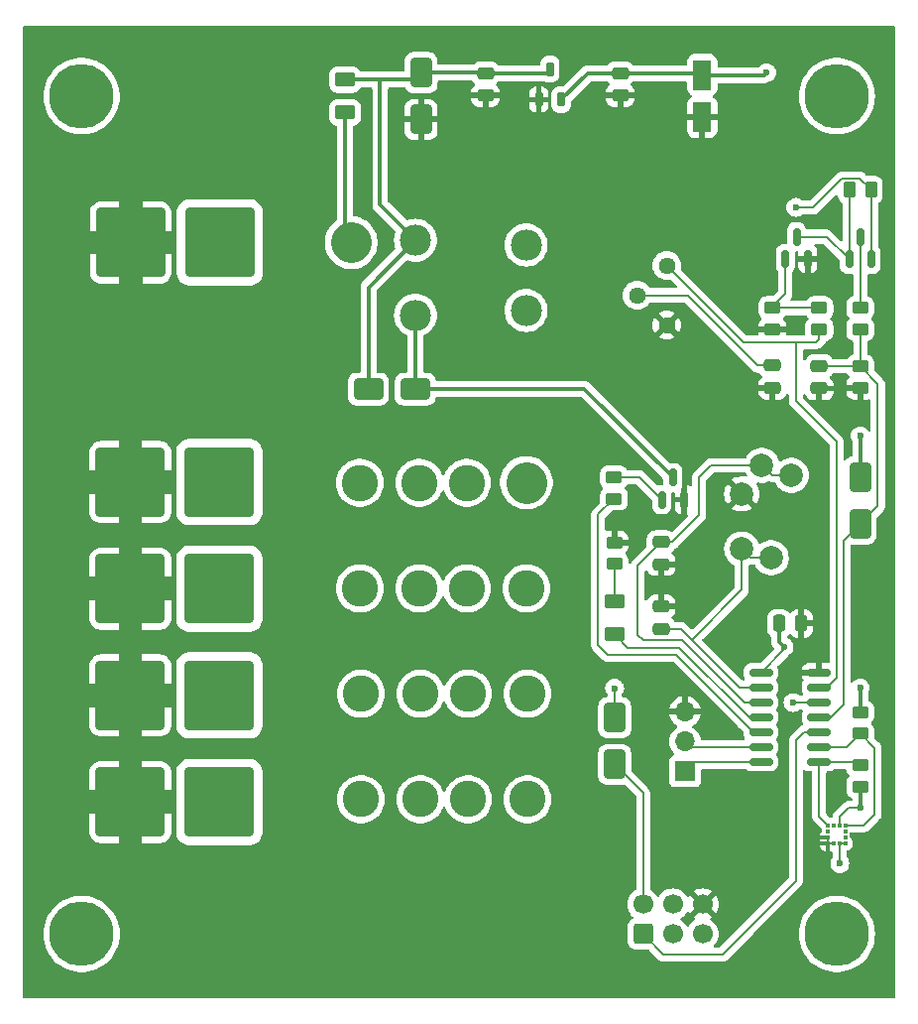
<source format=gbr>
%TF.GenerationSoftware,KiCad,Pcbnew,8.0.3*%
%TF.CreationDate,2024-06-23T19:26:25-05:00*%
%TF.ProjectId,Vehicle Power Switch,56656869-636c-4652-9050-6f7765722053,rev?*%
%TF.SameCoordinates,Original*%
%TF.FileFunction,Copper,L1,Top*%
%TF.FilePolarity,Positive*%
%FSLAX46Y46*%
G04 Gerber Fmt 4.6, Leading zero omitted, Abs format (unit mm)*
G04 Created by KiCad (PCBNEW 8.0.3) date 2024-06-23 19:26:25*
%MOMM*%
%LPD*%
G01*
G04 APERTURE LIST*
G04 Aperture macros list*
%AMRoundRect*
0 Rectangle with rounded corners*
0 $1 Rounding radius*
0 $2 $3 $4 $5 $6 $7 $8 $9 X,Y pos of 4 corners*
0 Add a 4 corners polygon primitive as box body*
4,1,4,$2,$3,$4,$5,$6,$7,$8,$9,$2,$3,0*
0 Add four circle primitives for the rounded corners*
1,1,$1+$1,$2,$3*
1,1,$1+$1,$4,$5*
1,1,$1+$1,$6,$7*
1,1,$1+$1,$8,$9*
0 Add four rect primitives between the rounded corners*
20,1,$1+$1,$2,$3,$4,$5,0*
20,1,$1+$1,$4,$5,$6,$7,0*
20,1,$1+$1,$6,$7,$8,$9,0*
20,1,$1+$1,$8,$9,$2,$3,0*%
G04 Aperture macros list end*
%TA.AperFunction,ComponentPad*%
%ADD10C,5.500000*%
%TD*%
%TA.AperFunction,SMDPad,CuDef*%
%ADD11RoundRect,0.162500X0.162500X-0.447500X0.162500X0.447500X-0.162500X0.447500X-0.162500X-0.447500X0*%
%TD*%
%TA.AperFunction,SMDPad,CuDef*%
%ADD12RoundRect,0.150000X0.150000X-0.587500X0.150000X0.587500X-0.150000X0.587500X-0.150000X-0.587500X0*%
%TD*%
%TA.AperFunction,ComponentPad*%
%ADD13C,3.098800*%
%TD*%
%TA.AperFunction,SMDPad,CuDef*%
%ADD14RoundRect,0.150000X-0.825000X-0.150000X0.825000X-0.150000X0.825000X0.150000X-0.825000X0.150000X0*%
%TD*%
%TA.AperFunction,ComponentPad*%
%ADD15RoundRect,0.500000X2.500000X2.500000X-2.500000X2.500000X-2.500000X-2.500000X2.500000X-2.500000X0*%
%TD*%
%TA.AperFunction,SMDPad,CuDef*%
%ADD16RoundRect,0.250000X-0.625000X0.375000X-0.625000X-0.375000X0.625000X-0.375000X0.625000X0.375000X0*%
%TD*%
%TA.AperFunction,SMDPad,CuDef*%
%ADD17RoundRect,0.250000X0.475000X-0.250000X0.475000X0.250000X-0.475000X0.250000X-0.475000X-0.250000X0*%
%TD*%
%TA.AperFunction,SMDPad,CuDef*%
%ADD18RoundRect,0.250000X-0.450000X0.262500X-0.450000X-0.262500X0.450000X-0.262500X0.450000X0.262500X0*%
%TD*%
%TA.AperFunction,ComponentPad*%
%ADD19C,1.440000*%
%TD*%
%TA.AperFunction,SMDPad,CuDef*%
%ADD20RoundRect,0.250000X0.625000X-0.375000X0.625000X0.375000X-0.625000X0.375000X-0.625000X-0.375000X0*%
%TD*%
%TA.AperFunction,ComponentPad*%
%ADD21RoundRect,0.250000X0.600000X-0.600000X0.600000X0.600000X-0.600000X0.600000X-0.600000X-0.600000X0*%
%TD*%
%TA.AperFunction,ComponentPad*%
%ADD22C,1.700000*%
%TD*%
%TA.AperFunction,ComponentPad*%
%ADD23C,2.000000*%
%TD*%
%TA.AperFunction,SMDPad,CuDef*%
%ADD24RoundRect,0.250000X0.450000X-0.262500X0.450000X0.262500X-0.450000X0.262500X-0.450000X-0.262500X0*%
%TD*%
%TA.AperFunction,ComponentPad*%
%ADD25C,2.667000*%
%TD*%
%TA.AperFunction,ComponentPad*%
%ADD26C,2.857500*%
%TD*%
%TA.AperFunction,SMDPad,CuDef*%
%ADD27RoundRect,0.250000X-0.475000X0.250000X-0.475000X-0.250000X0.475000X-0.250000X0.475000X0.250000X0*%
%TD*%
%TA.AperFunction,SMDPad,CuDef*%
%ADD28RoundRect,0.250000X-0.650000X1.000000X-0.650000X-1.000000X0.650000X-1.000000X0.650000X1.000000X0*%
%TD*%
%TA.AperFunction,SMDPad,CuDef*%
%ADD29RoundRect,0.250000X-1.000000X-0.650000X1.000000X-0.650000X1.000000X0.650000X-1.000000X0.650000X0*%
%TD*%
%TA.AperFunction,ComponentPad*%
%ADD30R,1.700000X1.700000*%
%TD*%
%TA.AperFunction,ComponentPad*%
%ADD31O,1.700000X1.700000*%
%TD*%
%TA.AperFunction,SMDPad,CuDef*%
%ADD32RoundRect,0.250000X0.262500X0.450000X-0.262500X0.450000X-0.262500X-0.450000X0.262500X-0.450000X0*%
%TD*%
%TA.AperFunction,SMDPad,CuDef*%
%ADD33RoundRect,0.250000X-0.250000X-0.475000X0.250000X-0.475000X0.250000X0.475000X-0.250000X0.475000X0*%
%TD*%
%TA.AperFunction,SMDPad,CuDef*%
%ADD34R,0.350000X0.375000*%
%TD*%
%TA.AperFunction,SMDPad,CuDef*%
%ADD35R,0.375000X0.350000*%
%TD*%
%TA.AperFunction,SMDPad,CuDef*%
%ADD36RoundRect,0.250000X-0.550000X1.050000X-0.550000X-1.050000X0.550000X-1.050000X0.550000X1.050000X0*%
%TD*%
%TA.AperFunction,ViaPad*%
%ADD37C,0.600000*%
%TD*%
%TA.AperFunction,Conductor*%
%ADD38C,0.200000*%
%TD*%
%TA.AperFunction,Conductor*%
%ADD39C,0.350000*%
%TD*%
%TA.AperFunction,Conductor*%
%ADD40C,0.150000*%
%TD*%
%TA.AperFunction,Conductor*%
%ADD41C,3.500000*%
%TD*%
%TA.AperFunction,Conductor*%
%ADD42C,0.250000*%
%TD*%
G04 APERTURE END LIST*
D10*
%TO.P,H4,1*%
%TO.N,N/C*%
X62000000Y-128500000D03*
%TD*%
%TO.P,H3,1*%
%TO.N,N/C*%
X62000000Y-57000000D03*
%TD*%
%TO.P,H2,1*%
%TO.N,N/C*%
X126500000Y-128500000D03*
%TD*%
%TO.P,H1,1*%
%TO.N,N/C*%
X126500000Y-57000000D03*
%TD*%
D11*
%TO.P,U1,1,GND*%
%TO.N,GND*%
X101050000Y-57310000D03*
%TO.P,U1,2,VO*%
%TO.N,+3V3*%
X102950000Y-57310000D03*
%TO.P,U1,3,VI*%
%TO.N,+BATT*%
X102000000Y-54690000D03*
%TD*%
D12*
%TO.P,Q1,1,B*%
%TO.N,Net-(Q1-B)*%
X111550000Y-91437500D03*
%TO.P,Q1,2,E*%
%TO.N,GND*%
X113450000Y-91437500D03*
%TO.P,Q1,3,C*%
%TO.N,Net-(D2-A)*%
X112500000Y-89562500D03*
%TD*%
%TO.P,Q3,1,G*%
%TO.N,Net-(Q2-C)*%
X127550000Y-70937500D03*
%TO.P,Q3,2,S*%
%TO.N,+BATT*%
X129450000Y-70937500D03*
%TO.P,Q3,3,D*%
%TO.N,Net-(Q3-D)*%
X128500000Y-69062500D03*
%TD*%
%TO.P,Q2,1,B*%
%TO.N,Net-(Q2-B)*%
X122112500Y-70875000D03*
%TO.P,Q2,2,E*%
%TO.N,GND*%
X124012500Y-70875000D03*
%TO.P,Q2,3,C*%
%TO.N,Net-(Q2-C)*%
X123062500Y-69000000D03*
%TD*%
D13*
%TO.P,F3,1,1*%
%TO.N,/1*%
X85776000Y-99000000D03*
%TO.P,F3,2,2*%
X90856000Y-99000000D03*
%TO.P,F3,3,3*%
%TO.N,/2*%
X94920000Y-99000000D03*
%TO.P,F3,4,4*%
X100000000Y-99000000D03*
%TD*%
D14*
%TO.P,U3,1,VCC*%
%TO.N,+3V3*%
X120025000Y-106190000D03*
%TO.P,U3,2,PA4*%
%TO.N,Net-(U3-PA4)*%
X120025000Y-107460000D03*
%TO.P,U3,3,PA5*%
%TO.N,Net-(U3-PA5)*%
X120025000Y-108730000D03*
%TO.P,U3,4,PA6*%
%TO.N,Net-(D4-A)*%
X120025000Y-110000000D03*
%TO.P,U3,5,PA7*%
%TO.N,Net-(U3-PA7)*%
X120025000Y-111270000D03*
%TO.P,U3,6,PB3*%
%TO.N,Net-(J7-Pin_2)*%
X120025000Y-112540000D03*
%TO.P,U3,7,PB2*%
%TO.N,Net-(J7-Pin_1)*%
X120025000Y-113810000D03*
%TO.P,U3,8,PB1*%
%TO.N,/PB1*%
X124975000Y-113810000D03*
%TO.P,U3,9,PB0*%
%TO.N,/PB0*%
X124975000Y-112540000D03*
%TO.P,U3,10,~{RESET}/PA0*%
%TO.N,Net-(J8-DATA)*%
X124975000Y-111270000D03*
%TO.P,U3,11,PA1*%
%TO.N,Net-(D5-A)*%
X124975000Y-110000000D03*
%TO.P,U3,12,PA2*%
%TO.N,Net-(U3-PA2)*%
X124975000Y-108730000D03*
%TO.P,U3,13,PA3*%
%TO.N,Net-(U3-PA3)*%
X124975000Y-107460000D03*
%TO.P,U3,14,GND*%
%TO.N,GND*%
X124975000Y-106190000D03*
%TD*%
D15*
%TO.P,J1,1,POS*%
%TO.N,/In*%
X73800000Y-69500000D03*
%TO.P,J1,2,NEG*%
%TO.N,GND*%
X66200000Y-69500000D03*
%TD*%
%TO.P,J5,1,POS*%
%TO.N,/1*%
X73765000Y-117235000D03*
%TO.P,J5,2,NEG*%
%TO.N,GND*%
X66165000Y-117235000D03*
%TD*%
D13*
%TO.P,F2,1,1*%
%TO.N,/1*%
X85776000Y-90000000D03*
%TO.P,F2,2,2*%
X90856000Y-90000000D03*
%TO.P,F2,3,3*%
%TO.N,/2*%
X94920000Y-90000000D03*
%TO.P,F2,4,4*%
X100000000Y-90000000D03*
%TD*%
D16*
%TO.P,D4,1,K*%
%TO.N,Net-(D4-K)*%
X107500000Y-100100000D03*
%TO.P,D4,2,A*%
%TO.N,Net-(D4-A)*%
X107500000Y-102900000D03*
%TD*%
D17*
%TO.P,C8,1*%
%TO.N,Net-(U3-PA4)*%
X111500000Y-102450000D03*
%TO.P,C8,2*%
%TO.N,GND*%
X111500000Y-100550000D03*
%TD*%
D18*
%TO.P,R1,1*%
%TO.N,Net-(Q1-B)*%
X107462500Y-89525000D03*
%TO.P,R1,2*%
%TO.N,Net-(U3-PA7)*%
X107462500Y-91350000D03*
%TD*%
D19*
%TO.P,R7,1,1*%
%TO.N,Net-(U3-PA3)*%
X111985000Y-71460000D03*
%TO.P,R7,2,2*%
%TO.N,Net-(U3-PA2)*%
X109445000Y-74000000D03*
%TO.P,R7,3,3*%
%TO.N,GND*%
X111985000Y-76540000D03*
%TD*%
D20*
%TO.P,F1,1*%
%TO.N,/In*%
X84500000Y-58400000D03*
%TO.P,F1,2*%
%TO.N,+BATT*%
X84500000Y-55600000D03*
%TD*%
D21*
%TO.P,J8,1,DATA*%
%TO.N,Net-(J8-DATA)*%
X109960000Y-128500000D03*
D22*
%TO.P,J8,2,VCC*%
%TO.N,Net-(D3-A)*%
X109960000Y-125960000D03*
%TO.P,J8,3,NC*%
%TO.N,unconnected-(J8-NC-Pad3)*%
X112500000Y-128500000D03*
%TO.P,J8,4,NC*%
%TO.N,unconnected-(J8-NC-Pad4)*%
X112500000Y-125960000D03*
%TO.P,J8,5,NC*%
%TO.N,unconnected-(J8-NC-Pad5)*%
X115040000Y-128500000D03*
%TO.P,J8,6,GND*%
%TO.N,GND*%
X115040000Y-125960000D03*
%TD*%
D23*
%TO.P,J6,1,1*%
%TO.N,Net-(U3-PA5)*%
X120097199Y-88500000D03*
%TO.P,J6,2,2*%
X122617199Y-89349892D03*
%TO.P,J6,3,3*%
%TO.N,Net-(U3-PA4)*%
X118377200Y-95649998D03*
%TO.P,J6,4,4*%
X120897200Y-96399999D03*
%TO.P,J6,5,5*%
%TO.N,GND*%
X118377200Y-90950000D03*
%TD*%
D24*
%TO.P,R5,1*%
%TO.N,Net-(D4-K)*%
X107500000Y-96912500D03*
%TO.P,R5,2*%
%TO.N,GND*%
X107500000Y-95087500D03*
%TD*%
D25*
%TO.P,U4,1,4*%
%TO.N,/2*%
X99967600Y-69706000D03*
%TO.P,U4,2,5*%
%TO.N,+BATT*%
X90518800Y-69299600D03*
D26*
%TO.P,U4,3,3*%
%TO.N,/In*%
X85032400Y-69502800D03*
D25*
%TO.P,U4,5,1*%
%TO.N,Net-(D2-A)*%
X90518800Y-75700400D03*
%TO.P,U4,6,2*%
%TO.N,/2*%
X99967600Y-75294000D03*
%TD*%
D18*
%TO.P,R2,1*%
%TO.N,+3V3*%
X128500000Y-109587500D03*
%TO.P,R2,2*%
%TO.N,/PB0*%
X128500000Y-111412500D03*
%TD*%
D27*
%TO.P,C9,1*%
%TO.N,Net-(D5-A)*%
X125000000Y-80050000D03*
%TO.P,C9,2*%
%TO.N,GND*%
X125000000Y-81950000D03*
%TD*%
D18*
%TO.P,R11,1*%
%TO.N,Net-(D5-A)*%
X128500000Y-80087500D03*
%TO.P,R11,2*%
%TO.N,GND*%
X128500000Y-81912500D03*
%TD*%
D28*
%TO.P,D5,1,K*%
%TO.N,+3V3*%
X128500000Y-89500000D03*
%TO.P,D5,2,A*%
%TO.N,Net-(D5-A)*%
X128500000Y-93500000D03*
%TD*%
%TO.P,D3,1,K*%
%TO.N,+BATT*%
X107525000Y-110040000D03*
%TO.P,D3,2,A*%
%TO.N,Net-(D3-A)*%
X107525000Y-114040000D03*
%TD*%
D29*
%TO.P,D2,1,K*%
%TO.N,+BATT*%
X86500000Y-82000000D03*
%TO.P,D2,2,A*%
%TO.N,Net-(D2-A)*%
X90500000Y-82000000D03*
%TD*%
D15*
%TO.P,J4,1,POS*%
%TO.N,/1*%
X73765000Y-108135000D03*
%TO.P,J4,2,NEG*%
%TO.N,GND*%
X66165000Y-108135000D03*
%TD*%
D30*
%TO.P,J7,1,Pin_1*%
%TO.N,Net-(J7-Pin_1)*%
X113525000Y-114620000D03*
D31*
%TO.P,J7,2,Pin_2*%
%TO.N,Net-(J7-Pin_2)*%
X113525000Y-112080000D03*
%TO.P,J7,3,Pin_3*%
%TO.N,GND*%
X113525000Y-109540000D03*
%TD*%
D32*
%TO.P,R9,1*%
%TO.N,+BATT*%
X129412500Y-65000000D03*
%TO.P,R9,2*%
%TO.N,Net-(Q2-C)*%
X127587500Y-65000000D03*
%TD*%
D13*
%TO.P,F5,1,1*%
%TO.N,/1*%
X85856000Y-117000000D03*
%TO.P,F5,2,2*%
X90936000Y-117000000D03*
%TO.P,F5,3,3*%
%TO.N,/2*%
X95000000Y-117000000D03*
%TO.P,F5,4,4*%
X100080000Y-117000000D03*
%TD*%
D28*
%TO.P,D1,1,K*%
%TO.N,+BATT*%
X91000000Y-55000000D03*
%TO.P,D1,2,A*%
%TO.N,GND*%
X91000000Y-59000000D03*
%TD*%
D15*
%TO.P,J2,1,POS*%
%TO.N,/1*%
X73765000Y-89935000D03*
%TO.P,J2,2,NEG*%
%TO.N,GND*%
X66165000Y-89935000D03*
%TD*%
D18*
%TO.P,R10,1*%
%TO.N,Net-(Q3-D)*%
X128500000Y-75087500D03*
%TO.P,R10,2*%
%TO.N,Net-(D5-A)*%
X128500000Y-76912500D03*
%TD*%
D27*
%TO.P,C1,1*%
%TO.N,+BATT*%
X96500000Y-55050000D03*
%TO.P,C1,2*%
%TO.N,GND*%
X96500000Y-56950000D03*
%TD*%
D18*
%TO.P,R8,1*%
%TO.N,Net-(Q2-B)*%
X121000000Y-75087500D03*
%TO.P,R8,2*%
%TO.N,GND*%
X121000000Y-76912500D03*
%TD*%
%TO.P,R6,1*%
%TO.N,Net-(Q2-B)*%
X125000000Y-75087500D03*
%TO.P,R6,2*%
%TO.N,Net-(U3-PA3)*%
X125000000Y-76912500D03*
%TD*%
D33*
%TO.P,C4,1*%
%TO.N,+3V3*%
X121550000Y-102000000D03*
%TO.P,C4,2*%
%TO.N,GND*%
X123450000Y-102000000D03*
%TD*%
D24*
%TO.P,R3,1*%
%TO.N,+3V3*%
X128500000Y-115912500D03*
%TO.P,R3,2*%
%TO.N,/PB1*%
X128500000Y-114087500D03*
%TD*%
D27*
%TO.P,C6,1*%
%TO.N,Net-(U3-PA5)*%
X111500000Y-95050000D03*
%TO.P,C6,2*%
%TO.N,GND*%
X111500000Y-96950000D03*
%TD*%
D34*
%TO.P,U2,1,SCL/SPC*%
%TO.N,/PB0*%
X127250000Y-119237500D03*
%TO.P,U2,2,~{CS}*%
%TO.N,+3V3*%
X126750000Y-119237500D03*
%TO.P,U2,3,SA0/SDO*%
%TO.N,unconnected-(U2-SA0{slash}SDO-Pad3)*%
X126250000Y-119237500D03*
%TO.P,U2,4,SDA/SDI*%
%TO.N,/PB1*%
X125750000Y-119237500D03*
D35*
%TO.P,U2,5,RES*%
%TO.N,unconnected-(U2-RES-Pad5)*%
X125737500Y-119750000D03*
%TO.P,U2,6,GND*%
%TO.N,GND*%
X125737500Y-120250000D03*
D34*
%TO.P,U2,7,GND*%
X125750000Y-120762500D03*
%TO.P,U2,8,GND*%
X126250000Y-120762500D03*
%TO.P,U2,9,Vdd*%
%TO.N,+3V3*%
X126750000Y-120762500D03*
%TO.P,U2,10,Vdd_IO*%
X127250000Y-120762500D03*
D35*
%TO.P,U2,11,INT2*%
%TO.N,unconnected-(U2-INT2-Pad11)*%
X127262500Y-120250000D03*
%TO.P,U2,12,INT1*%
%TO.N,unconnected-(U2-INT1-Pad12)*%
X127262500Y-119750000D03*
%TD*%
D15*
%TO.P,J3,1,POS*%
%TO.N,/1*%
X73765000Y-99035000D03*
%TO.P,J3,2,NEG*%
%TO.N,GND*%
X66165000Y-99035000D03*
%TD*%
D13*
%TO.P,F4,1,1*%
%TO.N,/1*%
X85856000Y-108000000D03*
%TO.P,F4,2,2*%
X90936000Y-108000000D03*
%TO.P,F4,3,3*%
%TO.N,/2*%
X95000000Y-108000000D03*
%TO.P,F4,4,4*%
X100080000Y-108000000D03*
%TD*%
D27*
%TO.P,C7,1*%
%TO.N,Net-(U3-PA2)*%
X121000000Y-80000000D03*
%TO.P,C7,2*%
%TO.N,GND*%
X121000000Y-81900000D03*
%TD*%
D36*
%TO.P,C3,1*%
%TO.N,+3V3*%
X115000000Y-55200000D03*
%TO.P,C3,2*%
%TO.N,GND*%
X115000000Y-58800000D03*
%TD*%
D27*
%TO.P,C5,1*%
%TO.N,+3V3*%
X108000000Y-55050000D03*
%TO.P,C5,2*%
%TO.N,GND*%
X108000000Y-56950000D03*
%TD*%
D37*
%TO.N,+BATT*%
X107525000Y-107525000D03*
X123000000Y-66500000D03*
%TO.N,GND*%
X59000000Y-53500000D03*
X93000000Y-113000000D03*
X125500000Y-72750000D03*
X111750000Y-121500000D03*
X121000000Y-116500000D03*
X122250000Y-85500000D03*
X80500000Y-112500000D03*
X130250000Y-73250000D03*
X76500000Y-53500000D03*
X95250000Y-69750000D03*
X122000000Y-132250000D03*
X80500000Y-74750000D03*
X126750000Y-78500000D03*
X86750000Y-53500000D03*
X129750000Y-132250000D03*
X83750000Y-132250000D03*
X116250000Y-85500000D03*
X94500000Y-60500000D03*
X121000000Y-121500000D03*
X80500000Y-94250000D03*
X103750000Y-79750000D03*
X93000000Y-85500000D03*
X129750000Y-53500000D03*
X103000000Y-132250000D03*
X126250000Y-116500000D03*
X67750000Y-53500000D03*
X111000000Y-93250000D03*
X126750000Y-84000000D03*
X109750000Y-65250000D03*
X59000000Y-122500000D03*
X71250000Y-132250000D03*
X80500000Y-103250000D03*
X94500000Y-65250000D03*
X93250000Y-132250000D03*
X114750000Y-98500000D03*
X103750000Y-69750000D03*
X59000000Y-132250000D03*
X107750000Y-93250000D03*
X93000000Y-104000000D03*
X102500000Y-60500000D03*
X122250000Y-53500000D03*
X93000000Y-95000000D03*
X107500000Y-79750000D03*
X118750000Y-103000000D03*
X109750000Y-60500000D03*
X118750000Y-60500000D03*
X103000000Y-122500000D03*
X102500000Y-65250000D03*
X108000000Y-121500000D03*
X118750000Y-65250000D03*
X59000000Y-79250000D03*
X110500000Y-107000000D03*
X80500000Y-85500000D03*
X103750000Y-95000000D03*
X95250000Y-79750000D03*
X110750000Y-85500000D03*
X83750000Y-122500000D03*
X116250000Y-81250000D03*
X103750000Y-113000000D03*
%TO.N,+3V3*%
X126750000Y-122500000D03*
X128500000Y-117750000D03*
X120500000Y-55000000D03*
X122000000Y-104000000D03*
X128500000Y-107500000D03*
X128500000Y-86000000D03*
%TO.N,Net-(U3-PA2)*%
X122750000Y-108750000D03*
%TD*%
D38*
%TO.N,+BATT*%
X96450000Y-55000000D02*
X96500000Y-55050000D01*
X123000000Y-66500000D02*
X124500000Y-66500000D01*
X126950000Y-64050000D02*
X128462500Y-64050000D01*
D39*
X86500000Y-73318400D02*
X90518800Y-69299600D01*
X90518800Y-69299600D02*
X87500000Y-66280800D01*
D38*
X90400000Y-55600000D02*
X91000000Y-55000000D01*
D39*
X86500000Y-55600000D02*
X87500000Y-55600000D01*
X96500000Y-55050000D02*
X101640000Y-55050000D01*
D38*
X129412500Y-65000000D02*
X129412500Y-70900000D01*
D39*
X84500000Y-55600000D02*
X86500000Y-55600000D01*
D38*
X128462500Y-64050000D02*
X129412500Y-65000000D01*
X107525000Y-110040000D02*
X107525000Y-107525000D01*
X101640000Y-55050000D02*
X102000000Y-54690000D01*
X107500000Y-107500000D02*
X107525000Y-107525000D01*
D39*
X87500000Y-55600000D02*
X90400000Y-55600000D01*
D38*
X124500000Y-66500000D02*
X126950000Y-64050000D01*
D39*
X91000000Y-55000000D02*
X96450000Y-55000000D01*
X86500000Y-82000000D02*
X86500000Y-73318400D01*
X87500000Y-66280800D02*
X87500000Y-55600000D01*
D38*
X129412500Y-70900000D02*
X129450000Y-70937500D01*
%TO.N,GND*%
X126250000Y-120762500D02*
X125750000Y-120762500D01*
X125737500Y-120750000D02*
X125750000Y-120762500D01*
X125737500Y-120250000D02*
X125737500Y-120750000D01*
D39*
%TO.N,+3V3*%
X108000000Y-55050000D02*
X114850000Y-55050000D01*
D38*
X122000000Y-104215000D02*
X122000000Y-104000000D01*
D39*
X128500000Y-89500000D02*
X128500000Y-86000000D01*
D38*
X126750000Y-120762500D02*
X127250000Y-120762500D01*
D39*
X115000000Y-55200000D02*
X120300000Y-55200000D01*
D38*
X114850000Y-55050000D02*
X115000000Y-55200000D01*
D39*
X121550000Y-103550000D02*
X122000000Y-104000000D01*
D40*
X128609578Y-117750000D02*
X128500000Y-117750000D01*
D39*
X102950000Y-57310000D02*
X105210000Y-55050000D01*
X128500000Y-109587500D02*
X128500000Y-107500000D01*
D38*
X126750000Y-118500000D02*
X127500000Y-117750000D01*
X126750000Y-119237500D02*
X126750000Y-118500000D01*
X120025000Y-106190000D02*
X122000000Y-104215000D01*
X126750000Y-120762500D02*
X126750000Y-122500000D01*
D39*
X105210000Y-55050000D02*
X108000000Y-55050000D01*
D38*
X120300000Y-55200000D02*
X120500000Y-55000000D01*
D39*
X121550000Y-102000000D02*
X121550000Y-103550000D01*
D38*
X127500000Y-117750000D02*
X128500000Y-117750000D01*
X128679789Y-116232711D02*
X129000000Y-115912500D01*
D39*
X128500000Y-117750000D02*
X128500000Y-115912500D01*
D38*
%TO.N,Net-(U3-PA5)*%
X109956400Y-103456400D02*
X109500000Y-103000000D01*
X120025000Y-108730000D02*
X118587580Y-108730000D01*
X114750000Y-89500000D02*
X114750000Y-92750000D01*
X120097199Y-88500000D02*
X115750000Y-88500000D01*
X122617199Y-89349892D02*
X120947091Y-89349892D01*
X112450000Y-95050000D02*
X111500000Y-95050000D01*
X109500000Y-103000000D02*
X109500000Y-97050000D01*
X114750000Y-92750000D02*
X112450000Y-95050000D01*
X113313980Y-103456400D02*
X109956400Y-103456400D01*
X118587580Y-108730000D02*
X113313980Y-103456400D01*
X109500000Y-97050000D02*
X111500000Y-95050000D01*
X120947091Y-89349892D02*
X120097199Y-88500000D01*
X115750000Y-88500000D02*
X114750000Y-89500000D01*
%TO.N,Net-(U3-PA2)*%
X119750000Y-80000000D02*
X121000000Y-80000000D01*
X109445000Y-74000000D02*
X113750000Y-74000000D01*
X122770000Y-108730000D02*
X122750000Y-108750000D01*
X124975000Y-108730000D02*
X122770000Y-108730000D01*
X113750000Y-74000000D02*
X119750000Y-80000000D01*
%TO.N,Net-(U3-PA4)*%
X114107580Y-103392420D02*
X118175160Y-107460000D01*
X111500000Y-102450000D02*
X113165160Y-102450000D01*
X118377200Y-95649998D02*
X118377200Y-99122800D01*
X119127201Y-96399999D02*
X118377200Y-95649998D01*
X120897200Y-96399999D02*
X119127201Y-96399999D01*
X118175160Y-107460000D02*
X120025000Y-107460000D01*
X113165160Y-102450000D02*
X114107580Y-103392420D01*
X118377200Y-99122800D02*
X114107580Y-103392420D01*
%TO.N,Net-(D5-A)*%
X128500000Y-93500000D02*
X127062800Y-94937200D01*
X127062800Y-108887199D02*
X125949999Y-110000000D01*
X128462500Y-80050000D02*
X128500000Y-80087500D01*
X130000000Y-92000000D02*
X130000000Y-81587500D01*
X128500000Y-93500000D02*
X130000000Y-92000000D01*
X125000000Y-80050000D02*
X128462500Y-80050000D01*
X127062800Y-94937200D02*
X127062800Y-108887199D01*
X130000000Y-81587500D02*
X128500000Y-80087500D01*
X128500000Y-76912500D02*
X128500000Y-80087500D01*
X125949999Y-110000000D02*
X124975000Y-110000000D01*
%TO.N,Net-(D3-A)*%
X109960000Y-125960000D02*
X109960000Y-116475000D01*
X109960000Y-116475000D02*
X107525000Y-114040000D01*
%TO.N,Net-(D4-A)*%
X108662800Y-104062800D02*
X107500000Y-102900000D01*
X113062800Y-104062800D02*
X108662800Y-104062800D01*
X119000000Y-110000000D02*
X113062800Y-104062800D01*
X120025000Y-110000000D02*
X119000000Y-110000000D01*
%TO.N,Net-(D4-K)*%
X107500000Y-96912500D02*
X107500000Y-100100000D01*
%TO.N,Net-(J7-Pin_2)*%
X120025000Y-112540000D02*
X113985000Y-112540000D01*
X113985000Y-112540000D02*
X113525000Y-112080000D01*
%TO.N,Net-(J7-Pin_1)*%
X120025000Y-113810000D02*
X114335000Y-113810000D01*
X114335000Y-113810000D02*
X113525000Y-114620000D01*
%TO.N,Net-(J8-DATA)*%
X123000000Y-124000000D02*
X116750000Y-130250000D01*
X116750000Y-130250000D02*
X111710000Y-130250000D01*
X123000000Y-112000000D02*
X123000000Y-124000000D01*
X111710000Y-130250000D02*
X109960000Y-128500000D01*
X124975000Y-111270000D02*
X123730000Y-111270000D01*
X123730000Y-111270000D02*
X123000000Y-112000000D01*
%TO.N,Net-(Q1-B)*%
X109637500Y-89525000D02*
X111550000Y-91437500D01*
X107462500Y-89525000D02*
X109637500Y-89525000D01*
%TO.N,Net-(Q2-B)*%
X122112500Y-73887500D02*
X121000000Y-75000000D01*
X125000000Y-75087500D02*
X121000000Y-75087500D01*
X122112500Y-70875000D02*
X122112500Y-73887500D01*
%TO.N,Net-(Q2-C)*%
X127587500Y-65000000D02*
X127587500Y-70900000D01*
X127587500Y-70900000D02*
X127550000Y-70937500D01*
X125612500Y-69000000D02*
X127550000Y-70937500D01*
X123062500Y-69000000D02*
X125612500Y-69000000D01*
%TO.N,Net-(Q3-D)*%
X128500000Y-69062500D02*
X128500000Y-75087500D01*
%TO.N,Net-(U3-PA7)*%
X106118600Y-103868600D02*
X106118600Y-92693900D01*
X112811620Y-104669200D02*
X106919200Y-104669200D01*
X106919200Y-104669200D02*
X106118600Y-103868600D01*
X118543600Y-110401180D02*
X112811620Y-104669200D01*
X119387554Y-111270000D02*
X118543600Y-110426046D01*
X106118600Y-92693900D02*
X107462500Y-91350000D01*
X118543600Y-110426046D02*
X118543600Y-110401180D01*
X120025000Y-111270000D02*
X119387554Y-111270000D01*
%TO.N,Net-(U3-PA3)*%
X125000000Y-77750000D02*
X125000000Y-76912500D01*
X124750000Y-78000000D02*
X125000000Y-77750000D01*
X122500000Y-78000000D02*
X124750000Y-78000000D01*
X125612446Y-107460000D02*
X124975000Y-107460000D01*
X123000000Y-78000000D02*
X123000000Y-83000000D01*
X126456400Y-86456400D02*
X126456400Y-106616046D01*
X123000000Y-83000000D02*
X126456400Y-86456400D01*
X111985000Y-71460000D02*
X118525000Y-78000000D01*
X126456400Y-106616046D02*
X125612446Y-107460000D01*
X118525000Y-78000000D02*
X122500000Y-78000000D01*
D41*
%TO.N,/2*%
X99967600Y-89967600D02*
X100000000Y-90000000D01*
%TO.N,/1*%
X73900000Y-108000000D02*
X73765000Y-108135000D01*
X74000000Y-117000000D02*
X73765000Y-117235000D01*
X73800000Y-99000000D02*
X73765000Y-99035000D01*
X73830000Y-90000000D02*
X73765000Y-89935000D01*
D39*
%TO.N,/In*%
X84500000Y-58400000D02*
X84500000Y-68970400D01*
D38*
X84500000Y-68970400D02*
X85032400Y-69502800D01*
D41*
X85029600Y-69500000D02*
X85032400Y-69502800D01*
D42*
%TO.N,Net-(D2-A)*%
X90500000Y-75719200D02*
X90518800Y-75700400D01*
D39*
X112500000Y-89562500D02*
X104937500Y-82000000D01*
X90500000Y-82000000D02*
X90500000Y-75719200D01*
X104937500Y-82000000D02*
X90500000Y-82000000D01*
D38*
%TO.N,/PB0*%
X127372500Y-112540000D02*
X128500000Y-111412500D01*
X129706400Y-118293600D02*
X129706400Y-112618900D01*
X124975000Y-112540000D02*
X127372500Y-112540000D01*
X129706400Y-112618900D02*
X128500000Y-111412500D01*
X128762500Y-119237500D02*
X129706400Y-118293600D01*
X127250000Y-119237500D02*
X128762500Y-119237500D01*
%TO.N,/PB1*%
X125000000Y-113835000D02*
X124975000Y-113810000D01*
X125750000Y-119237500D02*
X125000000Y-118487500D01*
X124975000Y-113810000D02*
X128722500Y-113810000D01*
X125000000Y-118487500D02*
X125000000Y-113835000D01*
X128722500Y-113810000D02*
X129000000Y-114087500D01*
%TD*%
%TA.AperFunction,Conductor*%
%TO.N,GND*%
G36*
X114574075Y-126152993D02*
G01*
X114639901Y-126267007D01*
X114732993Y-126360099D01*
X114847007Y-126425925D01*
X114910590Y-126442962D01*
X114278625Y-127074925D01*
X114354594Y-127128119D01*
X114398219Y-127182696D01*
X114405413Y-127252194D01*
X114373890Y-127314549D01*
X114354595Y-127331269D01*
X114168594Y-127461508D01*
X114001505Y-127628597D01*
X113871575Y-127814158D01*
X113816998Y-127857783D01*
X113747500Y-127864977D01*
X113685145Y-127833454D01*
X113668425Y-127814158D01*
X113538494Y-127628597D01*
X113371402Y-127461506D01*
X113371396Y-127461501D01*
X113185842Y-127331575D01*
X113142217Y-127276998D01*
X113135023Y-127207500D01*
X113166546Y-127145145D01*
X113185842Y-127128425D01*
X113313165Y-127039272D01*
X113371401Y-126998495D01*
X113538495Y-126831401D01*
X113668732Y-126645403D01*
X113723307Y-126601780D01*
X113792805Y-126594586D01*
X113855160Y-126626109D01*
X113871880Y-126645405D01*
X113925073Y-126721373D01*
X114557037Y-126089409D01*
X114574075Y-126152993D01*
G37*
%TD.AperFunction*%
%TA.AperFunction,Conductor*%
G36*
X127257017Y-114430185D02*
G01*
X127302772Y-114482989D01*
X127307266Y-114496570D01*
X127307871Y-114496370D01*
X127365185Y-114669331D01*
X127365187Y-114669336D01*
X127373608Y-114682989D01*
X127405380Y-114734500D01*
X127457289Y-114818657D01*
X127550951Y-114912319D01*
X127584436Y-114973642D01*
X127579452Y-115043334D01*
X127550951Y-115087681D01*
X127457289Y-115181342D01*
X127365187Y-115330663D01*
X127365185Y-115330668D01*
X127337349Y-115414670D01*
X127310001Y-115497203D01*
X127310001Y-115497204D01*
X127310000Y-115497204D01*
X127299500Y-115599983D01*
X127299500Y-116225001D01*
X127299501Y-116225019D01*
X127310000Y-116327796D01*
X127310001Y-116327799D01*
X127332582Y-116395943D01*
X127365186Y-116494334D01*
X127457288Y-116643656D01*
X127581344Y-116767712D01*
X127730666Y-116859814D01*
X127739498Y-116862740D01*
X127796944Y-116902508D01*
X127823771Y-116967022D01*
X127824500Y-116980448D01*
X127824500Y-117025500D01*
X127804815Y-117092539D01*
X127752011Y-117138294D01*
X127700500Y-117149500D01*
X127579057Y-117149500D01*
X127420943Y-117149500D01*
X127268215Y-117190423D01*
X127268214Y-117190423D01*
X127268212Y-117190424D01*
X127268209Y-117190425D01*
X127233066Y-117210716D01*
X127233064Y-117210717D01*
X127131290Y-117269475D01*
X127131282Y-117269481D01*
X126269479Y-118131284D01*
X126247872Y-118168710D01*
X126238739Y-118184530D01*
X126190423Y-118268215D01*
X126149499Y-118420943D01*
X126149499Y-118420945D01*
X126149499Y-118488402D01*
X126129814Y-118555441D01*
X126077010Y-118601196D01*
X126007852Y-118611140D01*
X125944296Y-118582115D01*
X125937818Y-118576083D01*
X125636819Y-118275084D01*
X125603334Y-118213761D01*
X125600500Y-118187403D01*
X125600500Y-114734500D01*
X125620185Y-114667461D01*
X125672989Y-114621706D01*
X125724500Y-114610500D01*
X125865686Y-114610500D01*
X125865694Y-114610500D01*
X125902569Y-114607598D01*
X125902571Y-114607597D01*
X125902573Y-114607597D01*
X125958790Y-114591264D01*
X126060398Y-114561744D01*
X126201865Y-114478081D01*
X126233126Y-114446820D01*
X126294448Y-114413334D01*
X126320808Y-114410500D01*
X127189978Y-114410500D01*
X127257017Y-114430185D01*
G37*
%TD.AperFunction*%
%TA.AperFunction,Conductor*%
G36*
X127351401Y-80670185D02*
G01*
X127389899Y-80709401D01*
X127419437Y-80757289D01*
X127457289Y-80818657D01*
X127551304Y-80912672D01*
X127584789Y-80973995D01*
X127579805Y-81043687D01*
X127551305Y-81088034D01*
X127457682Y-81181657D01*
X127365643Y-81330875D01*
X127365641Y-81330880D01*
X127310494Y-81497302D01*
X127310493Y-81497309D01*
X127300000Y-81600013D01*
X127300000Y-81662500D01*
X128626000Y-81662500D01*
X128693039Y-81682185D01*
X128738794Y-81734989D01*
X128750000Y-81786500D01*
X128750000Y-82924999D01*
X128999972Y-82924999D01*
X128999986Y-82924998D01*
X129102695Y-82914506D01*
X129236495Y-82870168D01*
X129306323Y-82867766D01*
X129366366Y-82903497D01*
X129397559Y-82966017D01*
X129399500Y-82987874D01*
X129399500Y-85496523D01*
X129379815Y-85563562D01*
X129327011Y-85609317D01*
X129257853Y-85619261D01*
X129194297Y-85590236D01*
X129170507Y-85562496D01*
X129129817Y-85497739D01*
X129002262Y-85370184D01*
X128849523Y-85274211D01*
X128679254Y-85214631D01*
X128679249Y-85214630D01*
X128500004Y-85194435D01*
X128499996Y-85194435D01*
X128320750Y-85214630D01*
X128320745Y-85214631D01*
X128150476Y-85274211D01*
X127997737Y-85370184D01*
X127870184Y-85497737D01*
X127774211Y-85650476D01*
X127714631Y-85820745D01*
X127714630Y-85820750D01*
X127694435Y-85999996D01*
X127694435Y-86000003D01*
X127714630Y-86179249D01*
X127714631Y-86179254D01*
X127774211Y-86349524D01*
X127805493Y-86399307D01*
X127824500Y-86465280D01*
X127824500Y-87635018D01*
X127804815Y-87702057D01*
X127752011Y-87747812D01*
X127713107Y-87758376D01*
X127697200Y-87760001D01*
X127530668Y-87815185D01*
X127530663Y-87815187D01*
X127381342Y-87907289D01*
X127268581Y-88020051D01*
X127207258Y-88053536D01*
X127137566Y-88048552D01*
X127081633Y-88006680D01*
X127057216Y-87941216D01*
X127056900Y-87932370D01*
X127056900Y-86545460D01*
X127056901Y-86545447D01*
X127056901Y-86377344D01*
X127056901Y-86377343D01*
X127015977Y-86224616D01*
X126989788Y-86179255D01*
X126936924Y-86087690D01*
X126936918Y-86087682D01*
X123636819Y-82787583D01*
X123603334Y-82726260D01*
X123600500Y-82699902D01*
X123600500Y-82562844D01*
X123620185Y-82495805D01*
X123672989Y-82450050D01*
X123742147Y-82440106D01*
X123805703Y-82469131D01*
X123835378Y-82513610D01*
X123837592Y-82512579D01*
X123840643Y-82519124D01*
X123932684Y-82668345D01*
X124056654Y-82792315D01*
X124205875Y-82884356D01*
X124205880Y-82884358D01*
X124372302Y-82939505D01*
X124372309Y-82939506D01*
X124475019Y-82949999D01*
X124749999Y-82949999D01*
X125250000Y-82949999D01*
X125524972Y-82949999D01*
X125524986Y-82949998D01*
X125627697Y-82939505D01*
X125794119Y-82884358D01*
X125794124Y-82884356D01*
X125943345Y-82792315D01*
X126067315Y-82668345D01*
X126159356Y-82519124D01*
X126159358Y-82519119D01*
X126214505Y-82352697D01*
X126214506Y-82352690D01*
X126224999Y-82249986D01*
X126225000Y-82249973D01*
X126225000Y-82224986D01*
X127300001Y-82224986D01*
X127310494Y-82327697D01*
X127365641Y-82494119D01*
X127365643Y-82494124D01*
X127457684Y-82643345D01*
X127581654Y-82767315D01*
X127730875Y-82859356D01*
X127730880Y-82859358D01*
X127897302Y-82914505D01*
X127897309Y-82914506D01*
X128000019Y-82924999D01*
X128249999Y-82924999D01*
X128250000Y-82924998D01*
X128250000Y-82162500D01*
X127300001Y-82162500D01*
X127300001Y-82224986D01*
X126225000Y-82224986D01*
X126225000Y-82200000D01*
X125250000Y-82200000D01*
X125250000Y-82949999D01*
X124749999Y-82949999D01*
X124750000Y-82949998D01*
X124750000Y-81824000D01*
X124769685Y-81756961D01*
X124822489Y-81711206D01*
X124874000Y-81700000D01*
X126224999Y-81700000D01*
X126224999Y-81650028D01*
X126224998Y-81650013D01*
X126214505Y-81547302D01*
X126159358Y-81380880D01*
X126159356Y-81380875D01*
X126067315Y-81231654D01*
X125943344Y-81107683D01*
X125943341Y-81107681D01*
X125940339Y-81105829D01*
X125938713Y-81104021D01*
X125937677Y-81103202D01*
X125937817Y-81103024D01*
X125893617Y-81053880D01*
X125882397Y-80984917D01*
X125910243Y-80920836D01*
X125940344Y-80894754D01*
X125943656Y-80892712D01*
X126067712Y-80768656D01*
X126104259Y-80709402D01*
X126156207Y-80662679D01*
X126209798Y-80650500D01*
X127284362Y-80650500D01*
X127351401Y-80670185D01*
G37*
%TD.AperFunction*%
%TA.AperFunction,Conductor*%
G36*
X125379442Y-69620185D02*
G01*
X125400084Y-69636819D01*
X126713181Y-70949916D01*
X126746666Y-71011239D01*
X126749500Y-71037597D01*
X126749500Y-71590701D01*
X126752401Y-71627567D01*
X126752402Y-71627573D01*
X126798254Y-71785393D01*
X126798255Y-71785396D01*
X126798256Y-71785398D01*
X126835681Y-71848681D01*
X126881917Y-71926862D01*
X126881923Y-71926870D01*
X126998129Y-72043076D01*
X126998133Y-72043079D01*
X126998135Y-72043081D01*
X127139602Y-72126744D01*
X127181224Y-72138836D01*
X127297426Y-72172597D01*
X127297429Y-72172597D01*
X127297431Y-72172598D01*
X127334306Y-72175500D01*
X127334314Y-72175500D01*
X127765686Y-72175500D01*
X127765694Y-72175500D01*
X127765729Y-72175497D01*
X127765734Y-72175498D01*
X127768132Y-72175404D01*
X127768155Y-72176005D01*
X127834111Y-72189837D01*
X127883885Y-72238872D01*
X127899500Y-72299111D01*
X127899500Y-73994699D01*
X127879815Y-74061738D01*
X127827011Y-74107493D01*
X127814507Y-74112403D01*
X127793744Y-74119284D01*
X127730668Y-74140185D01*
X127730663Y-74140187D01*
X127581342Y-74232289D01*
X127457289Y-74356342D01*
X127365187Y-74505663D01*
X127365185Y-74505668D01*
X127357062Y-74530183D01*
X127310001Y-74672203D01*
X127310001Y-74672204D01*
X127310000Y-74672204D01*
X127299500Y-74774983D01*
X127299500Y-75400001D01*
X127299501Y-75400019D01*
X127310000Y-75502796D01*
X127310001Y-75502799D01*
X127365185Y-75669331D01*
X127365187Y-75669336D01*
X127457289Y-75818657D01*
X127550951Y-75912319D01*
X127584436Y-75973642D01*
X127579452Y-76043334D01*
X127550951Y-76087681D01*
X127457289Y-76181342D01*
X127365187Y-76330663D01*
X127365185Y-76330668D01*
X127365115Y-76330880D01*
X127310001Y-76497203D01*
X127310001Y-76497204D01*
X127310000Y-76497204D01*
X127299500Y-76599983D01*
X127299500Y-77225001D01*
X127299501Y-77225019D01*
X127310000Y-77327796D01*
X127310001Y-77327799D01*
X127329347Y-77386180D01*
X127365186Y-77494334D01*
X127457288Y-77643656D01*
X127581344Y-77767712D01*
X127730666Y-77859814D01*
X127814505Y-77887595D01*
X127871948Y-77927366D01*
X127898772Y-77991882D01*
X127899500Y-78005300D01*
X127899500Y-78994699D01*
X127879815Y-79061738D01*
X127827011Y-79107493D01*
X127814507Y-79112403D01*
X127806114Y-79115185D01*
X127730668Y-79140185D01*
X127730663Y-79140187D01*
X127581342Y-79232289D01*
X127457289Y-79356342D01*
X127436161Y-79390597D01*
X127384213Y-79437321D01*
X127330622Y-79449500D01*
X126209798Y-79449500D01*
X126142759Y-79429815D01*
X126104259Y-79390597D01*
X126067712Y-79331344D01*
X125943656Y-79207288D01*
X125794334Y-79115186D01*
X125627797Y-79060001D01*
X125627795Y-79060000D01*
X125525010Y-79049500D01*
X124474998Y-79049500D01*
X124474980Y-79049501D01*
X124372203Y-79060000D01*
X124372200Y-79060001D01*
X124205668Y-79115185D01*
X124205663Y-79115187D01*
X124056342Y-79207289D01*
X123932289Y-79331342D01*
X123840187Y-79480663D01*
X123837136Y-79487209D01*
X123834357Y-79485913D01*
X123802415Y-79532031D01*
X123737894Y-79558841D01*
X123669121Y-79546513D01*
X123617930Y-79498961D01*
X123600500Y-79435567D01*
X123600500Y-78724500D01*
X123620185Y-78657461D01*
X123672989Y-78611706D01*
X123724500Y-78600500D01*
X124663331Y-78600500D01*
X124663347Y-78600501D01*
X124670943Y-78600501D01*
X124829054Y-78600501D01*
X124829057Y-78600501D01*
X124981785Y-78559577D01*
X125031904Y-78530639D01*
X125118716Y-78480520D01*
X125230520Y-78368716D01*
X125230520Y-78368714D01*
X125240728Y-78358507D01*
X125240730Y-78358504D01*
X125358506Y-78240728D01*
X125358511Y-78240724D01*
X125368714Y-78230520D01*
X125368716Y-78230520D01*
X125480520Y-78118716D01*
X125559577Y-77981784D01*
X125559577Y-77981782D01*
X125562689Y-77974272D01*
X125565793Y-77975558D01*
X125593948Y-77929235D01*
X125638467Y-77903178D01*
X125769334Y-77859814D01*
X125918656Y-77767712D01*
X126042712Y-77643656D01*
X126134814Y-77494334D01*
X126189999Y-77327797D01*
X126200500Y-77225009D01*
X126200499Y-76599992D01*
X126194370Y-76539997D01*
X126189999Y-76497203D01*
X126189998Y-76497200D01*
X126179069Y-76464218D01*
X126134814Y-76330666D01*
X126042712Y-76181344D01*
X125949049Y-76087681D01*
X125915564Y-76026358D01*
X125920548Y-75956666D01*
X125949049Y-75912319D01*
X125989400Y-75871968D01*
X126042712Y-75818656D01*
X126134814Y-75669334D01*
X126189999Y-75502797D01*
X126200500Y-75400009D01*
X126200499Y-74774992D01*
X126189999Y-74672203D01*
X126134814Y-74505666D01*
X126042712Y-74356344D01*
X125918656Y-74232288D01*
X125825888Y-74175069D01*
X125769336Y-74140187D01*
X125769331Y-74140185D01*
X125767862Y-74139698D01*
X125602797Y-74085001D01*
X125602795Y-74085000D01*
X125500010Y-74074500D01*
X124499998Y-74074500D01*
X124499980Y-74074501D01*
X124397203Y-74085000D01*
X124397200Y-74085001D01*
X124230668Y-74140185D01*
X124230663Y-74140187D01*
X124081342Y-74232289D01*
X123957289Y-74356342D01*
X123957288Y-74356344D01*
X123918623Y-74419031D01*
X123913031Y-74428097D01*
X123861083Y-74474821D01*
X123807492Y-74487000D01*
X122661598Y-74487000D01*
X122594559Y-74467315D01*
X122548804Y-74414511D01*
X122538860Y-74345353D01*
X122567885Y-74281797D01*
X122573917Y-74275319D01*
X122593020Y-74256216D01*
X122672077Y-74119284D01*
X122713001Y-73966557D01*
X122713001Y-73808442D01*
X122713001Y-73800847D01*
X122713000Y-73800829D01*
X122713000Y-71983308D01*
X122732685Y-71916269D01*
X122749320Y-71895626D01*
X122780576Y-71864370D01*
X122780581Y-71864365D01*
X122864244Y-71722898D01*
X122910098Y-71565069D01*
X122913000Y-71528194D01*
X122913000Y-71528149D01*
X123212500Y-71528149D01*
X123215399Y-71564989D01*
X123215400Y-71564995D01*
X123261216Y-71722693D01*
X123261217Y-71722696D01*
X123344814Y-71864052D01*
X123344821Y-71864061D01*
X123460938Y-71980178D01*
X123460947Y-71980185D01*
X123602301Y-72063781D01*
X123760014Y-72109600D01*
X123760011Y-72109600D01*
X123762498Y-72109795D01*
X123762500Y-72109795D01*
X124262500Y-72109795D01*
X124262501Y-72109795D01*
X124264986Y-72109600D01*
X124422698Y-72063781D01*
X124564052Y-71980185D01*
X124564061Y-71980178D01*
X124680178Y-71864061D01*
X124680185Y-71864052D01*
X124763782Y-71722696D01*
X124763783Y-71722693D01*
X124809599Y-71564995D01*
X124809600Y-71564989D01*
X124812499Y-71528149D01*
X124812500Y-71528134D01*
X124812500Y-71125000D01*
X124262500Y-71125000D01*
X124262500Y-72109795D01*
X123762500Y-72109795D01*
X123762500Y-71125000D01*
X123212500Y-71125000D01*
X123212500Y-71528149D01*
X122913000Y-71528149D01*
X122913000Y-70362000D01*
X122932685Y-70294961D01*
X122985489Y-70249206D01*
X123037000Y-70238000D01*
X123088500Y-70238000D01*
X123155539Y-70257685D01*
X123201294Y-70310489D01*
X123212500Y-70362000D01*
X123212500Y-70625000D01*
X124812500Y-70625000D01*
X124812500Y-70221865D01*
X124812499Y-70221850D01*
X124809600Y-70185010D01*
X124809599Y-70185004D01*
X124763783Y-70027306D01*
X124763782Y-70027303D01*
X124680185Y-69885947D01*
X124680178Y-69885938D01*
X124606421Y-69812181D01*
X124572936Y-69750858D01*
X124577920Y-69681166D01*
X124619792Y-69625233D01*
X124685256Y-69600816D01*
X124694102Y-69600500D01*
X125312403Y-69600500D01*
X125379442Y-69620185D01*
G37*
%TD.AperFunction*%
%TA.AperFunction,Conductor*%
G36*
X131443039Y-51019685D02*
G01*
X131488794Y-51072489D01*
X131500000Y-51124000D01*
X131500000Y-133876000D01*
X131480315Y-133943039D01*
X131427511Y-133988794D01*
X131376000Y-134000000D01*
X57124000Y-134000000D01*
X57056961Y-133980315D01*
X57011206Y-133927511D01*
X57000000Y-133876000D01*
X57000000Y-128499997D01*
X58744726Y-128499997D01*
X58744726Y-128500002D01*
X58763808Y-128851954D01*
X58820833Y-129199793D01*
X58820834Y-129199796D01*
X58915126Y-129539408D01*
X58915127Y-129539410D01*
X59045588Y-129866844D01*
X59045597Y-129866862D01*
X59210695Y-130178269D01*
X59408498Y-130470006D01*
X59408505Y-130470016D01*
X59629779Y-130730519D01*
X59636686Y-130738650D01*
X59892580Y-130981046D01*
X60173182Y-131194354D01*
X60475202Y-131376074D01*
X60475206Y-131376075D01*
X60475210Y-131376078D01*
X60795088Y-131524070D01*
X60795092Y-131524070D01*
X60795099Y-131524074D01*
X61129122Y-131636619D01*
X61473355Y-131712391D01*
X61823763Y-131750500D01*
X61823769Y-131750500D01*
X62176231Y-131750500D01*
X62176237Y-131750500D01*
X62526645Y-131712391D01*
X62870878Y-131636619D01*
X63204901Y-131524074D01*
X63204908Y-131524070D01*
X63204911Y-131524070D01*
X63524789Y-131376078D01*
X63524798Y-131376074D01*
X63826818Y-131194354D01*
X64107420Y-130981046D01*
X64363314Y-130738650D01*
X64591501Y-130470008D01*
X64789305Y-130178269D01*
X64954407Y-129866854D01*
X65084871Y-129539414D01*
X65179168Y-129199788D01*
X65236191Y-128851957D01*
X65255274Y-128500000D01*
X65236191Y-128148043D01*
X65179168Y-127800212D01*
X65118211Y-127580665D01*
X65084873Y-127460591D01*
X65084872Y-127460589D01*
X64954411Y-127133155D01*
X64954402Y-127133137D01*
X64904638Y-127039272D01*
X64789305Y-126821731D01*
X64591501Y-126529992D01*
X64591497Y-126529987D01*
X64591494Y-126529983D01*
X64363314Y-126261350D01*
X64293700Y-126195408D01*
X64107420Y-126018954D01*
X64107413Y-126018948D01*
X64107410Y-126018946D01*
X63826815Y-125805644D01*
X63524802Y-125623928D01*
X63524789Y-125623921D01*
X63204911Y-125475929D01*
X63204906Y-125475928D01*
X63204903Y-125475927D01*
X63204901Y-125475926D01*
X63098432Y-125440052D01*
X62870880Y-125363381D01*
X62526643Y-125287608D01*
X62176238Y-125249500D01*
X62176237Y-125249500D01*
X61823763Y-125249500D01*
X61823761Y-125249500D01*
X61473356Y-125287608D01*
X61129119Y-125363381D01*
X60795093Y-125475928D01*
X60795088Y-125475929D01*
X60475210Y-125623921D01*
X60475197Y-125623928D01*
X60173184Y-125805644D01*
X59892589Y-126018946D01*
X59892580Y-126018954D01*
X59636685Y-126261350D01*
X59408505Y-126529983D01*
X59408498Y-126529993D01*
X59210695Y-126821730D01*
X59045597Y-127133137D01*
X59045588Y-127133155D01*
X58915127Y-127460589D01*
X58915126Y-127460591D01*
X58820834Y-127800203D01*
X58820833Y-127800206D01*
X58763808Y-128148045D01*
X58744726Y-128499997D01*
X57000000Y-128499997D01*
X57000000Y-119793000D01*
X62665000Y-119793000D01*
X62675608Y-119912325D01*
X62675609Y-119912328D01*
X62731557Y-120107861D01*
X62825721Y-120288129D01*
X62954246Y-120445753D01*
X63111870Y-120574278D01*
X63292138Y-120668442D01*
X63487671Y-120724390D01*
X63487674Y-120724391D01*
X63606999Y-120734999D01*
X63607002Y-120735000D01*
X65165000Y-120735000D01*
X67165000Y-120735000D01*
X68722998Y-120735000D01*
X68723000Y-120734999D01*
X68842325Y-120724391D01*
X68842328Y-120724390D01*
X69037861Y-120668442D01*
X69218129Y-120574278D01*
X69375753Y-120445753D01*
X69504278Y-120288129D01*
X69598442Y-120107861D01*
X69654390Y-119912328D01*
X69654391Y-119912325D01*
X69664999Y-119793000D01*
X69665000Y-119792998D01*
X69665000Y-118235000D01*
X67165000Y-118235000D01*
X67165000Y-120735000D01*
X65165000Y-120735000D01*
X65165000Y-118235000D01*
X62665000Y-118235000D01*
X62665000Y-119793000D01*
X57000000Y-119793000D01*
X57000000Y-117132688D01*
X64865000Y-117132688D01*
X64865000Y-117337312D01*
X64897010Y-117539417D01*
X64960243Y-117734027D01*
X65053140Y-117916349D01*
X65173415Y-118081893D01*
X65318107Y-118226585D01*
X65483651Y-118346860D01*
X65665973Y-118439757D01*
X65860583Y-118502990D01*
X66062688Y-118535000D01*
X66267312Y-118535000D01*
X66469417Y-118502990D01*
X66664027Y-118439757D01*
X66846349Y-118346860D01*
X67011893Y-118226585D01*
X67156585Y-118081893D01*
X67276860Y-117916349D01*
X67369757Y-117734027D01*
X67432990Y-117539417D01*
X67465000Y-117337312D01*
X67465000Y-117132688D01*
X67432990Y-116930583D01*
X67369757Y-116735973D01*
X67276860Y-116553651D01*
X67156585Y-116388107D01*
X67011893Y-116243415D01*
X67000311Y-116235000D01*
X67165000Y-116235000D01*
X69665000Y-116235000D01*
X69665000Y-114677002D01*
X69664999Y-114676999D01*
X69663568Y-114660904D01*
X70064500Y-114660904D01*
X70064500Y-119809095D01*
X70070918Y-119901561D01*
X70070920Y-119901577D01*
X70121854Y-120118135D01*
X70121860Y-120118151D01*
X70211721Y-120321668D01*
X70337457Y-120505220D01*
X70337462Y-120505226D01*
X70494773Y-120662537D01*
X70494779Y-120662542D01*
X70678329Y-120788277D01*
X70881857Y-120878143D01*
X70881861Y-120878144D01*
X70881864Y-120878145D01*
X71098422Y-120929079D01*
X71098427Y-120929079D01*
X71098433Y-120929081D01*
X71149808Y-120932647D01*
X71190904Y-120935500D01*
X71190908Y-120935500D01*
X76339096Y-120935500D01*
X76376082Y-120932932D01*
X76431567Y-120929081D01*
X76431573Y-120929079D01*
X76431577Y-120929079D01*
X76648135Y-120878145D01*
X76648135Y-120878144D01*
X76648143Y-120878143D01*
X76851671Y-120788277D01*
X77035221Y-120662542D01*
X77192542Y-120505221D01*
X77318277Y-120321671D01*
X77408143Y-120118143D01*
X77413543Y-120095185D01*
X77459079Y-119901577D01*
X77459079Y-119901573D01*
X77459081Y-119901567D01*
X77465500Y-119809092D01*
X77465500Y-117000000D01*
X83801310Y-117000000D01*
X83820446Y-117279780D01*
X83820447Y-117279782D01*
X83877499Y-117554338D01*
X83877504Y-117554354D01*
X83971413Y-117818587D01*
X83971412Y-117818587D01*
X84022069Y-117916349D01*
X84100433Y-118067584D01*
X84262154Y-118296690D01*
X84262158Y-118296694D01*
X84262158Y-118296695D01*
X84453568Y-118501644D01*
X84552481Y-118582115D01*
X84671101Y-118678620D01*
X84671103Y-118678621D01*
X84671104Y-118678622D01*
X84910710Y-118824330D01*
X85119472Y-118915007D01*
X85167926Y-118936054D01*
X85437961Y-119011714D01*
X85682210Y-119045285D01*
X85715782Y-119049900D01*
X85715783Y-119049900D01*
X85996218Y-119049900D01*
X86026170Y-119045783D01*
X86274039Y-119011714D01*
X86544074Y-118936054D01*
X86801291Y-118824329D01*
X87040899Y-118678620D01*
X87258435Y-118501641D01*
X87449846Y-118296690D01*
X87611567Y-118067584D01*
X87740585Y-117818591D01*
X87834497Y-117554349D01*
X87834497Y-117554344D01*
X87834500Y-117554338D01*
X87870460Y-117381284D01*
X87891553Y-117279780D01*
X87910690Y-117000000D01*
X88881310Y-117000000D01*
X88900446Y-117279780D01*
X88900447Y-117279782D01*
X88957499Y-117554338D01*
X88957504Y-117554354D01*
X89051413Y-117818587D01*
X89051412Y-117818587D01*
X89102069Y-117916349D01*
X89180433Y-118067584D01*
X89342154Y-118296690D01*
X89342158Y-118296694D01*
X89342158Y-118296695D01*
X89533568Y-118501644D01*
X89632481Y-118582115D01*
X89751101Y-118678620D01*
X89751103Y-118678621D01*
X89751104Y-118678622D01*
X89990710Y-118824330D01*
X90199472Y-118915007D01*
X90247926Y-118936054D01*
X90517961Y-119011714D01*
X90762210Y-119045285D01*
X90795782Y-119049900D01*
X90795783Y-119049900D01*
X91076218Y-119049900D01*
X91106170Y-119045783D01*
X91354039Y-119011714D01*
X91624074Y-118936054D01*
X91881291Y-118824329D01*
X92120899Y-118678620D01*
X92338435Y-118501641D01*
X92529846Y-118296690D01*
X92691567Y-118067584D01*
X92820585Y-117818591D01*
X92834264Y-117780101D01*
X92851160Y-117732563D01*
X92892158Y-117675986D01*
X92957235Y-117650556D01*
X93025730Y-117664346D01*
X93075897Y-117712979D01*
X93084840Y-117732563D01*
X93115413Y-117818587D01*
X93115412Y-117818587D01*
X93166069Y-117916349D01*
X93244433Y-118067584D01*
X93406154Y-118296690D01*
X93406158Y-118296694D01*
X93406158Y-118296695D01*
X93597568Y-118501644D01*
X93696481Y-118582115D01*
X93815101Y-118678620D01*
X93815103Y-118678621D01*
X93815104Y-118678622D01*
X94054710Y-118824330D01*
X94263472Y-118915007D01*
X94311926Y-118936054D01*
X94581961Y-119011714D01*
X94826210Y-119045285D01*
X94859782Y-119049900D01*
X94859783Y-119049900D01*
X95140218Y-119049900D01*
X95170170Y-119045783D01*
X95418039Y-119011714D01*
X95688074Y-118936054D01*
X95945291Y-118824329D01*
X96184899Y-118678620D01*
X96402435Y-118501641D01*
X96593846Y-118296690D01*
X96755567Y-118067584D01*
X96884585Y-117818591D01*
X96978497Y-117554349D01*
X96978497Y-117554344D01*
X96978500Y-117554338D01*
X97014460Y-117381284D01*
X97035553Y-117279780D01*
X97054690Y-117000000D01*
X98025310Y-117000000D01*
X98044446Y-117279780D01*
X98044447Y-117279782D01*
X98101499Y-117554338D01*
X98101504Y-117554354D01*
X98195413Y-117818587D01*
X98195412Y-117818587D01*
X98246069Y-117916349D01*
X98324433Y-118067584D01*
X98486154Y-118296690D01*
X98486158Y-118296694D01*
X98486158Y-118296695D01*
X98677568Y-118501644D01*
X98776481Y-118582115D01*
X98895101Y-118678620D01*
X98895103Y-118678621D01*
X98895104Y-118678622D01*
X99134710Y-118824330D01*
X99343472Y-118915007D01*
X99391926Y-118936054D01*
X99661961Y-119011714D01*
X99906210Y-119045285D01*
X99939782Y-119049900D01*
X99939783Y-119049900D01*
X100220218Y-119049900D01*
X100250170Y-119045783D01*
X100498039Y-119011714D01*
X100768074Y-118936054D01*
X101025291Y-118824329D01*
X101264899Y-118678620D01*
X101482435Y-118501641D01*
X101673846Y-118296690D01*
X101835567Y-118067584D01*
X101964585Y-117818591D01*
X102058497Y-117554349D01*
X102058497Y-117554344D01*
X102058500Y-117554338D01*
X102094460Y-117381284D01*
X102115553Y-117279780D01*
X102134690Y-117000000D01*
X102115553Y-116720220D01*
X102099006Y-116640594D01*
X102058500Y-116445661D01*
X102058495Y-116445645D01*
X101964585Y-116181408D01*
X101865482Y-115990149D01*
X101835567Y-115932416D01*
X101673846Y-115703310D01*
X101673841Y-115703304D01*
X101500669Y-115517883D01*
X101482435Y-115498359D01*
X101482433Y-115498358D01*
X101482431Y-115498355D01*
X101264895Y-115321377D01*
X101025289Y-115175669D01*
X100768075Y-115063946D01*
X100498045Y-114988287D01*
X100498040Y-114988286D01*
X100498039Y-114988286D01*
X100359128Y-114969193D01*
X100220218Y-114950100D01*
X100220217Y-114950100D01*
X99939783Y-114950100D01*
X99939782Y-114950100D01*
X99661961Y-114988286D01*
X99661954Y-114988287D01*
X99391924Y-115063946D01*
X99134710Y-115175669D01*
X98895104Y-115321377D01*
X98677568Y-115498355D01*
X98486158Y-115703304D01*
X98486158Y-115703305D01*
X98486155Y-115703307D01*
X98486154Y-115703310D01*
X98432022Y-115779998D01*
X98324433Y-115932415D01*
X98195415Y-116181408D01*
X98101504Y-116445645D01*
X98101499Y-116445661D01*
X98044447Y-116720217D01*
X98044446Y-116720219D01*
X98025310Y-117000000D01*
X97054690Y-117000000D01*
X97035553Y-116720220D01*
X97019006Y-116640594D01*
X96978500Y-116445661D01*
X96978495Y-116445645D01*
X96884585Y-116181408D01*
X96785482Y-115990149D01*
X96755567Y-115932416D01*
X96593846Y-115703310D01*
X96593841Y-115703304D01*
X96420669Y-115517883D01*
X96402435Y-115498359D01*
X96402433Y-115498358D01*
X96402431Y-115498355D01*
X96184895Y-115321377D01*
X95945289Y-115175669D01*
X95688075Y-115063946D01*
X95418045Y-114988287D01*
X95418040Y-114988286D01*
X95418039Y-114988286D01*
X95279128Y-114969193D01*
X95140218Y-114950100D01*
X95140217Y-114950100D01*
X94859783Y-114950100D01*
X94859782Y-114950100D01*
X94581961Y-114988286D01*
X94581954Y-114988287D01*
X94311924Y-115063946D01*
X94054710Y-115175669D01*
X93815104Y-115321377D01*
X93597568Y-115498355D01*
X93406158Y-115703304D01*
X93406158Y-115703305D01*
X93406155Y-115703307D01*
X93406154Y-115703310D01*
X93352022Y-115779998D01*
X93244433Y-115932415D01*
X93115415Y-116181408D01*
X93084840Y-116267436D01*
X93043842Y-116324013D01*
X92978764Y-116349443D01*
X92910269Y-116335652D01*
X92860103Y-116287020D01*
X92851160Y-116267436D01*
X92820585Y-116181408D01*
X92721482Y-115990149D01*
X92691567Y-115932416D01*
X92529846Y-115703310D01*
X92529841Y-115703304D01*
X92356669Y-115517883D01*
X92338435Y-115498359D01*
X92338433Y-115498358D01*
X92338431Y-115498355D01*
X92120895Y-115321377D01*
X91881289Y-115175669D01*
X91624075Y-115063946D01*
X91354045Y-114988287D01*
X91354040Y-114988286D01*
X91354039Y-114988286D01*
X91215128Y-114969193D01*
X91076218Y-114950100D01*
X91076217Y-114950100D01*
X90795783Y-114950100D01*
X90795782Y-114950100D01*
X90517961Y-114988286D01*
X90517954Y-114988287D01*
X90247924Y-115063946D01*
X89990710Y-115175669D01*
X89751104Y-115321377D01*
X89533568Y-115498355D01*
X89342158Y-115703304D01*
X89342158Y-115703305D01*
X89342155Y-115703307D01*
X89342154Y-115703310D01*
X89288022Y-115779998D01*
X89180433Y-115932415D01*
X89051415Y-116181408D01*
X88957504Y-116445645D01*
X88957499Y-116445661D01*
X88900447Y-116720217D01*
X88900446Y-116720219D01*
X88881310Y-117000000D01*
X87910690Y-117000000D01*
X87891553Y-116720220D01*
X87875006Y-116640594D01*
X87834500Y-116445661D01*
X87834495Y-116445645D01*
X87740585Y-116181408D01*
X87641482Y-115990149D01*
X87611567Y-115932416D01*
X87449846Y-115703310D01*
X87449841Y-115703304D01*
X87276669Y-115517883D01*
X87258435Y-115498359D01*
X87258433Y-115498358D01*
X87258431Y-115498355D01*
X87040895Y-115321377D01*
X86801289Y-115175669D01*
X86544075Y-115063946D01*
X86274045Y-114988287D01*
X86274040Y-114988286D01*
X86274039Y-114988286D01*
X86135128Y-114969193D01*
X85996218Y-114950100D01*
X85996217Y-114950100D01*
X85715783Y-114950100D01*
X85715782Y-114950100D01*
X85437961Y-114988286D01*
X85437954Y-114988287D01*
X85167924Y-115063946D01*
X84910710Y-115175669D01*
X84671104Y-115321377D01*
X84453568Y-115498355D01*
X84262158Y-115703304D01*
X84262158Y-115703305D01*
X84262155Y-115703307D01*
X84262154Y-115703310D01*
X84208022Y-115779998D01*
X84100433Y-115932415D01*
X83971415Y-116181408D01*
X83877504Y-116445645D01*
X83877499Y-116445661D01*
X83820447Y-116720217D01*
X83820446Y-116720219D01*
X83801310Y-117000000D01*
X77465500Y-117000000D01*
X77465500Y-114660908D01*
X77459081Y-114568433D01*
X77459079Y-114568427D01*
X77459079Y-114568422D01*
X77408145Y-114351864D01*
X77408144Y-114351861D01*
X77408143Y-114351857D01*
X77318277Y-114148329D01*
X77192542Y-113964779D01*
X77192537Y-113964773D01*
X77035226Y-113807462D01*
X77035220Y-113807457D01*
X76851668Y-113681721D01*
X76648151Y-113591860D01*
X76648135Y-113591854D01*
X76431577Y-113540920D01*
X76431561Y-113540918D01*
X76339096Y-113534500D01*
X76339092Y-113534500D01*
X71190908Y-113534500D01*
X71190904Y-113534500D01*
X71098438Y-113540918D01*
X71098422Y-113540920D01*
X70881864Y-113591854D01*
X70881848Y-113591860D01*
X70678331Y-113681721D01*
X70494779Y-113807457D01*
X70494773Y-113807462D01*
X70337462Y-113964773D01*
X70337457Y-113964779D01*
X70211721Y-114148331D01*
X70121860Y-114351848D01*
X70121854Y-114351864D01*
X70070920Y-114568422D01*
X70070918Y-114568438D01*
X70064500Y-114660904D01*
X69663568Y-114660904D01*
X69654391Y-114557674D01*
X69654390Y-114557671D01*
X69598442Y-114362138D01*
X69504278Y-114181870D01*
X69375753Y-114024246D01*
X69218129Y-113895721D01*
X69037861Y-113801557D01*
X68842328Y-113745609D01*
X68842325Y-113745608D01*
X68723000Y-113735000D01*
X67165000Y-113735000D01*
X67165000Y-116235000D01*
X67000311Y-116235000D01*
X66846349Y-116123140D01*
X66664027Y-116030243D01*
X66469417Y-115967010D01*
X66267312Y-115935000D01*
X66062688Y-115935000D01*
X65860583Y-115967010D01*
X65665973Y-116030243D01*
X65483651Y-116123140D01*
X65318107Y-116243415D01*
X65173415Y-116388107D01*
X65053140Y-116553651D01*
X64960243Y-116735973D01*
X64897010Y-116930583D01*
X64865000Y-117132688D01*
X57000000Y-117132688D01*
X57000000Y-114676999D01*
X62665000Y-114676999D01*
X62665000Y-116235000D01*
X65165000Y-116235000D01*
X65165000Y-113735000D01*
X63606999Y-113735000D01*
X63487674Y-113745608D01*
X63487671Y-113745609D01*
X63292138Y-113801557D01*
X63111870Y-113895721D01*
X62954246Y-114024246D01*
X62825721Y-114181870D01*
X62731557Y-114362138D01*
X62675609Y-114557671D01*
X62675608Y-114557674D01*
X62665000Y-114676999D01*
X57000000Y-114676999D01*
X57000000Y-112989983D01*
X106124500Y-112989983D01*
X106124500Y-115090001D01*
X106124501Y-115090018D01*
X106135000Y-115192796D01*
X106135001Y-115192799D01*
X106177608Y-115321377D01*
X106190186Y-115359334D01*
X106282288Y-115508656D01*
X106406344Y-115632712D01*
X106555666Y-115724814D01*
X106722203Y-115779999D01*
X106824991Y-115790500D01*
X108225008Y-115790499D01*
X108327797Y-115779999D01*
X108327804Y-115779996D01*
X108334296Y-115778607D01*
X108403972Y-115783818D01*
X108447942Y-115812177D01*
X109323181Y-116687416D01*
X109356666Y-116748739D01*
X109359500Y-116775097D01*
X109359500Y-124670908D01*
X109339815Y-124737947D01*
X109287914Y-124783286D01*
X109282173Y-124785963D01*
X109282169Y-124785965D01*
X109088597Y-124921505D01*
X108921505Y-125088597D01*
X108785965Y-125282169D01*
X108785964Y-125282171D01*
X108686098Y-125496335D01*
X108686094Y-125496344D01*
X108624938Y-125724586D01*
X108624936Y-125724596D01*
X108604341Y-125959999D01*
X108604341Y-125960000D01*
X108624936Y-126195403D01*
X108624938Y-126195413D01*
X108686094Y-126423655D01*
X108686096Y-126423659D01*
X108686097Y-126423663D01*
X108735675Y-126529983D01*
X108785965Y-126637830D01*
X108785967Y-126637834D01*
X108844462Y-126721373D01*
X108921505Y-126831401D01*
X109088599Y-126998495D01*
X109088604Y-126998499D01*
X109089968Y-126999643D01*
X109090407Y-127000303D01*
X109092427Y-127002323D01*
X109092021Y-127002728D01*
X109128669Y-127057815D01*
X109129776Y-127127676D01*
X109092937Y-127187046D01*
X109049267Y-127212336D01*
X109040669Y-127215184D01*
X109040663Y-127215187D01*
X108891342Y-127307289D01*
X108767289Y-127431342D01*
X108675187Y-127580663D01*
X108675185Y-127580668D01*
X108658701Y-127630414D01*
X108620001Y-127747203D01*
X108620001Y-127747204D01*
X108620000Y-127747204D01*
X108609500Y-127849983D01*
X108609500Y-129150001D01*
X108609501Y-129150018D01*
X108620000Y-129252796D01*
X108620001Y-129252799D01*
X108675185Y-129419331D01*
X108675187Y-129419336D01*
X108690583Y-129444297D01*
X108767288Y-129568656D01*
X108891344Y-129692712D01*
X109040666Y-129784814D01*
X109207203Y-129839999D01*
X109309991Y-129850500D01*
X110409901Y-129850499D01*
X110476940Y-129870184D01*
X110497582Y-129886818D01*
X111341284Y-130730520D01*
X111341286Y-130730521D01*
X111341290Y-130730524D01*
X111478209Y-130809573D01*
X111478216Y-130809577D01*
X111630943Y-130850501D01*
X111630945Y-130850501D01*
X111796654Y-130850501D01*
X111796670Y-130850500D01*
X116663331Y-130850500D01*
X116663347Y-130850501D01*
X116670943Y-130850501D01*
X116829054Y-130850501D01*
X116829057Y-130850501D01*
X116981785Y-130809577D01*
X117031904Y-130780639D01*
X117118716Y-130730520D01*
X117230520Y-130618716D01*
X117230520Y-130618714D01*
X117240728Y-130608507D01*
X117240729Y-130608504D01*
X119349237Y-128499997D01*
X123244726Y-128499997D01*
X123244726Y-128500002D01*
X123263808Y-128851954D01*
X123320833Y-129199793D01*
X123320834Y-129199796D01*
X123415126Y-129539408D01*
X123415127Y-129539410D01*
X123545588Y-129866844D01*
X123545597Y-129866862D01*
X123710695Y-130178269D01*
X123908498Y-130470006D01*
X123908505Y-130470016D01*
X124129779Y-130730519D01*
X124136686Y-130738650D01*
X124392580Y-130981046D01*
X124673182Y-131194354D01*
X124975202Y-131376074D01*
X124975206Y-131376075D01*
X124975210Y-131376078D01*
X125295088Y-131524070D01*
X125295092Y-131524070D01*
X125295099Y-131524074D01*
X125629122Y-131636619D01*
X125973355Y-131712391D01*
X126323763Y-131750500D01*
X126323769Y-131750500D01*
X126676231Y-131750500D01*
X126676237Y-131750500D01*
X127026645Y-131712391D01*
X127370878Y-131636619D01*
X127704901Y-131524074D01*
X127704908Y-131524070D01*
X127704911Y-131524070D01*
X128024789Y-131376078D01*
X128024798Y-131376074D01*
X128326818Y-131194354D01*
X128607420Y-130981046D01*
X128863314Y-130738650D01*
X129091501Y-130470008D01*
X129289305Y-130178269D01*
X129454407Y-129866854D01*
X129584871Y-129539414D01*
X129679168Y-129199788D01*
X129736191Y-128851957D01*
X129755274Y-128500000D01*
X129736191Y-128148043D01*
X129679168Y-127800212D01*
X129618211Y-127580665D01*
X129584873Y-127460591D01*
X129584872Y-127460589D01*
X129454411Y-127133155D01*
X129454402Y-127133137D01*
X129404638Y-127039272D01*
X129289305Y-126821731D01*
X129091501Y-126529992D01*
X129091497Y-126529987D01*
X129091494Y-126529983D01*
X128863314Y-126261350D01*
X128793700Y-126195408D01*
X128607420Y-126018954D01*
X128607413Y-126018948D01*
X128607410Y-126018946D01*
X128326815Y-125805644D01*
X128024802Y-125623928D01*
X128024789Y-125623921D01*
X127704911Y-125475929D01*
X127704906Y-125475928D01*
X127704903Y-125475927D01*
X127704901Y-125475926D01*
X127598432Y-125440052D01*
X127370880Y-125363381D01*
X127026643Y-125287608D01*
X126676238Y-125249500D01*
X126676237Y-125249500D01*
X126323763Y-125249500D01*
X126323761Y-125249500D01*
X125973356Y-125287608D01*
X125629119Y-125363381D01*
X125295093Y-125475928D01*
X125295088Y-125475929D01*
X124975210Y-125623921D01*
X124975197Y-125623928D01*
X124673184Y-125805644D01*
X124392589Y-126018946D01*
X124392580Y-126018954D01*
X124136685Y-126261350D01*
X123908505Y-126529983D01*
X123908498Y-126529993D01*
X123710695Y-126821730D01*
X123545597Y-127133137D01*
X123545588Y-127133155D01*
X123415127Y-127460589D01*
X123415126Y-127460591D01*
X123320834Y-127800203D01*
X123320833Y-127800206D01*
X123263808Y-128148045D01*
X123244726Y-128499997D01*
X119349237Y-128499997D01*
X123480520Y-124368716D01*
X123559577Y-124231784D01*
X123600501Y-124079057D01*
X123600501Y-123920942D01*
X123600501Y-123913347D01*
X123600500Y-123913329D01*
X123600500Y-120997844D01*
X125075000Y-120997844D01*
X125081401Y-121057372D01*
X125081403Y-121057379D01*
X125131645Y-121192086D01*
X125131649Y-121192093D01*
X125217809Y-121307187D01*
X125217812Y-121307190D01*
X125332906Y-121393350D01*
X125332913Y-121393354D01*
X125467620Y-121443596D01*
X125467627Y-121443598D01*
X125527155Y-121449999D01*
X125527172Y-121450000D01*
X125575000Y-121450000D01*
X125575000Y-120937500D01*
X125075000Y-120937500D01*
X125075000Y-120997844D01*
X123600500Y-120997844D01*
X123600500Y-114608164D01*
X123620185Y-114541125D01*
X123672989Y-114495370D01*
X123742147Y-114485426D01*
X123787617Y-114501430D01*
X123889602Y-114561744D01*
X123912643Y-114568438D01*
X124047426Y-114607597D01*
X124047429Y-114607597D01*
X124047431Y-114607598D01*
X124084306Y-114610500D01*
X124275500Y-114610500D01*
X124342539Y-114630185D01*
X124388294Y-114682989D01*
X124399500Y-114734500D01*
X124399500Y-118400830D01*
X124399499Y-118400848D01*
X124399499Y-118566554D01*
X124399498Y-118566554D01*
X124440423Y-118719285D01*
X124466914Y-118765167D01*
X124466915Y-118765171D01*
X124466916Y-118765171D01*
X124519479Y-118856214D01*
X124519481Y-118856217D01*
X124638349Y-118975085D01*
X124638355Y-118975090D01*
X125199288Y-119536023D01*
X125232773Y-119597346D01*
X125227789Y-119667038D01*
X125196492Y-119708950D01*
X125199082Y-119711540D01*
X125192809Y-119717812D01*
X125106649Y-119832906D01*
X125106645Y-119832913D01*
X125056403Y-119967620D01*
X125056401Y-119967627D01*
X125050000Y-120027155D01*
X125050000Y-120075000D01*
X125524012Y-120075000D01*
X125534190Y-120075500D01*
X125788500Y-120075500D01*
X125855539Y-120095185D01*
X125901294Y-120147989D01*
X125912500Y-120199500D01*
X125912500Y-120301000D01*
X125892815Y-120368039D01*
X125840011Y-120413794D01*
X125788500Y-120425000D01*
X125050000Y-120425000D01*
X125050000Y-120472844D01*
X125056402Y-120532377D01*
X125056403Y-120532382D01*
X125067181Y-120561278D01*
X125071232Y-120583732D01*
X125075000Y-120587500D01*
X125801000Y-120587500D01*
X125868039Y-120607185D01*
X125913794Y-120659989D01*
X125925000Y-120711500D01*
X125925000Y-121450000D01*
X125972821Y-121450000D01*
X125986737Y-121448503D01*
X126013263Y-121448503D01*
X126027179Y-121450000D01*
X126030495Y-121450178D01*
X126030426Y-121451446D01*
X126092539Y-121469685D01*
X126138294Y-121522489D01*
X126149500Y-121574000D01*
X126149500Y-121917587D01*
X126129815Y-121984626D01*
X126122450Y-121994896D01*
X126120186Y-121997734D01*
X126024211Y-122150476D01*
X125964631Y-122320745D01*
X125964630Y-122320750D01*
X125944435Y-122499996D01*
X125944435Y-122500003D01*
X125964630Y-122679249D01*
X125964631Y-122679254D01*
X126024211Y-122849523D01*
X126120184Y-123002262D01*
X126247738Y-123129816D01*
X126400478Y-123225789D01*
X126570745Y-123285368D01*
X126570750Y-123285369D01*
X126749996Y-123305565D01*
X126750000Y-123305565D01*
X126750004Y-123305565D01*
X126929249Y-123285369D01*
X126929252Y-123285368D01*
X126929255Y-123285368D01*
X127099522Y-123225789D01*
X127252262Y-123129816D01*
X127379816Y-123002262D01*
X127475789Y-122849522D01*
X127535368Y-122679255D01*
X127555565Y-122500000D01*
X127535368Y-122320745D01*
X127475789Y-122150478D01*
X127379816Y-121997738D01*
X127379814Y-121997736D01*
X127379813Y-121997734D01*
X127377550Y-121994896D01*
X127376659Y-121992715D01*
X127376111Y-121991842D01*
X127376264Y-121991745D01*
X127351144Y-121930209D01*
X127350500Y-121917587D01*
X127350500Y-121452402D01*
X127370185Y-121385363D01*
X127422989Y-121339608D01*
X127442401Y-121332629D01*
X127481784Y-121322077D01*
X127618716Y-121243020D01*
X127730520Y-121131216D01*
X127809577Y-120994284D01*
X127850500Y-120841557D01*
X127850500Y-120683443D01*
X127809577Y-120530716D01*
X127809573Y-120530709D01*
X127730524Y-120393790D01*
X127730518Y-120393782D01*
X127636819Y-120300083D01*
X127603334Y-120238760D01*
X127600500Y-120212402D01*
X127600500Y-120060180D01*
X127599330Y-120054298D01*
X127593341Y-120024190D01*
X127593341Y-119975808D01*
X127600500Y-119939820D01*
X127600901Y-119937805D01*
X127633289Y-119875895D01*
X127694005Y-119841323D01*
X127722518Y-119838000D01*
X128675831Y-119838000D01*
X128675847Y-119838001D01*
X128683443Y-119838001D01*
X128841554Y-119838001D01*
X128841557Y-119838001D01*
X128994285Y-119797077D01*
X129044404Y-119768139D01*
X129131216Y-119718020D01*
X129243020Y-119606216D01*
X129243020Y-119606214D01*
X129253228Y-119596007D01*
X129253230Y-119596004D01*
X130064906Y-118784328D01*
X130064911Y-118784324D01*
X130075114Y-118774120D01*
X130075116Y-118774120D01*
X130186920Y-118662316D01*
X130260213Y-118535368D01*
X130265977Y-118525385D01*
X130306900Y-118372657D01*
X130306900Y-118214543D01*
X130306900Y-112539843D01*
X130265977Y-112387116D01*
X130265977Y-112387115D01*
X130229714Y-112324306D01*
X130186920Y-112250184D01*
X130075116Y-112138380D01*
X130075115Y-112138379D01*
X130070785Y-112134049D01*
X130070774Y-112134039D01*
X129736818Y-111800083D01*
X129703333Y-111738760D01*
X129700499Y-111712411D01*
X129700499Y-111099992D01*
X129699478Y-111090001D01*
X129689999Y-110997203D01*
X129689998Y-110997200D01*
X129634814Y-110830666D01*
X129542712Y-110681344D01*
X129449049Y-110587681D01*
X129415564Y-110526358D01*
X129420548Y-110456666D01*
X129449049Y-110412319D01*
X129492655Y-110368713D01*
X129542712Y-110318656D01*
X129634814Y-110169334D01*
X129689999Y-110002797D01*
X129700500Y-109900009D01*
X129700499Y-109274992D01*
X129689999Y-109172203D01*
X129634814Y-109005666D01*
X129542712Y-108856344D01*
X129418656Y-108732288D01*
X129269334Y-108640186D01*
X129269333Y-108640185D01*
X129269332Y-108640185D01*
X129260493Y-108637256D01*
X129203049Y-108597482D01*
X129176228Y-108532965D01*
X129175500Y-108519551D01*
X129175500Y-107965280D01*
X129194507Y-107899307D01*
X129225788Y-107849524D01*
X129232416Y-107830583D01*
X129285368Y-107679255D01*
X129285369Y-107679249D01*
X129305565Y-107500003D01*
X129305565Y-107499996D01*
X129285369Y-107320750D01*
X129285368Y-107320745D01*
X129225788Y-107150476D01*
X129145777Y-107023140D01*
X129129816Y-106997738D01*
X129002262Y-106870184D01*
X128946267Y-106835000D01*
X128849523Y-106774211D01*
X128679254Y-106714631D01*
X128679249Y-106714630D01*
X128500004Y-106694435D01*
X128499996Y-106694435D01*
X128320750Y-106714630D01*
X128320745Y-106714631D01*
X128150476Y-106774211D01*
X127997737Y-106870184D01*
X127874981Y-106992941D01*
X127813658Y-107026426D01*
X127743966Y-107021442D01*
X127688033Y-106979570D01*
X127663616Y-106914106D01*
X127663300Y-106905260D01*
X127663300Y-95373849D01*
X127682985Y-95306810D01*
X127735789Y-95261055D01*
X127796800Y-95251003D01*
X127796834Y-95250339D01*
X127799890Y-95250494D01*
X127799907Y-95250492D01*
X127799953Y-95250496D01*
X127799991Y-95250500D01*
X129200008Y-95250499D01*
X129201575Y-95250339D01*
X129217895Y-95248671D01*
X129302797Y-95239999D01*
X129469334Y-95184814D01*
X129618656Y-95092712D01*
X129742712Y-94968656D01*
X129834814Y-94819334D01*
X129889999Y-94652797D01*
X129900500Y-94550009D01*
X129900499Y-93000095D01*
X129920184Y-92933057D01*
X129936813Y-92912420D01*
X130358506Y-92490728D01*
X130358511Y-92490724D01*
X130368714Y-92480520D01*
X130368716Y-92480520D01*
X130480520Y-92368716D01*
X130559577Y-92231784D01*
X130600500Y-92079057D01*
X130600500Y-81508443D01*
X130559577Y-81355716D01*
X130556541Y-81350457D01*
X130480524Y-81218790D01*
X130480521Y-81218786D01*
X130480520Y-81218784D01*
X130368716Y-81106980D01*
X130368715Y-81106979D01*
X130364385Y-81102649D01*
X130364374Y-81102639D01*
X129736818Y-80475083D01*
X129703333Y-80413760D01*
X129700499Y-80387411D01*
X129700499Y-79774992D01*
X129689999Y-79672203D01*
X129634814Y-79505666D01*
X129542712Y-79356344D01*
X129418656Y-79232288D01*
X129269334Y-79140186D01*
X129185495Y-79112404D01*
X129128051Y-79072632D01*
X129101228Y-79008116D01*
X129100500Y-78994699D01*
X129100500Y-78005300D01*
X129120185Y-77938261D01*
X129172989Y-77892506D01*
X129185482Y-77887599D01*
X129269334Y-77859814D01*
X129418656Y-77767712D01*
X129542712Y-77643656D01*
X129634814Y-77494334D01*
X129689999Y-77327797D01*
X129700500Y-77225009D01*
X129700499Y-76599992D01*
X129694370Y-76539997D01*
X129689999Y-76497203D01*
X129689998Y-76497200D01*
X129679069Y-76464218D01*
X129634814Y-76330666D01*
X129542712Y-76181344D01*
X129449049Y-76087681D01*
X129415564Y-76026358D01*
X129420548Y-75956666D01*
X129449049Y-75912319D01*
X129489400Y-75871968D01*
X129542712Y-75818656D01*
X129634814Y-75669334D01*
X129689999Y-75502797D01*
X129700500Y-75400009D01*
X129700499Y-74774992D01*
X129689999Y-74672203D01*
X129634814Y-74505666D01*
X129542712Y-74356344D01*
X129418656Y-74232288D01*
X129325888Y-74175069D01*
X129269336Y-74140187D01*
X129269331Y-74140185D01*
X129206256Y-74119284D01*
X129185495Y-74112404D01*
X129128051Y-74072632D01*
X129101228Y-74008116D01*
X129100500Y-73994699D01*
X129100500Y-72299111D01*
X129120185Y-72232072D01*
X129172989Y-72186317D01*
X129231847Y-72175924D01*
X129231868Y-72175404D01*
X129234264Y-72175498D01*
X129234269Y-72175497D01*
X129234306Y-72175500D01*
X129234314Y-72175500D01*
X129665686Y-72175500D01*
X129665694Y-72175500D01*
X129702569Y-72172598D01*
X129702571Y-72172597D01*
X129702573Y-72172597D01*
X129799502Y-72144436D01*
X129860398Y-72126744D01*
X130001865Y-72043081D01*
X130118081Y-71926865D01*
X130201744Y-71785398D01*
X130247598Y-71627569D01*
X130250500Y-71590694D01*
X130250500Y-70284306D01*
X130247598Y-70247431D01*
X130243939Y-70234838D01*
X130201745Y-70089606D01*
X130201744Y-70089603D01*
X130201744Y-70089602D01*
X130118081Y-69948135D01*
X130118079Y-69948133D01*
X130118076Y-69948129D01*
X130049319Y-69879372D01*
X130015834Y-69818049D01*
X130013000Y-69791691D01*
X130013000Y-66192507D01*
X130032685Y-66125468D01*
X130071903Y-66086968D01*
X130143656Y-66042712D01*
X130267712Y-65918656D01*
X130359814Y-65769334D01*
X130414999Y-65602797D01*
X130425500Y-65500009D01*
X130425499Y-64499992D01*
X130414999Y-64397203D01*
X130359814Y-64230666D01*
X130267712Y-64081344D01*
X130143656Y-63957288D01*
X129994334Y-63865186D01*
X129827797Y-63810001D01*
X129827795Y-63810000D01*
X129725016Y-63799500D01*
X129112597Y-63799500D01*
X129045558Y-63779815D01*
X129024916Y-63763181D01*
X128950090Y-63688355D01*
X128950088Y-63688352D01*
X128831217Y-63569481D01*
X128831216Y-63569480D01*
X128744404Y-63519360D01*
X128744404Y-63519359D01*
X128744400Y-63519358D01*
X128694285Y-63490423D01*
X128541557Y-63449499D01*
X128383443Y-63449499D01*
X128375847Y-63449499D01*
X128375831Y-63449500D01*
X127029057Y-63449500D01*
X126870942Y-63449500D01*
X126718215Y-63490423D01*
X126718214Y-63490423D01*
X126718212Y-63490424D01*
X126718209Y-63490425D01*
X126668096Y-63519359D01*
X126668095Y-63519360D01*
X126624689Y-63544420D01*
X126581285Y-63569479D01*
X126581282Y-63569481D01*
X126469478Y-63681286D01*
X124287584Y-65863181D01*
X124226261Y-65896666D01*
X124199903Y-65899500D01*
X123582412Y-65899500D01*
X123515373Y-65879815D01*
X123505097Y-65872445D01*
X123502263Y-65870185D01*
X123502262Y-65870184D01*
X123399985Y-65805919D01*
X123349523Y-65774211D01*
X123179254Y-65714631D01*
X123179249Y-65714630D01*
X123000004Y-65694435D01*
X122999996Y-65694435D01*
X122820750Y-65714630D01*
X122820745Y-65714631D01*
X122650476Y-65774211D01*
X122497737Y-65870184D01*
X122370184Y-65997737D01*
X122274211Y-66150476D01*
X122214631Y-66320745D01*
X122214630Y-66320750D01*
X122194435Y-66499996D01*
X122194435Y-66500003D01*
X122214630Y-66679249D01*
X122214631Y-66679254D01*
X122274211Y-66849523D01*
X122370184Y-67002262D01*
X122497738Y-67129816D01*
X122650478Y-67225789D01*
X122820745Y-67285368D01*
X122820750Y-67285369D01*
X122999996Y-67305565D01*
X123000000Y-67305565D01*
X123000004Y-67305565D01*
X123179249Y-67285369D01*
X123179252Y-67285368D01*
X123179255Y-67285368D01*
X123349522Y-67225789D01*
X123502262Y-67129816D01*
X123502267Y-67129810D01*
X123505097Y-67127555D01*
X123507275Y-67126665D01*
X123508158Y-67126111D01*
X123508255Y-67126265D01*
X123569783Y-67101145D01*
X123582412Y-67100500D01*
X124413331Y-67100500D01*
X124413347Y-67100501D01*
X124420943Y-67100501D01*
X124579054Y-67100501D01*
X124579057Y-67100501D01*
X124731785Y-67059577D01*
X124781904Y-67030639D01*
X124868716Y-66980520D01*
X124980520Y-66868716D01*
X124980520Y-66868714D01*
X124990728Y-66858507D01*
X124990730Y-66858504D01*
X126369103Y-65480130D01*
X126430424Y-65446647D01*
X126500116Y-65451631D01*
X126556049Y-65493503D01*
X126580140Y-65555211D01*
X126585001Y-65602797D01*
X126585001Y-65602799D01*
X126640185Y-65769331D01*
X126640186Y-65769334D01*
X126732288Y-65918656D01*
X126856344Y-66042712D01*
X126928096Y-66086968D01*
X126974821Y-66138915D01*
X126987000Y-66192507D01*
X126987000Y-69225902D01*
X126967315Y-69292941D01*
X126914511Y-69338696D01*
X126845353Y-69348640D01*
X126781797Y-69319615D01*
X126775319Y-69313583D01*
X126100090Y-68638355D01*
X126100088Y-68638352D01*
X125981217Y-68519481D01*
X125981209Y-68519475D01*
X125873178Y-68457104D01*
X125873177Y-68457103D01*
X125873177Y-68457104D01*
X125844285Y-68440423D01*
X125691557Y-68399499D01*
X125533443Y-68399499D01*
X125525847Y-68399499D01*
X125525831Y-68399500D01*
X123979222Y-68399500D01*
X123912183Y-68379815D01*
X123866428Y-68327011D01*
X123860146Y-68310095D01*
X123814245Y-68152106D01*
X123814244Y-68152103D01*
X123814244Y-68152102D01*
X123730581Y-68010635D01*
X123730579Y-68010633D01*
X123730576Y-68010629D01*
X123614370Y-67894423D01*
X123614362Y-67894417D01*
X123496138Y-67824500D01*
X123472898Y-67810756D01*
X123472897Y-67810755D01*
X123472896Y-67810755D01*
X123472893Y-67810754D01*
X123315073Y-67764902D01*
X123315067Y-67764901D01*
X123278201Y-67762000D01*
X123278194Y-67762000D01*
X122846806Y-67762000D01*
X122846798Y-67762000D01*
X122809932Y-67764901D01*
X122809926Y-67764902D01*
X122652106Y-67810754D01*
X122652103Y-67810755D01*
X122510637Y-67894417D01*
X122510629Y-67894423D01*
X122394423Y-68010629D01*
X122394417Y-68010637D01*
X122310755Y-68152103D01*
X122310754Y-68152106D01*
X122264902Y-68309926D01*
X122264901Y-68309932D01*
X122262000Y-68346798D01*
X122262000Y-69513000D01*
X122242315Y-69580039D01*
X122189511Y-69625794D01*
X122138000Y-69637000D01*
X121896798Y-69637000D01*
X121859932Y-69639901D01*
X121859926Y-69639902D01*
X121702106Y-69685754D01*
X121702103Y-69685755D01*
X121560637Y-69769417D01*
X121560629Y-69769423D01*
X121444423Y-69885629D01*
X121444417Y-69885637D01*
X121360755Y-70027103D01*
X121360754Y-70027106D01*
X121314902Y-70184926D01*
X121314901Y-70184932D01*
X121312000Y-70221798D01*
X121312000Y-71528201D01*
X121314901Y-71565067D01*
X121314902Y-71565073D01*
X121360754Y-71722893D01*
X121360755Y-71722896D01*
X121444417Y-71864362D01*
X121444423Y-71864370D01*
X121475680Y-71895626D01*
X121509166Y-71956948D01*
X121512000Y-71983308D01*
X121512000Y-73587402D01*
X121492315Y-73654441D01*
X121475681Y-73675083D01*
X121112582Y-74038181D01*
X121051259Y-74071666D01*
X121024901Y-74074500D01*
X120499998Y-74074500D01*
X120499980Y-74074501D01*
X120397203Y-74085000D01*
X120397200Y-74085001D01*
X120230668Y-74140185D01*
X120230663Y-74140187D01*
X120081342Y-74232289D01*
X119957289Y-74356342D01*
X119865187Y-74505663D01*
X119865185Y-74505668D01*
X119857062Y-74530183D01*
X119810001Y-74672203D01*
X119810001Y-74672204D01*
X119810000Y-74672204D01*
X119799500Y-74774983D01*
X119799500Y-75400001D01*
X119799501Y-75400019D01*
X119810000Y-75502796D01*
X119810001Y-75502799D01*
X119865185Y-75669331D01*
X119865187Y-75669336D01*
X119957289Y-75818657D01*
X120051304Y-75912672D01*
X120084789Y-75973995D01*
X120079805Y-76043687D01*
X120051305Y-76088034D01*
X119957682Y-76181657D01*
X119865643Y-76330875D01*
X119865641Y-76330880D01*
X119810494Y-76497302D01*
X119810493Y-76497309D01*
X119800000Y-76600013D01*
X119800000Y-76662500D01*
X122199999Y-76662500D01*
X122199999Y-76600028D01*
X122199998Y-76600013D01*
X122189505Y-76497302D01*
X122134358Y-76330880D01*
X122134356Y-76330875D01*
X122042315Y-76181654D01*
X121948695Y-76088034D01*
X121915210Y-76026711D01*
X121920194Y-75957019D01*
X121948691Y-75912676D01*
X122042712Y-75818656D01*
X122086970Y-75746902D01*
X122138917Y-75700179D01*
X122192508Y-75688000D01*
X123807492Y-75688000D01*
X123874531Y-75707685D01*
X123913031Y-75746903D01*
X123957289Y-75818657D01*
X124050951Y-75912319D01*
X124084436Y-75973642D01*
X124079452Y-76043334D01*
X124050951Y-76087681D01*
X123957289Y-76181342D01*
X123865187Y-76330663D01*
X123865185Y-76330668D01*
X123865115Y-76330880D01*
X123810001Y-76497203D01*
X123810001Y-76497204D01*
X123810000Y-76497204D01*
X123799500Y-76599983D01*
X123799500Y-77225001D01*
X123799502Y-77225022D01*
X123803371Y-77262900D01*
X123790601Y-77331593D01*
X123742719Y-77382476D01*
X123680013Y-77399500D01*
X122319484Y-77399500D01*
X122252445Y-77379815D01*
X122206690Y-77327011D01*
X122196126Y-77262897D01*
X122199999Y-77224985D01*
X122200000Y-77224973D01*
X122200000Y-77162500D01*
X119800001Y-77162500D01*
X119800001Y-77224984D01*
X119803875Y-77262897D01*
X119791106Y-77331590D01*
X119743226Y-77382475D01*
X119680517Y-77399500D01*
X118825098Y-77399500D01*
X118758059Y-77379815D01*
X118737417Y-77363181D01*
X113211621Y-71837386D01*
X113178136Y-71776063D01*
X113179526Y-71717613D01*
X113191549Y-71672747D01*
X113210162Y-71460000D01*
X113191549Y-71247253D01*
X113142395Y-71063805D01*
X113136278Y-71040977D01*
X113136277Y-71040976D01*
X113136276Y-71040970D01*
X113046021Y-70847419D01*
X112942847Y-70700070D01*
X112923527Y-70672478D01*
X112772521Y-70521472D01*
X112597578Y-70398977D01*
X112597579Y-70398977D01*
X112468547Y-70338809D01*
X112404030Y-70308724D01*
X112404026Y-70308723D01*
X112404022Y-70308721D01*
X112197752Y-70253452D01*
X112197748Y-70253451D01*
X112197747Y-70253451D01*
X112197746Y-70253450D01*
X112197741Y-70253450D01*
X111985002Y-70234838D01*
X111984998Y-70234838D01*
X111772258Y-70253450D01*
X111772247Y-70253452D01*
X111565977Y-70308721D01*
X111565968Y-70308725D01*
X111372421Y-70398977D01*
X111197478Y-70521472D01*
X111046472Y-70672478D01*
X110923977Y-70847421D01*
X110833725Y-71040968D01*
X110833721Y-71040977D01*
X110778452Y-71247247D01*
X110778450Y-71247258D01*
X110759838Y-71459998D01*
X110759838Y-71460001D01*
X110778450Y-71672741D01*
X110778452Y-71672752D01*
X110833721Y-71879022D01*
X110833723Y-71879026D01*
X110833724Y-71879030D01*
X110870058Y-71956948D01*
X110923977Y-72072578D01*
X111046472Y-72247521D01*
X111197478Y-72398527D01*
X111197481Y-72398529D01*
X111372419Y-72521021D01*
X111372421Y-72521022D01*
X111372420Y-72521022D01*
X111436936Y-72551106D01*
X111565970Y-72611276D01*
X111772253Y-72666549D01*
X111924215Y-72679844D01*
X111984998Y-72685162D01*
X111985000Y-72685162D01*
X111985002Y-72685162D01*
X112038186Y-72680508D01*
X112197747Y-72666549D01*
X112242612Y-72654527D01*
X112312461Y-72656190D01*
X112362386Y-72686621D01*
X112863584Y-73187819D01*
X112897069Y-73249142D01*
X112892085Y-73318834D01*
X112850213Y-73374767D01*
X112784749Y-73399184D01*
X112775903Y-73399500D01*
X110579031Y-73399500D01*
X110511992Y-73379815D01*
X110477456Y-73346623D01*
X110383527Y-73212478D01*
X110232521Y-73061472D01*
X110057578Y-72938977D01*
X110057579Y-72938977D01*
X109928547Y-72878809D01*
X109864030Y-72848724D01*
X109864026Y-72848723D01*
X109864022Y-72848721D01*
X109657752Y-72793452D01*
X109657748Y-72793451D01*
X109657747Y-72793451D01*
X109657746Y-72793450D01*
X109657741Y-72793450D01*
X109445002Y-72774838D01*
X109444998Y-72774838D01*
X109232258Y-72793450D01*
X109232247Y-72793452D01*
X109025977Y-72848721D01*
X109025968Y-72848725D01*
X108832421Y-72938977D01*
X108657478Y-73061472D01*
X108506472Y-73212478D01*
X108383977Y-73387421D01*
X108293725Y-73580968D01*
X108293721Y-73580977D01*
X108238452Y-73787247D01*
X108238450Y-73787258D01*
X108219838Y-73999998D01*
X108219838Y-74000001D01*
X108238450Y-74212741D01*
X108238452Y-74212752D01*
X108293721Y-74419022D01*
X108293723Y-74419026D01*
X108293724Y-74419030D01*
X108316240Y-74467315D01*
X108383977Y-74612578D01*
X108506472Y-74787521D01*
X108657478Y-74938527D01*
X108657481Y-74938529D01*
X108832419Y-75061021D01*
X108832421Y-75061022D01*
X108832420Y-75061022D01*
X108896936Y-75091106D01*
X109025970Y-75151276D01*
X109232253Y-75206549D01*
X109384215Y-75219844D01*
X109444998Y-75225162D01*
X109445000Y-75225162D01*
X109445002Y-75225162D01*
X109498186Y-75220508D01*
X109657747Y-75206549D01*
X109864030Y-75151276D01*
X110057581Y-75061021D01*
X110232519Y-74938529D01*
X110383529Y-74787519D01*
X110477456Y-74653377D01*
X110532033Y-74609752D01*
X110579031Y-74600500D01*
X113449903Y-74600500D01*
X113516942Y-74620185D01*
X113537584Y-74636819D01*
X119265139Y-80364374D01*
X119265149Y-80364385D01*
X119269479Y-80368715D01*
X119269480Y-80368716D01*
X119381284Y-80480520D01*
X119381286Y-80480521D01*
X119381290Y-80480524D01*
X119487241Y-80541694D01*
X119518216Y-80559577D01*
X119630019Y-80589534D01*
X119670942Y-80600500D01*
X119670943Y-80600500D01*
X119790202Y-80600500D01*
X119857241Y-80620185D01*
X119895739Y-80659401D01*
X119932288Y-80718656D01*
X120056344Y-80842712D01*
X120059628Y-80844737D01*
X120059653Y-80844753D01*
X120061445Y-80846746D01*
X120062011Y-80847193D01*
X120061934Y-80847289D01*
X120106379Y-80896699D01*
X120117603Y-80965661D01*
X120089761Y-81029744D01*
X120059665Y-81055826D01*
X120056660Y-81057679D01*
X120056655Y-81057683D01*
X119932684Y-81181654D01*
X119840643Y-81330875D01*
X119840641Y-81330880D01*
X119785494Y-81497302D01*
X119785493Y-81497309D01*
X119775000Y-81600013D01*
X119775000Y-81650000D01*
X121126000Y-81650000D01*
X121193039Y-81669685D01*
X121238794Y-81722489D01*
X121250000Y-81774000D01*
X121250000Y-82899999D01*
X121524972Y-82899999D01*
X121524986Y-82899998D01*
X121627697Y-82889505D01*
X121794119Y-82834358D01*
X121794124Y-82834356D01*
X121943345Y-82742315D01*
X122067315Y-82618345D01*
X122159356Y-82469124D01*
X122162408Y-82462579D01*
X122164815Y-82463701D01*
X122197561Y-82416400D01*
X122262076Y-82389573D01*
X122330852Y-82401884D01*
X122382055Y-82449424D01*
X122399500Y-82512844D01*
X122399500Y-82913330D01*
X122399499Y-82913348D01*
X122399499Y-83079054D01*
X122399498Y-83079054D01*
X122399499Y-83079057D01*
X122440423Y-83231785D01*
X122440424Y-83231787D01*
X122440423Y-83231787D01*
X122446732Y-83242713D01*
X122446733Y-83242714D01*
X122519477Y-83368712D01*
X122519481Y-83368717D01*
X122638349Y-83487585D01*
X122638355Y-83487590D01*
X125819581Y-86668816D01*
X125853066Y-86730139D01*
X125855900Y-86756497D01*
X125855900Y-105266000D01*
X125836215Y-105333039D01*
X125783411Y-105378794D01*
X125731900Y-105390000D01*
X125225000Y-105390000D01*
X125225000Y-106316000D01*
X125205315Y-106383039D01*
X125152511Y-106428794D01*
X125101000Y-106440000D01*
X123502705Y-106440000D01*
X123502704Y-106440001D01*
X123502899Y-106442486D01*
X123548718Y-106600198D01*
X123632314Y-106741552D01*
X123637100Y-106747722D01*
X123634640Y-106749629D01*
X123661210Y-106798288D01*
X123656226Y-106867980D01*
X123635162Y-106900781D01*
X123636699Y-106901974D01*
X123631915Y-106908140D01*
X123548255Y-107049603D01*
X123548254Y-107049606D01*
X123502402Y-107207426D01*
X123502401Y-107207432D01*
X123499500Y-107244298D01*
X123499500Y-107675701D01*
X123502401Y-107712567D01*
X123502402Y-107712573D01*
X123548254Y-107870393D01*
X123548257Y-107870400D01*
X123590825Y-107942380D01*
X123608008Y-108010104D01*
X123585848Y-108076366D01*
X123531381Y-108120129D01*
X123484093Y-108129500D01*
X123302812Y-108129500D01*
X123236840Y-108110494D01*
X123211836Y-108094783D01*
X123099522Y-108024211D01*
X123081861Y-108018031D01*
X122929254Y-107964631D01*
X122929249Y-107964630D01*
X122750004Y-107944435D01*
X122749996Y-107944435D01*
X122570750Y-107964630D01*
X122570745Y-107964631D01*
X122400476Y-108024211D01*
X122247737Y-108120184D01*
X122120184Y-108247737D01*
X122024211Y-108400476D01*
X121964631Y-108570745D01*
X121964630Y-108570750D01*
X121944435Y-108749996D01*
X121944435Y-108750003D01*
X121964630Y-108929249D01*
X121964631Y-108929254D01*
X122024211Y-109099523D01*
X122108076Y-109232993D01*
X122120184Y-109252262D01*
X122247738Y-109379816D01*
X122335563Y-109435000D01*
X122397907Y-109474174D01*
X122400478Y-109475789D01*
X122520024Y-109517620D01*
X122570745Y-109535368D01*
X122570750Y-109535369D01*
X122749996Y-109555565D01*
X122750000Y-109555565D01*
X122750004Y-109555565D01*
X122929249Y-109535369D01*
X122929252Y-109535368D01*
X122929255Y-109535368D01*
X123099522Y-109475789D01*
X123252262Y-109379816D01*
X123265259Y-109366819D01*
X123326582Y-109333334D01*
X123352940Y-109330500D01*
X123484093Y-109330500D01*
X123551132Y-109350185D01*
X123596887Y-109402989D01*
X123606831Y-109472147D01*
X123590825Y-109517620D01*
X123548257Y-109589599D01*
X123548254Y-109589606D01*
X123502402Y-109747426D01*
X123502401Y-109747432D01*
X123499500Y-109784298D01*
X123499500Y-110215701D01*
X123502401Y-110252567D01*
X123502402Y-110252573D01*
X123548254Y-110410393D01*
X123548254Y-110410394D01*
X123548255Y-110410396D01*
X123548256Y-110410398D01*
X123575619Y-110456666D01*
X123611415Y-110517195D01*
X123628597Y-110584919D01*
X123606437Y-110651181D01*
X123551970Y-110694944D01*
X123536778Y-110700089D01*
X123498216Y-110710422D01*
X123484860Y-110718134D01*
X123484857Y-110718135D01*
X123361290Y-110789475D01*
X123361282Y-110789481D01*
X122519482Y-111631281D01*
X122519478Y-111631287D01*
X122473292Y-111711284D01*
X122440424Y-111768212D01*
X122440423Y-111768213D01*
X122432481Y-111797853D01*
X122399499Y-111920943D01*
X122399499Y-111920945D01*
X122399499Y-112089046D01*
X122399500Y-112089059D01*
X122399500Y-123699902D01*
X122379815Y-123766941D01*
X122363181Y-123787583D01*
X116537584Y-129613181D01*
X116476261Y-129646666D01*
X116449903Y-129649500D01*
X116099758Y-129649500D01*
X116032719Y-129629815D01*
X115986964Y-129577011D01*
X115977020Y-129507853D01*
X116006045Y-129444297D01*
X116012077Y-129437819D01*
X116030565Y-129419331D01*
X116078495Y-129371401D01*
X116214035Y-129177830D01*
X116313903Y-128963663D01*
X116375063Y-128735408D01*
X116395659Y-128500000D01*
X116375063Y-128264592D01*
X116313903Y-128036337D01*
X116214035Y-127822171D01*
X116208425Y-127814158D01*
X116078494Y-127628597D01*
X115911402Y-127461506D01*
X115911401Y-127461505D01*
X115725405Y-127331269D01*
X115681781Y-127276692D01*
X115674588Y-127207193D01*
X115706110Y-127144839D01*
X115725405Y-127128119D01*
X115801373Y-127074925D01*
X115169409Y-126442962D01*
X115232993Y-126425925D01*
X115347007Y-126360099D01*
X115440099Y-126267007D01*
X115505925Y-126152993D01*
X115522962Y-126089410D01*
X116154925Y-126721373D01*
X116154926Y-126721373D01*
X116213598Y-126637582D01*
X116213600Y-126637578D01*
X116313429Y-126423492D01*
X116313433Y-126423483D01*
X116374567Y-126195326D01*
X116374569Y-126195315D01*
X116395157Y-125960001D01*
X116395157Y-125959998D01*
X116374569Y-125724684D01*
X116374567Y-125724673D01*
X116313433Y-125496516D01*
X116313429Y-125496507D01*
X116213600Y-125282423D01*
X116213599Y-125282421D01*
X116154925Y-125198626D01*
X116154925Y-125198625D01*
X115522962Y-125830589D01*
X115505925Y-125767007D01*
X115440099Y-125652993D01*
X115347007Y-125559901D01*
X115232993Y-125494075D01*
X115169410Y-125477037D01*
X115801373Y-124845073D01*
X115801373Y-124845072D01*
X115717583Y-124786402D01*
X115717579Y-124786400D01*
X115503492Y-124686570D01*
X115503483Y-124686566D01*
X115275326Y-124625432D01*
X115275315Y-124625430D01*
X115040002Y-124604843D01*
X115039998Y-124604843D01*
X114804684Y-124625430D01*
X114804673Y-124625432D01*
X114576516Y-124686566D01*
X114576507Y-124686570D01*
X114362419Y-124786401D01*
X114278625Y-124845072D01*
X114910590Y-125477037D01*
X114847007Y-125494075D01*
X114732993Y-125559901D01*
X114639901Y-125652993D01*
X114574075Y-125767007D01*
X114557037Y-125830590D01*
X113925073Y-125198626D01*
X113871881Y-125274594D01*
X113817304Y-125318219D01*
X113747806Y-125325413D01*
X113685451Y-125293891D01*
X113668730Y-125274594D01*
X113538494Y-125088597D01*
X113371402Y-124921506D01*
X113371395Y-124921501D01*
X113177834Y-124785967D01*
X113177830Y-124785965D01*
X113074855Y-124737947D01*
X112963663Y-124686097D01*
X112963659Y-124686096D01*
X112963655Y-124686094D01*
X112735413Y-124624938D01*
X112735403Y-124624936D01*
X112500001Y-124604341D01*
X112499999Y-124604341D01*
X112264596Y-124624936D01*
X112264586Y-124624938D01*
X112036344Y-124686094D01*
X112036335Y-124686098D01*
X111822171Y-124785964D01*
X111822169Y-124785965D01*
X111628597Y-124921505D01*
X111461505Y-125088597D01*
X111331575Y-125274158D01*
X111276998Y-125317783D01*
X111207500Y-125324977D01*
X111145145Y-125293454D01*
X111128425Y-125274158D01*
X110998494Y-125088597D01*
X110831402Y-124921506D01*
X110831395Y-124921501D01*
X110637831Y-124785965D01*
X110637826Y-124785962D01*
X110632091Y-124783288D01*
X110579653Y-124737113D01*
X110560500Y-124670908D01*
X110560500Y-116564059D01*
X110560501Y-116564046D01*
X110560501Y-116395945D01*
X110560501Y-116395943D01*
X110519577Y-116243215D01*
X110483893Y-116181409D01*
X110440520Y-116106284D01*
X110328716Y-115994480D01*
X110328715Y-115994479D01*
X110324385Y-115990149D01*
X110324374Y-115990139D01*
X108961818Y-114627583D01*
X108928333Y-114566260D01*
X108925499Y-114539902D01*
X108925499Y-112989998D01*
X108925498Y-112989981D01*
X108914999Y-112887203D01*
X108914998Y-112887200D01*
X108896480Y-112831316D01*
X108859814Y-112720666D01*
X108767712Y-112571344D01*
X108643656Y-112447288D01*
X108494334Y-112355186D01*
X108327797Y-112300001D01*
X108327795Y-112300000D01*
X108225010Y-112289500D01*
X106824998Y-112289500D01*
X106824981Y-112289501D01*
X106722203Y-112300000D01*
X106722200Y-112300001D01*
X106555668Y-112355185D01*
X106555663Y-112355187D01*
X106406342Y-112447289D01*
X106282289Y-112571342D01*
X106190187Y-112720663D01*
X106190185Y-112720668D01*
X106177871Y-112757830D01*
X106135001Y-112887203D01*
X106135001Y-112887204D01*
X106135000Y-112887204D01*
X106124500Y-112989983D01*
X57000000Y-112989983D01*
X57000000Y-110693000D01*
X62665000Y-110693000D01*
X62675608Y-110812325D01*
X62675609Y-110812328D01*
X62731557Y-111007861D01*
X62825721Y-111188129D01*
X62954246Y-111345753D01*
X63111870Y-111474278D01*
X63292138Y-111568442D01*
X63487671Y-111624390D01*
X63487674Y-111624391D01*
X63606999Y-111634999D01*
X63607002Y-111635000D01*
X65165000Y-111635000D01*
X67165000Y-111635000D01*
X68722998Y-111635000D01*
X68723000Y-111634999D01*
X68842325Y-111624391D01*
X68842328Y-111624390D01*
X69037861Y-111568442D01*
X69218129Y-111474278D01*
X69375753Y-111345753D01*
X69504278Y-111188129D01*
X69598442Y-111007861D01*
X69654390Y-110812328D01*
X69654391Y-110812325D01*
X69664999Y-110693000D01*
X69665000Y-110692998D01*
X69665000Y-109135000D01*
X67165000Y-109135000D01*
X67165000Y-111635000D01*
X65165000Y-111635000D01*
X65165000Y-109135000D01*
X62665000Y-109135000D01*
X62665000Y-110693000D01*
X57000000Y-110693000D01*
X57000000Y-108032688D01*
X64865000Y-108032688D01*
X64865000Y-108237312D01*
X64897010Y-108439417D01*
X64960243Y-108634027D01*
X65053140Y-108816349D01*
X65173415Y-108981893D01*
X65318107Y-109126585D01*
X65483651Y-109246860D01*
X65665973Y-109339757D01*
X65860583Y-109402990D01*
X66062688Y-109435000D01*
X66267312Y-109435000D01*
X66469417Y-109402990D01*
X66664027Y-109339757D01*
X66846349Y-109246860D01*
X67011893Y-109126585D01*
X67156585Y-108981893D01*
X67276860Y-108816349D01*
X67369757Y-108634027D01*
X67432990Y-108439417D01*
X67465000Y-108237312D01*
X67465000Y-108032688D01*
X67432990Y-107830583D01*
X67369757Y-107635973D01*
X67276860Y-107453651D01*
X67156585Y-107288107D01*
X67011893Y-107143415D01*
X67000311Y-107135000D01*
X67165000Y-107135000D01*
X69665000Y-107135000D01*
X69665000Y-105577002D01*
X69664999Y-105576999D01*
X69663568Y-105560904D01*
X70064500Y-105560904D01*
X70064500Y-110709095D01*
X70070918Y-110801561D01*
X70070920Y-110801577D01*
X70121854Y-111018135D01*
X70121860Y-111018151D01*
X70211721Y-111221668D01*
X70337457Y-111405220D01*
X70337462Y-111405226D01*
X70494773Y-111562537D01*
X70494779Y-111562542D01*
X70678329Y-111688277D01*
X70881857Y-111778143D01*
X70881861Y-111778144D01*
X70881864Y-111778145D01*
X71098422Y-111829079D01*
X71098427Y-111829079D01*
X71098433Y-111829081D01*
X71149808Y-111832647D01*
X71190904Y-111835500D01*
X71190908Y-111835500D01*
X76339096Y-111835500D01*
X76376082Y-111832932D01*
X76431567Y-111829081D01*
X76431573Y-111829079D01*
X76431577Y-111829079D01*
X76648135Y-111778145D01*
X76648135Y-111778144D01*
X76648143Y-111778143D01*
X76851671Y-111688277D01*
X77035221Y-111562542D01*
X77192542Y-111405221D01*
X77318277Y-111221671D01*
X77408143Y-111018143D01*
X77408310Y-111017432D01*
X77459079Y-110801577D01*
X77459079Y-110801573D01*
X77459081Y-110801567D01*
X77464872Y-110718135D01*
X77465500Y-110709095D01*
X77465500Y-108000000D01*
X83801310Y-108000000D01*
X83820446Y-108279780D01*
X83820447Y-108279782D01*
X83877499Y-108554338D01*
X83877504Y-108554354D01*
X83971413Y-108818587D01*
X83971412Y-108818587D01*
X84086140Y-109040000D01*
X84100433Y-109067584D01*
X84262154Y-109296690D01*
X84262158Y-109296694D01*
X84262158Y-109296695D01*
X84453568Y-109501644D01*
X84495021Y-109535368D01*
X84671101Y-109678620D01*
X84671103Y-109678621D01*
X84671104Y-109678622D01*
X84910710Y-109824330D01*
X85084942Y-109900009D01*
X85167926Y-109936054D01*
X85437961Y-110011714D01*
X85682210Y-110045285D01*
X85715782Y-110049900D01*
X85715783Y-110049900D01*
X85996218Y-110049900D01*
X86026170Y-110045783D01*
X86274039Y-110011714D01*
X86544074Y-109936054D01*
X86801291Y-109824329D01*
X87040899Y-109678620D01*
X87258435Y-109501641D01*
X87449846Y-109296690D01*
X87611567Y-109067584D01*
X87740585Y-108818591D01*
X87834497Y-108554349D01*
X87834497Y-108554344D01*
X87834500Y-108554338D01*
X87875883Y-108355186D01*
X87891553Y-108279780D01*
X87910690Y-108000000D01*
X88881310Y-108000000D01*
X88900446Y-108279780D01*
X88900447Y-108279782D01*
X88957499Y-108554338D01*
X88957504Y-108554354D01*
X89051413Y-108818587D01*
X89051412Y-108818587D01*
X89166140Y-109040000D01*
X89180433Y-109067584D01*
X89342154Y-109296690D01*
X89342158Y-109296694D01*
X89342158Y-109296695D01*
X89533568Y-109501644D01*
X89575021Y-109535368D01*
X89751101Y-109678620D01*
X89751103Y-109678621D01*
X89751104Y-109678622D01*
X89990710Y-109824330D01*
X90164942Y-109900009D01*
X90247926Y-109936054D01*
X90517961Y-110011714D01*
X90762210Y-110045285D01*
X90795782Y-110049900D01*
X90795783Y-110049900D01*
X91076218Y-110049900D01*
X91106170Y-110045783D01*
X91354039Y-110011714D01*
X91624074Y-109936054D01*
X91881291Y-109824329D01*
X92120899Y-109678620D01*
X92338435Y-109501641D01*
X92529846Y-109296690D01*
X92691567Y-109067584D01*
X92820585Y-108818591D01*
X92834264Y-108780101D01*
X92851160Y-108732563D01*
X92892158Y-108675986D01*
X92957235Y-108650556D01*
X93025730Y-108664346D01*
X93075897Y-108712979D01*
X93084840Y-108732563D01*
X93115413Y-108818587D01*
X93115412Y-108818587D01*
X93230140Y-109040000D01*
X93244433Y-109067584D01*
X93406154Y-109296690D01*
X93406158Y-109296694D01*
X93406158Y-109296695D01*
X93597568Y-109501644D01*
X93639021Y-109535368D01*
X93815101Y-109678620D01*
X93815103Y-109678621D01*
X93815104Y-109678622D01*
X94054710Y-109824330D01*
X94228942Y-109900009D01*
X94311926Y-109936054D01*
X94581961Y-110011714D01*
X94826210Y-110045285D01*
X94859782Y-110049900D01*
X94859783Y-110049900D01*
X95140218Y-110049900D01*
X95170170Y-110045783D01*
X95418039Y-110011714D01*
X95688074Y-109936054D01*
X95945291Y-109824329D01*
X96184899Y-109678620D01*
X96402435Y-109501641D01*
X96593846Y-109296690D01*
X96755567Y-109067584D01*
X96884585Y-108818591D01*
X96978497Y-108554349D01*
X96978497Y-108554344D01*
X96978500Y-108554338D01*
X97019883Y-108355186D01*
X97035553Y-108279780D01*
X97054690Y-108000000D01*
X98025310Y-108000000D01*
X98044446Y-108279780D01*
X98044447Y-108279782D01*
X98101499Y-108554338D01*
X98101504Y-108554354D01*
X98195413Y-108818587D01*
X98195412Y-108818587D01*
X98310140Y-109040000D01*
X98324433Y-109067584D01*
X98486154Y-109296690D01*
X98486158Y-109296694D01*
X98486158Y-109296695D01*
X98677568Y-109501644D01*
X98719021Y-109535368D01*
X98895101Y-109678620D01*
X98895103Y-109678621D01*
X98895104Y-109678622D01*
X99134710Y-109824330D01*
X99308942Y-109900009D01*
X99391926Y-109936054D01*
X99661961Y-110011714D01*
X99906210Y-110045285D01*
X99939782Y-110049900D01*
X99939783Y-110049900D01*
X100220218Y-110049900D01*
X100250170Y-110045783D01*
X100498039Y-110011714D01*
X100768074Y-109936054D01*
X101025291Y-109824329D01*
X101264899Y-109678620D01*
X101482435Y-109501641D01*
X101673846Y-109296690D01*
X101835567Y-109067584D01*
X101875777Y-108989983D01*
X106124500Y-108989983D01*
X106124500Y-111090001D01*
X106124501Y-111090018D01*
X106135000Y-111192796D01*
X106135001Y-111192799D01*
X106190185Y-111359331D01*
X106190187Y-111359336D01*
X106218489Y-111405221D01*
X106282288Y-111508656D01*
X106406344Y-111632712D01*
X106555666Y-111724814D01*
X106722203Y-111779999D01*
X106824991Y-111790500D01*
X108225008Y-111790499D01*
X108327797Y-111779999D01*
X108494334Y-111724814D01*
X108643656Y-111632712D01*
X108767712Y-111508656D01*
X108859814Y-111359334D01*
X108914999Y-111192797D01*
X108925500Y-111090009D01*
X108925499Y-108989992D01*
X108914999Y-108887203D01*
X108859814Y-108720666D01*
X108767712Y-108571344D01*
X108643656Y-108447288D01*
X108512515Y-108366400D01*
X108494336Y-108355187D01*
X108494331Y-108355185D01*
X108492862Y-108354698D01*
X108327797Y-108300001D01*
X108327794Y-108300000D01*
X108236897Y-108290714D01*
X108172205Y-108264317D01*
X108132054Y-108207136D01*
X108125500Y-108167356D01*
X108125500Y-108107412D01*
X108145185Y-108040373D01*
X108152555Y-108030097D01*
X108154810Y-108027267D01*
X108154816Y-108027262D01*
X108250789Y-107874522D01*
X108310368Y-107704255D01*
X108313185Y-107679254D01*
X108330565Y-107525003D01*
X108330565Y-107524996D01*
X108310369Y-107345750D01*
X108310368Y-107345745D01*
X108301620Y-107320745D01*
X108250789Y-107175478D01*
X108235080Y-107150478D01*
X108157133Y-107026426D01*
X108154816Y-107022738D01*
X108027262Y-106895184D01*
X107983967Y-106867980D01*
X107874523Y-106799211D01*
X107704254Y-106739631D01*
X107704249Y-106739630D01*
X107525004Y-106719435D01*
X107524996Y-106719435D01*
X107345750Y-106739630D01*
X107345745Y-106739631D01*
X107175476Y-106799211D01*
X107022737Y-106895184D01*
X106895184Y-107022737D01*
X106799211Y-107175476D01*
X106739631Y-107345745D01*
X106739630Y-107345750D01*
X106719435Y-107524996D01*
X106719435Y-107525003D01*
X106739630Y-107704249D01*
X106739631Y-107704254D01*
X106799211Y-107874523D01*
X106814784Y-107899307D01*
X106885509Y-108011865D01*
X106895185Y-108027263D01*
X106897445Y-108030097D01*
X106898334Y-108032275D01*
X106898889Y-108033158D01*
X106898734Y-108033255D01*
X106923855Y-108094783D01*
X106924500Y-108107412D01*
X106924500Y-108167357D01*
X106904815Y-108234396D01*
X106852011Y-108280151D01*
X106813102Y-108290715D01*
X106722202Y-108300001D01*
X106722200Y-108300001D01*
X106555668Y-108355185D01*
X106555663Y-108355187D01*
X106406342Y-108447289D01*
X106282289Y-108571342D01*
X106190187Y-108720663D01*
X106190185Y-108720668D01*
X106162349Y-108804670D01*
X106135001Y-108887203D01*
X106135001Y-108887204D01*
X106135000Y-108887204D01*
X106124500Y-108989983D01*
X101875777Y-108989983D01*
X101964585Y-108818591D01*
X102058497Y-108554349D01*
X102058497Y-108554344D01*
X102058500Y-108554338D01*
X102099883Y-108355186D01*
X102115553Y-108279780D01*
X102134690Y-108000000D01*
X102115553Y-107720220D01*
X102074986Y-107525000D01*
X102058500Y-107445661D01*
X102058495Y-107445645D01*
X101964586Y-107181412D01*
X101964587Y-107181412D01*
X101896290Y-107049606D01*
X101835567Y-106932416D01*
X101673846Y-106703310D01*
X101673841Y-106703304D01*
X101482431Y-106498355D01*
X101264895Y-106321377D01*
X101025289Y-106175669D01*
X100768075Y-106063946D01*
X100498045Y-105988287D01*
X100498040Y-105988286D01*
X100498039Y-105988286D01*
X100359128Y-105969193D01*
X100220218Y-105950100D01*
X100220217Y-105950100D01*
X99939783Y-105950100D01*
X99939782Y-105950100D01*
X99661961Y-105988286D01*
X99661954Y-105988287D01*
X99391924Y-106063946D01*
X99134710Y-106175669D01*
X98895104Y-106321377D01*
X98677568Y-106498355D01*
X98486158Y-106703304D01*
X98486158Y-106703305D01*
X98486155Y-106703307D01*
X98486154Y-106703310D01*
X98436107Y-106774211D01*
X98324433Y-106932415D01*
X98195413Y-107181412D01*
X98101504Y-107445645D01*
X98101499Y-107445661D01*
X98044447Y-107720217D01*
X98044446Y-107720219D01*
X98025310Y-108000000D01*
X97054690Y-108000000D01*
X97035553Y-107720220D01*
X96994986Y-107525000D01*
X96978500Y-107445661D01*
X96978495Y-107445645D01*
X96884586Y-107181412D01*
X96884587Y-107181412D01*
X96816290Y-107049606D01*
X96755567Y-106932416D01*
X96593846Y-106703310D01*
X96593841Y-106703304D01*
X96402431Y-106498355D01*
X96184895Y-106321377D01*
X95945289Y-106175669D01*
X95688075Y-106063946D01*
X95418045Y-105988287D01*
X95418040Y-105988286D01*
X95418039Y-105988286D01*
X95279128Y-105969193D01*
X95140218Y-105950100D01*
X95140217Y-105950100D01*
X94859783Y-105950100D01*
X94859782Y-105950100D01*
X94581961Y-105988286D01*
X94581954Y-105988287D01*
X94311924Y-106063946D01*
X94054710Y-106175669D01*
X93815104Y-106321377D01*
X93597568Y-106498355D01*
X93406158Y-106703304D01*
X93406158Y-106703305D01*
X93406155Y-106703307D01*
X93406154Y-106703310D01*
X93356107Y-106774211D01*
X93244433Y-106932415D01*
X93115412Y-107181412D01*
X93084840Y-107267436D01*
X93043842Y-107324013D01*
X92978764Y-107349443D01*
X92910269Y-107335652D01*
X92860103Y-107287020D01*
X92851160Y-107267436D01*
X92820586Y-107181412D01*
X92820587Y-107181412D01*
X92752290Y-107049606D01*
X92691567Y-106932416D01*
X92529846Y-106703310D01*
X92529841Y-106703304D01*
X92338431Y-106498355D01*
X92120895Y-106321377D01*
X91881289Y-106175669D01*
X91624075Y-106063946D01*
X91354045Y-105988287D01*
X91354040Y-105988286D01*
X91354039Y-105988286D01*
X91215128Y-105969193D01*
X91076218Y-105950100D01*
X91076217Y-105950100D01*
X90795783Y-105950100D01*
X90795782Y-105950100D01*
X90517961Y-105988286D01*
X90517954Y-105988287D01*
X90247924Y-106063946D01*
X89990710Y-106175669D01*
X89751104Y-106321377D01*
X89533568Y-106498355D01*
X89342158Y-106703304D01*
X89342158Y-106703305D01*
X89342155Y-106703307D01*
X89342154Y-106703310D01*
X89292107Y-106774211D01*
X89180433Y-106932415D01*
X89051413Y-107181412D01*
X88957504Y-107445645D01*
X88957499Y-107445661D01*
X88900447Y-107720217D01*
X88900446Y-107720219D01*
X88881310Y-108000000D01*
X87910690Y-108000000D01*
X87891553Y-107720220D01*
X87850986Y-107525000D01*
X87834500Y-107445661D01*
X87834495Y-107445645D01*
X87740586Y-107181412D01*
X87740587Y-107181412D01*
X87672290Y-107049606D01*
X87611567Y-106932416D01*
X87449846Y-106703310D01*
X87449841Y-106703304D01*
X87258431Y-106498355D01*
X87040895Y-106321377D01*
X86801289Y-106175669D01*
X86544075Y-106063946D01*
X86274045Y-105988287D01*
X86274040Y-105988286D01*
X86274039Y-105988286D01*
X86135128Y-105969193D01*
X85996218Y-105950100D01*
X85996217Y-105950100D01*
X85715783Y-105950100D01*
X85715782Y-105950100D01*
X85437961Y-105988286D01*
X85437954Y-105988287D01*
X85167924Y-106063946D01*
X84910710Y-106175669D01*
X84671104Y-106321377D01*
X84453568Y-106498355D01*
X84262158Y-106703304D01*
X84262158Y-106703305D01*
X84262155Y-106703307D01*
X84262154Y-106703310D01*
X84212107Y-106774211D01*
X84100433Y-106932415D01*
X83971413Y-107181412D01*
X83877504Y-107445645D01*
X83877499Y-107445661D01*
X83820447Y-107720217D01*
X83820446Y-107720219D01*
X83801310Y-108000000D01*
X77465500Y-108000000D01*
X77465500Y-105560904D01*
X77459081Y-105468438D01*
X77459081Y-105468433D01*
X77459079Y-105468427D01*
X77459079Y-105468422D01*
X77408145Y-105251864D01*
X77408144Y-105251861D01*
X77408143Y-105251857D01*
X77318277Y-105048329D01*
X77192542Y-104864779D01*
X77192537Y-104864773D01*
X77035226Y-104707462D01*
X77035220Y-104707457D01*
X76851668Y-104581721D01*
X76648151Y-104491860D01*
X76648135Y-104491854D01*
X76431577Y-104440920D01*
X76431561Y-104440918D01*
X76339096Y-104434500D01*
X76339092Y-104434500D01*
X71190908Y-104434500D01*
X71190904Y-104434500D01*
X71098438Y-104440918D01*
X71098422Y-104440920D01*
X70881864Y-104491854D01*
X70881848Y-104491860D01*
X70678331Y-104581721D01*
X70494779Y-104707457D01*
X70494773Y-104707462D01*
X70337462Y-104864773D01*
X70337457Y-104864779D01*
X70211721Y-105048331D01*
X70121860Y-105251848D01*
X70121854Y-105251864D01*
X70070920Y-105468422D01*
X70070918Y-105468438D01*
X70064500Y-105560904D01*
X69663568Y-105560904D01*
X69654391Y-105457674D01*
X69654390Y-105457671D01*
X69598442Y-105262138D01*
X69504278Y-105081870D01*
X69375753Y-104924246D01*
X69218129Y-104795721D01*
X69037861Y-104701557D01*
X68842328Y-104645609D01*
X68842325Y-104645608D01*
X68723000Y-104635000D01*
X67165000Y-104635000D01*
X67165000Y-107135000D01*
X67000311Y-107135000D01*
X66846349Y-107023140D01*
X66664027Y-106930243D01*
X66469417Y-106867010D01*
X66267312Y-106835000D01*
X66062688Y-106835000D01*
X65860583Y-106867010D01*
X65665973Y-106930243D01*
X65483651Y-107023140D01*
X65318107Y-107143415D01*
X65173415Y-107288107D01*
X65053140Y-107453651D01*
X64960243Y-107635973D01*
X64897010Y-107830583D01*
X64865000Y-108032688D01*
X57000000Y-108032688D01*
X57000000Y-105576999D01*
X62665000Y-105576999D01*
X62665000Y-107135000D01*
X65165000Y-107135000D01*
X65165000Y-104635000D01*
X63606999Y-104635000D01*
X63487674Y-104645608D01*
X63487671Y-104645609D01*
X63292138Y-104701557D01*
X63111870Y-104795721D01*
X62954246Y-104924246D01*
X62825721Y-105081870D01*
X62731557Y-105262138D01*
X62675609Y-105457671D01*
X62675608Y-105457674D01*
X62665000Y-105576999D01*
X57000000Y-105576999D01*
X57000000Y-101593000D01*
X62665000Y-101593000D01*
X62675608Y-101712325D01*
X62675609Y-101712328D01*
X62731557Y-101907861D01*
X62825721Y-102088129D01*
X62954246Y-102245753D01*
X63111870Y-102374278D01*
X63292138Y-102468442D01*
X63487671Y-102524390D01*
X63487674Y-102524391D01*
X63606999Y-102534999D01*
X63607002Y-102535000D01*
X65165000Y-102535000D01*
X67165000Y-102535000D01*
X68722998Y-102535000D01*
X68723000Y-102534999D01*
X68842325Y-102524391D01*
X68842328Y-102524390D01*
X69037861Y-102468442D01*
X69218129Y-102374278D01*
X69375753Y-102245753D01*
X69504278Y-102088129D01*
X69598442Y-101907861D01*
X69654390Y-101712328D01*
X69654391Y-101712325D01*
X69664999Y-101593000D01*
X69665000Y-101592998D01*
X69665000Y-100035000D01*
X67165000Y-100035000D01*
X67165000Y-102535000D01*
X65165000Y-102535000D01*
X65165000Y-100035000D01*
X62665000Y-100035000D01*
X62665000Y-101593000D01*
X57000000Y-101593000D01*
X57000000Y-98932688D01*
X64865000Y-98932688D01*
X64865000Y-99137312D01*
X64897010Y-99339417D01*
X64960243Y-99534027D01*
X65053140Y-99716349D01*
X65173415Y-99881893D01*
X65318107Y-100026585D01*
X65483651Y-100146860D01*
X65665973Y-100239757D01*
X65860583Y-100302990D01*
X66062688Y-100335000D01*
X66267312Y-100335000D01*
X66469417Y-100302990D01*
X66664027Y-100239757D01*
X66846349Y-100146860D01*
X67011893Y-100026585D01*
X67156585Y-99881893D01*
X67276860Y-99716349D01*
X67369757Y-99534027D01*
X67432990Y-99339417D01*
X67465000Y-99137312D01*
X67465000Y-98932688D01*
X67432990Y-98730583D01*
X67369757Y-98535973D01*
X67276860Y-98353651D01*
X67156585Y-98188107D01*
X67011893Y-98043415D01*
X67000311Y-98035000D01*
X67165000Y-98035000D01*
X69665000Y-98035000D01*
X69665000Y-96477002D01*
X69664999Y-96476999D01*
X69663568Y-96460904D01*
X70064500Y-96460904D01*
X70064500Y-101609095D01*
X70070918Y-101701561D01*
X70070920Y-101701577D01*
X70121854Y-101918135D01*
X70121860Y-101918151D01*
X70211721Y-102121668D01*
X70337457Y-102305220D01*
X70337462Y-102305226D01*
X70494773Y-102462537D01*
X70494779Y-102462542D01*
X70678329Y-102588277D01*
X70881857Y-102678143D01*
X70881861Y-102678144D01*
X70881864Y-102678145D01*
X71098422Y-102729079D01*
X71098427Y-102729079D01*
X71098433Y-102729081D01*
X71149808Y-102732647D01*
X71190904Y-102735500D01*
X71190908Y-102735500D01*
X76339096Y-102735500D01*
X76376082Y-102732932D01*
X76431567Y-102729081D01*
X76431573Y-102729079D01*
X76431577Y-102729079D01*
X76648135Y-102678145D01*
X76648135Y-102678144D01*
X76648143Y-102678143D01*
X76851671Y-102588277D01*
X77035221Y-102462542D01*
X77192542Y-102305221D01*
X77318277Y-102121671D01*
X77408143Y-101918143D01*
X77414662Y-101890425D01*
X77459079Y-101701577D01*
X77459079Y-101701573D01*
X77459081Y-101701567D01*
X77465500Y-101609092D01*
X77465500Y-99000000D01*
X83721310Y-99000000D01*
X83740446Y-99279780D01*
X83740447Y-99279782D01*
X83797499Y-99554338D01*
X83797504Y-99554354D01*
X83891413Y-99818587D01*
X83891412Y-99818587D01*
X83978314Y-99986299D01*
X84020433Y-100067584D01*
X84182154Y-100296690D01*
X84182158Y-100296694D01*
X84182158Y-100296695D01*
X84373568Y-100501644D01*
X84402288Y-100525009D01*
X84591101Y-100678620D01*
X84591103Y-100678621D01*
X84591104Y-100678622D01*
X84830710Y-100824330D01*
X85039472Y-100915007D01*
X85087926Y-100936054D01*
X85357961Y-101011714D01*
X85602210Y-101045285D01*
X85635782Y-101049900D01*
X85635783Y-101049900D01*
X85916218Y-101049900D01*
X85946170Y-101045783D01*
X86194039Y-101011714D01*
X86464074Y-100936054D01*
X86684782Y-100840187D01*
X86721289Y-100824330D01*
X86761298Y-100800000D01*
X86960899Y-100678620D01*
X87178435Y-100501641D01*
X87369846Y-100296690D01*
X87531567Y-100067584D01*
X87660585Y-99818591D01*
X87754497Y-99554349D01*
X87754497Y-99554344D01*
X87754500Y-99554338D01*
X87796008Y-99354585D01*
X87811553Y-99279780D01*
X87830690Y-99000000D01*
X88801310Y-99000000D01*
X88820446Y-99279780D01*
X88820447Y-99279782D01*
X88877499Y-99554338D01*
X88877504Y-99554354D01*
X88971413Y-99818587D01*
X88971412Y-99818587D01*
X89058314Y-99986299D01*
X89100433Y-100067584D01*
X89262154Y-100296690D01*
X89262158Y-100296694D01*
X89262158Y-100296695D01*
X89453568Y-100501644D01*
X89482288Y-100525009D01*
X89671101Y-100678620D01*
X89671103Y-100678621D01*
X89671104Y-100678622D01*
X89910710Y-100824330D01*
X90119472Y-100915007D01*
X90167926Y-100936054D01*
X90437961Y-101011714D01*
X90682210Y-101045285D01*
X90715782Y-101049900D01*
X90715783Y-101049900D01*
X90996218Y-101049900D01*
X91026170Y-101045783D01*
X91274039Y-101011714D01*
X91544074Y-100936054D01*
X91764782Y-100840187D01*
X91801289Y-100824330D01*
X91841298Y-100800000D01*
X92040899Y-100678620D01*
X92258435Y-100501641D01*
X92449846Y-100296690D01*
X92611567Y-100067584D01*
X92740585Y-99818591D01*
X92754264Y-99780101D01*
X92771160Y-99732563D01*
X92812158Y-99675986D01*
X92877235Y-99650556D01*
X92945730Y-99664346D01*
X92995897Y-99712979D01*
X93004840Y-99732563D01*
X93035413Y-99818587D01*
X93035412Y-99818587D01*
X93122314Y-99986299D01*
X93164433Y-100067584D01*
X93326154Y-100296690D01*
X93326158Y-100296694D01*
X93326158Y-100296695D01*
X93517568Y-100501644D01*
X93546288Y-100525009D01*
X93735101Y-100678620D01*
X93735103Y-100678621D01*
X93735104Y-100678622D01*
X93974710Y-100824330D01*
X94183472Y-100915007D01*
X94231926Y-100936054D01*
X94501961Y-101011714D01*
X94746210Y-101045285D01*
X94779782Y-101049900D01*
X94779783Y-101049900D01*
X95060218Y-101049900D01*
X95090170Y-101045783D01*
X95338039Y-101011714D01*
X95608074Y-100936054D01*
X95828782Y-100840187D01*
X95865289Y-100824330D01*
X95905298Y-100800000D01*
X96104899Y-100678620D01*
X96322435Y-100501641D01*
X96513846Y-100296690D01*
X96675567Y-100067584D01*
X96804585Y-99818591D01*
X96898497Y-99554349D01*
X96898497Y-99554344D01*
X96898500Y-99554338D01*
X96940008Y-99354585D01*
X96955553Y-99279780D01*
X96974690Y-99000000D01*
X97945310Y-99000000D01*
X97964446Y-99279780D01*
X97964447Y-99279782D01*
X98021499Y-99554338D01*
X98021504Y-99554354D01*
X98115413Y-99818587D01*
X98115412Y-99818587D01*
X98202314Y-99986299D01*
X98244433Y-100067584D01*
X98406154Y-100296690D01*
X98406158Y-100296694D01*
X98406158Y-100296695D01*
X98597568Y-100501644D01*
X98626288Y-100525009D01*
X98815101Y-100678620D01*
X98815103Y-100678621D01*
X98815104Y-100678622D01*
X99054710Y-100824330D01*
X99263472Y-100915007D01*
X99311926Y-100936054D01*
X99581961Y-101011714D01*
X99826210Y-101045285D01*
X99859782Y-101049900D01*
X99859783Y-101049900D01*
X100140218Y-101049900D01*
X100170170Y-101045783D01*
X100418039Y-101011714D01*
X100688074Y-100936054D01*
X100908782Y-100840187D01*
X100945289Y-100824330D01*
X100985298Y-100800000D01*
X101184899Y-100678620D01*
X101402435Y-100501641D01*
X101593846Y-100296690D01*
X101755567Y-100067584D01*
X101884585Y-99818591D01*
X101978497Y-99554349D01*
X101978497Y-99554344D01*
X101978500Y-99554338D01*
X102020008Y-99354585D01*
X102035553Y-99279780D01*
X102054690Y-99000000D01*
X102035553Y-98720220D01*
X102019006Y-98640594D01*
X101978500Y-98445661D01*
X101978495Y-98445645D01*
X101884586Y-98181412D01*
X101884587Y-98181412D01*
X101808722Y-98035000D01*
X101755567Y-97932416D01*
X101593846Y-97703310D01*
X101593841Y-97703304D01*
X101416678Y-97513610D01*
X101402435Y-97498359D01*
X101402433Y-97498358D01*
X101402431Y-97498355D01*
X101208665Y-97340715D01*
X101184899Y-97321380D01*
X101184897Y-97321379D01*
X101184895Y-97321377D01*
X100945289Y-97175669D01*
X100688075Y-97063946D01*
X100418045Y-96988287D01*
X100418040Y-96988286D01*
X100418039Y-96988286D01*
X100279128Y-96969193D01*
X100140218Y-96950100D01*
X100140217Y-96950100D01*
X99859783Y-96950100D01*
X99859782Y-96950100D01*
X99581961Y-96988286D01*
X99581954Y-96988287D01*
X99311924Y-97063946D01*
X99054710Y-97175669D01*
X98815104Y-97321377D01*
X98597568Y-97498355D01*
X98406158Y-97703304D01*
X98406158Y-97703305D01*
X98406155Y-97703307D01*
X98406154Y-97703310D01*
X98360694Y-97767712D01*
X98244433Y-97932415D01*
X98115413Y-98181412D01*
X98021504Y-98445645D01*
X98021499Y-98445661D01*
X97964447Y-98720217D01*
X97964446Y-98720219D01*
X97945310Y-99000000D01*
X96974690Y-99000000D01*
X96955553Y-98720220D01*
X96939006Y-98640594D01*
X96898500Y-98445661D01*
X96898495Y-98445645D01*
X96804586Y-98181412D01*
X96804587Y-98181412D01*
X96728722Y-98035000D01*
X96675567Y-97932416D01*
X96513846Y-97703310D01*
X96513841Y-97703304D01*
X96336678Y-97513610D01*
X96322435Y-97498359D01*
X96322433Y-97498358D01*
X96322431Y-97498355D01*
X96128665Y-97340715D01*
X96104899Y-97321380D01*
X96104897Y-97321379D01*
X96104895Y-97321377D01*
X95865289Y-97175669D01*
X95608075Y-97063946D01*
X95338045Y-96988287D01*
X95338040Y-96988286D01*
X95338039Y-96988286D01*
X95199128Y-96969193D01*
X95060218Y-96950100D01*
X95060217Y-96950100D01*
X94779783Y-96950100D01*
X94779782Y-96950100D01*
X94501961Y-96988286D01*
X94501954Y-96988287D01*
X94231924Y-97063946D01*
X93974710Y-97175669D01*
X93735104Y-97321377D01*
X93517568Y-97498355D01*
X93326158Y-97703304D01*
X93326158Y-97703305D01*
X93326155Y-97703307D01*
X93326154Y-97703310D01*
X93280694Y-97767712D01*
X93164433Y-97932415D01*
X93035412Y-98181412D01*
X93004840Y-98267436D01*
X92963842Y-98324013D01*
X92898764Y-98349443D01*
X92830269Y-98335652D01*
X92780103Y-98287020D01*
X92771160Y-98267436D01*
X92740586Y-98181412D01*
X92740587Y-98181412D01*
X92664722Y-98035000D01*
X92611567Y-97932416D01*
X92449846Y-97703310D01*
X92449841Y-97703304D01*
X92272678Y-97513610D01*
X92258435Y-97498359D01*
X92258433Y-97498358D01*
X92258431Y-97498355D01*
X92064665Y-97340715D01*
X92040899Y-97321380D01*
X92040897Y-97321379D01*
X92040895Y-97321377D01*
X91801289Y-97175669D01*
X91544075Y-97063946D01*
X91274045Y-96988287D01*
X91274040Y-96988286D01*
X91274039Y-96988286D01*
X91135128Y-96969193D01*
X90996218Y-96950100D01*
X90996217Y-96950100D01*
X90715783Y-96950100D01*
X90715782Y-96950100D01*
X90437961Y-96988286D01*
X90437954Y-96988287D01*
X90167924Y-97063946D01*
X89910710Y-97175669D01*
X89671104Y-97321377D01*
X89453568Y-97498355D01*
X89262158Y-97703304D01*
X89262158Y-97703305D01*
X89262155Y-97703307D01*
X89262154Y-97703310D01*
X89216694Y-97767712D01*
X89100433Y-97932415D01*
X88971413Y-98181412D01*
X88877504Y-98445645D01*
X88877499Y-98445661D01*
X88820447Y-98720217D01*
X88820446Y-98720219D01*
X88801310Y-99000000D01*
X87830690Y-99000000D01*
X87811553Y-98720220D01*
X87795006Y-98640594D01*
X87754500Y-98445661D01*
X87754495Y-98445645D01*
X87660586Y-98181412D01*
X87660587Y-98181412D01*
X87584722Y-98035000D01*
X87531567Y-97932416D01*
X87369846Y-97703310D01*
X87369841Y-97703304D01*
X87192678Y-97513610D01*
X87178435Y-97498359D01*
X87178433Y-97498358D01*
X87178431Y-97498355D01*
X86984665Y-97340715D01*
X86960899Y-97321380D01*
X86960897Y-97321379D01*
X86960895Y-97321377D01*
X86721289Y-97175669D01*
X86464075Y-97063946D01*
X86194045Y-96988287D01*
X86194040Y-96988286D01*
X86194039Y-96988286D01*
X86055128Y-96969193D01*
X85916218Y-96950100D01*
X85916217Y-96950100D01*
X85635783Y-96950100D01*
X85635782Y-96950100D01*
X85357961Y-96988286D01*
X85357954Y-96988287D01*
X85087924Y-97063946D01*
X84830710Y-97175669D01*
X84591104Y-97321377D01*
X84373568Y-97498355D01*
X84182158Y-97703304D01*
X84182158Y-97703305D01*
X84182155Y-97703307D01*
X84182154Y-97703310D01*
X84136694Y-97767712D01*
X84020433Y-97932415D01*
X83891413Y-98181412D01*
X83797504Y-98445645D01*
X83797499Y-98445661D01*
X83740447Y-98720217D01*
X83740446Y-98720219D01*
X83721310Y-99000000D01*
X77465500Y-99000000D01*
X77465500Y-96460908D01*
X77459081Y-96368433D01*
X77459079Y-96368427D01*
X77459079Y-96368422D01*
X77408145Y-96151864D01*
X77408144Y-96151861D01*
X77408143Y-96151857D01*
X77318277Y-95948329D01*
X77192542Y-95764779D01*
X77192537Y-95764773D01*
X77035226Y-95607462D01*
X77035220Y-95607457D01*
X76851668Y-95481721D01*
X76648151Y-95391860D01*
X76648135Y-95391854D01*
X76431577Y-95340920D01*
X76431561Y-95340918D01*
X76339096Y-95334500D01*
X76339092Y-95334500D01*
X71190908Y-95334500D01*
X71190904Y-95334500D01*
X71098438Y-95340918D01*
X71098422Y-95340920D01*
X70881864Y-95391854D01*
X70881848Y-95391860D01*
X70678331Y-95481721D01*
X70494779Y-95607457D01*
X70494773Y-95607462D01*
X70337462Y-95764773D01*
X70337457Y-95764779D01*
X70211721Y-95948331D01*
X70121860Y-96151848D01*
X70121854Y-96151864D01*
X70070920Y-96368422D01*
X70070918Y-96368438D01*
X70064500Y-96460904D01*
X69663568Y-96460904D01*
X69654391Y-96357674D01*
X69654390Y-96357671D01*
X69598442Y-96162138D01*
X69504278Y-95981870D01*
X69375753Y-95824246D01*
X69218129Y-95695721D01*
X69037861Y-95601557D01*
X68842328Y-95545609D01*
X68842325Y-95545608D01*
X68723000Y-95535000D01*
X67165000Y-95535000D01*
X67165000Y-98035000D01*
X67000311Y-98035000D01*
X66846349Y-97923140D01*
X66664027Y-97830243D01*
X66469417Y-97767010D01*
X66267312Y-97735000D01*
X66062688Y-97735000D01*
X65860583Y-97767010D01*
X65665973Y-97830243D01*
X65483651Y-97923140D01*
X65318107Y-98043415D01*
X65173415Y-98188107D01*
X65053140Y-98353651D01*
X64960243Y-98535973D01*
X64897010Y-98730583D01*
X64865000Y-98932688D01*
X57000000Y-98932688D01*
X57000000Y-96476999D01*
X62665000Y-96476999D01*
X62665000Y-98035000D01*
X65165000Y-98035000D01*
X65165000Y-95535000D01*
X63606999Y-95535000D01*
X63487674Y-95545608D01*
X63487671Y-95545609D01*
X63292138Y-95601557D01*
X63111870Y-95695721D01*
X62954246Y-95824246D01*
X62825721Y-95981870D01*
X62731557Y-96162138D01*
X62675609Y-96357671D01*
X62675608Y-96357674D01*
X62665000Y-96476999D01*
X57000000Y-96476999D01*
X57000000Y-92493000D01*
X62665000Y-92493000D01*
X62675608Y-92612325D01*
X62675609Y-92612328D01*
X62731557Y-92807861D01*
X62825721Y-92988129D01*
X62954246Y-93145753D01*
X63111870Y-93274278D01*
X63292138Y-93368442D01*
X63487671Y-93424390D01*
X63487674Y-93424391D01*
X63606999Y-93434999D01*
X63607002Y-93435000D01*
X65165000Y-93435000D01*
X67165000Y-93435000D01*
X68722998Y-93435000D01*
X68723000Y-93434999D01*
X68842325Y-93424391D01*
X68842328Y-93424390D01*
X69037861Y-93368442D01*
X69218129Y-93274278D01*
X69375753Y-93145753D01*
X69504278Y-92988129D01*
X69598442Y-92807861D01*
X69654390Y-92612328D01*
X69654391Y-92612325D01*
X69664999Y-92493000D01*
X69665000Y-92492998D01*
X69665000Y-90935000D01*
X67165000Y-90935000D01*
X67165000Y-93435000D01*
X65165000Y-93435000D01*
X65165000Y-90935000D01*
X62665000Y-90935000D01*
X62665000Y-92493000D01*
X57000000Y-92493000D01*
X57000000Y-89832688D01*
X64865000Y-89832688D01*
X64865000Y-90037312D01*
X64897010Y-90239417D01*
X64960243Y-90434027D01*
X65053140Y-90616349D01*
X65173415Y-90781893D01*
X65318107Y-90926585D01*
X65483651Y-91046860D01*
X65665973Y-91139757D01*
X65860583Y-91202990D01*
X66062688Y-91235000D01*
X66267312Y-91235000D01*
X66469417Y-91202990D01*
X66664027Y-91139757D01*
X66846349Y-91046860D01*
X67011893Y-90926585D01*
X67156585Y-90781893D01*
X67276860Y-90616349D01*
X67369757Y-90434027D01*
X67432990Y-90239417D01*
X67465000Y-90037312D01*
X67465000Y-89832688D01*
X67432990Y-89630583D01*
X67369757Y-89435973D01*
X67276860Y-89253651D01*
X67156585Y-89088107D01*
X67011893Y-88943415D01*
X67000311Y-88935000D01*
X67165000Y-88935000D01*
X69665000Y-88935000D01*
X69665000Y-87377002D01*
X69664999Y-87376999D01*
X69663568Y-87360904D01*
X70064500Y-87360904D01*
X70064500Y-92509095D01*
X70070918Y-92601561D01*
X70070920Y-92601577D01*
X70121854Y-92818135D01*
X70121860Y-92818151D01*
X70211721Y-93021668D01*
X70337457Y-93205220D01*
X70337462Y-93205226D01*
X70494773Y-93362537D01*
X70494779Y-93362542D01*
X70678329Y-93488277D01*
X70881857Y-93578143D01*
X70881861Y-93578144D01*
X70881864Y-93578145D01*
X71098422Y-93629079D01*
X71098427Y-93629079D01*
X71098433Y-93629081D01*
X71149808Y-93632647D01*
X71190904Y-93635500D01*
X71190908Y-93635500D01*
X76339096Y-93635500D01*
X76376082Y-93632932D01*
X76431567Y-93629081D01*
X76431573Y-93629079D01*
X76431577Y-93629079D01*
X76648135Y-93578145D01*
X76648135Y-93578144D01*
X76648143Y-93578143D01*
X76851671Y-93488277D01*
X77035221Y-93362542D01*
X77192542Y-93205221D01*
X77318277Y-93021671D01*
X77408143Y-92818143D01*
X77438460Y-92689243D01*
X77459079Y-92601577D01*
X77459079Y-92601573D01*
X77459081Y-92601567D01*
X77465500Y-92509092D01*
X77465500Y-90000000D01*
X83721310Y-90000000D01*
X83740446Y-90279780D01*
X83740447Y-90279782D01*
X83797499Y-90554338D01*
X83797504Y-90554354D01*
X83891413Y-90818587D01*
X83891412Y-90818587D01*
X84004844Y-91037498D01*
X84020433Y-91067584D01*
X84182154Y-91296690D01*
X84182158Y-91296694D01*
X84182158Y-91296695D01*
X84189656Y-91304723D01*
X84359930Y-91487042D01*
X84373568Y-91501644D01*
X84433006Y-91550000D01*
X84591101Y-91678620D01*
X84591103Y-91678621D01*
X84591104Y-91678622D01*
X84830710Y-91824330D01*
X85021700Y-91907288D01*
X85087926Y-91936054D01*
X85357961Y-92011714D01*
X85602210Y-92045285D01*
X85635782Y-92049900D01*
X85635783Y-92049900D01*
X85916218Y-92049900D01*
X85946170Y-92045783D01*
X86194039Y-92011714D01*
X86464074Y-91936054D01*
X86721291Y-91824329D01*
X86960899Y-91678620D01*
X87178435Y-91501641D01*
X87369846Y-91296690D01*
X87531567Y-91067584D01*
X87660585Y-90818591D01*
X87754497Y-90554349D01*
X87754497Y-90554344D01*
X87754500Y-90554338D01*
X87796961Y-90350000D01*
X87811553Y-90279780D01*
X87830690Y-90000000D01*
X88801310Y-90000000D01*
X88820446Y-90279780D01*
X88820447Y-90279782D01*
X88877499Y-90554338D01*
X88877504Y-90554354D01*
X88971413Y-90818587D01*
X88971412Y-90818587D01*
X89084844Y-91037498D01*
X89100433Y-91067584D01*
X89262154Y-91296690D01*
X89262158Y-91296694D01*
X89262158Y-91296695D01*
X89269656Y-91304723D01*
X89439930Y-91487042D01*
X89453568Y-91501644D01*
X89513006Y-91550000D01*
X89671101Y-91678620D01*
X89671103Y-91678621D01*
X89671104Y-91678622D01*
X89910710Y-91824330D01*
X90101700Y-91907288D01*
X90167926Y-91936054D01*
X90437961Y-92011714D01*
X90682210Y-92045285D01*
X90715782Y-92049900D01*
X90715783Y-92049900D01*
X90996218Y-92049900D01*
X91026170Y-92045783D01*
X91274039Y-92011714D01*
X91544074Y-91936054D01*
X91801291Y-91824329D01*
X92040899Y-91678620D01*
X92258435Y-91501641D01*
X92449846Y-91296690D01*
X92611567Y-91067584D01*
X92740585Y-90818591D01*
X92754264Y-90780101D01*
X92771160Y-90732563D01*
X92812158Y-90675986D01*
X92877235Y-90650556D01*
X92945730Y-90664346D01*
X92995897Y-90712979D01*
X93004840Y-90732563D01*
X93035413Y-90818587D01*
X93035412Y-90818587D01*
X93148844Y-91037498D01*
X93164433Y-91067584D01*
X93326154Y-91296690D01*
X93326158Y-91296694D01*
X93326158Y-91296695D01*
X93333656Y-91304723D01*
X93503930Y-91487042D01*
X93517568Y-91501644D01*
X93577006Y-91550000D01*
X93735101Y-91678620D01*
X93735103Y-91678621D01*
X93735104Y-91678622D01*
X93974710Y-91824330D01*
X94165700Y-91907288D01*
X94231926Y-91936054D01*
X94501961Y-92011714D01*
X94746210Y-92045285D01*
X94779782Y-92049900D01*
X94779783Y-92049900D01*
X95060218Y-92049900D01*
X95090170Y-92045783D01*
X95338039Y-92011714D01*
X95608074Y-91936054D01*
X95865291Y-91824329D01*
X96104899Y-91678620D01*
X96322435Y-91501641D01*
X96513846Y-91296690D01*
X96675567Y-91067584D01*
X96804585Y-90818591D01*
X96898497Y-90554349D01*
X96898497Y-90554344D01*
X96898500Y-90554338D01*
X96940961Y-90350000D01*
X96955553Y-90279780D01*
X96974690Y-90000000D01*
X96962384Y-89820094D01*
X97717100Y-89820094D01*
X97717100Y-90115105D01*
X97755605Y-90407589D01*
X97831961Y-90692551D01*
X97944852Y-90965097D01*
X97944860Y-90965113D01*
X98092358Y-91220585D01*
X98092369Y-91220601D01*
X98271952Y-91454639D01*
X98271958Y-91454646D01*
X98512954Y-91695643D01*
X98512960Y-91695648D01*
X98596827Y-91760001D01*
X98747007Y-91875238D01*
X98747014Y-91875242D01*
X99002486Y-92022740D01*
X99002491Y-92022742D01*
X99002494Y-92022744D01*
X99138441Y-92079055D01*
X99275046Y-92135639D01*
X99275047Y-92135639D01*
X99275049Y-92135640D01*
X99560007Y-92211994D01*
X99852495Y-92250501D01*
X99852502Y-92250501D01*
X100147499Y-92250501D01*
X100147506Y-92250501D01*
X100439993Y-92211994D01*
X100724952Y-92135640D01*
X100997507Y-92022744D01*
X101252994Y-91875238D01*
X101487042Y-91695647D01*
X101695647Y-91487042D01*
X101875238Y-91252994D01*
X102022744Y-90997507D01*
X102135640Y-90724952D01*
X102211994Y-90439993D01*
X102250501Y-90147506D01*
X102250501Y-89852495D01*
X102211994Y-89560007D01*
X102135640Y-89275049D01*
X102122219Y-89242649D01*
X102058206Y-89088107D01*
X102022744Y-89002494D01*
X102022742Y-89002491D01*
X102022740Y-89002486D01*
X101875242Y-88747014D01*
X101875238Y-88747007D01*
X101787976Y-88633285D01*
X101695648Y-88512960D01*
X101695643Y-88512954D01*
X101454646Y-88271958D01*
X101454639Y-88271952D01*
X101220601Y-88092369D01*
X101220599Y-88092367D01*
X101220593Y-88092363D01*
X101220588Y-88092360D01*
X101220585Y-88092358D01*
X100965113Y-87944860D01*
X100965097Y-87944852D01*
X100692551Y-87831961D01*
X100423995Y-87760001D01*
X100407593Y-87755606D01*
X100407592Y-87755605D01*
X100407589Y-87755605D01*
X100115106Y-87717100D01*
X100115105Y-87717100D01*
X99820095Y-87717100D01*
X99820094Y-87717100D01*
X99527610Y-87755605D01*
X99242648Y-87831961D01*
X98970102Y-87944852D01*
X98970086Y-87944860D01*
X98714614Y-88092358D01*
X98714598Y-88092369D01*
X98480560Y-88271952D01*
X98480553Y-88271958D01*
X98271958Y-88480553D01*
X98271952Y-88480560D01*
X98092369Y-88714598D01*
X98092358Y-88714614D01*
X97944860Y-88970086D01*
X97944852Y-88970102D01*
X97831961Y-89242648D01*
X97755605Y-89527610D01*
X97717100Y-89820094D01*
X96962384Y-89820094D01*
X96955553Y-89720220D01*
X96932179Y-89607738D01*
X96898500Y-89445661D01*
X96898495Y-89445645D01*
X96804586Y-89181412D01*
X96804587Y-89181412D01*
X96742602Y-89061789D01*
X96675567Y-88932416D01*
X96513846Y-88703310D01*
X96513841Y-88703304D01*
X96322431Y-88498355D01*
X96136640Y-88347203D01*
X96104899Y-88321380D01*
X96104897Y-88321379D01*
X96104895Y-88321377D01*
X95865289Y-88175669D01*
X95608075Y-88063946D01*
X95338045Y-87988287D01*
X95338040Y-87988286D01*
X95338039Y-87988286D01*
X95199128Y-87969193D01*
X95060218Y-87950100D01*
X95060217Y-87950100D01*
X94779783Y-87950100D01*
X94779782Y-87950100D01*
X94501961Y-87988286D01*
X94501954Y-87988287D01*
X94231924Y-88063946D01*
X93974710Y-88175669D01*
X93735104Y-88321377D01*
X93517568Y-88498355D01*
X93326158Y-88703304D01*
X93326158Y-88703305D01*
X93326155Y-88703307D01*
X93326154Y-88703310D01*
X93262249Y-88793842D01*
X93164433Y-88932415D01*
X93035412Y-89181412D01*
X93004840Y-89267436D01*
X92963842Y-89324013D01*
X92898764Y-89349443D01*
X92830269Y-89335652D01*
X92780103Y-89287020D01*
X92771160Y-89267436D01*
X92740586Y-89181412D01*
X92740587Y-89181412D01*
X92678602Y-89061789D01*
X92611567Y-88932416D01*
X92449846Y-88703310D01*
X92449841Y-88703304D01*
X92258431Y-88498355D01*
X92072640Y-88347203D01*
X92040899Y-88321380D01*
X92040897Y-88321379D01*
X92040895Y-88321377D01*
X91801289Y-88175669D01*
X91544075Y-88063946D01*
X91274045Y-87988287D01*
X91274040Y-87988286D01*
X91274039Y-87988286D01*
X91135128Y-87969193D01*
X90996218Y-87950100D01*
X90996217Y-87950100D01*
X90715783Y-87950100D01*
X90715782Y-87950100D01*
X90437961Y-87988286D01*
X90437954Y-87988287D01*
X90167924Y-88063946D01*
X89910710Y-88175669D01*
X89671104Y-88321377D01*
X89453568Y-88498355D01*
X89262158Y-88703304D01*
X89262158Y-88703305D01*
X89262155Y-88703307D01*
X89262154Y-88703310D01*
X89198249Y-88793842D01*
X89100433Y-88932415D01*
X88971413Y-89181412D01*
X88877504Y-89445645D01*
X88877499Y-89445661D01*
X88820447Y-89720217D01*
X88820446Y-89720219D01*
X88801310Y-90000000D01*
X87830690Y-90000000D01*
X87811553Y-89720220D01*
X87788179Y-89607738D01*
X87754500Y-89445661D01*
X87754495Y-89445645D01*
X87660586Y-89181412D01*
X87660587Y-89181412D01*
X87598602Y-89061789D01*
X87531567Y-88932416D01*
X87369846Y-88703310D01*
X87369841Y-88703304D01*
X87178431Y-88498355D01*
X86992640Y-88347203D01*
X86960899Y-88321380D01*
X86960897Y-88321379D01*
X86960895Y-88321377D01*
X86721289Y-88175669D01*
X86464075Y-88063946D01*
X86194045Y-87988287D01*
X86194040Y-87988286D01*
X86194039Y-87988286D01*
X86055128Y-87969193D01*
X85916218Y-87950100D01*
X85916217Y-87950100D01*
X85635783Y-87950100D01*
X85635782Y-87950100D01*
X85357961Y-87988286D01*
X85357954Y-87988287D01*
X85087924Y-88063946D01*
X84830710Y-88175669D01*
X84591104Y-88321377D01*
X84373568Y-88498355D01*
X84182158Y-88703304D01*
X84182158Y-88703305D01*
X84182155Y-88703307D01*
X84182154Y-88703310D01*
X84118249Y-88793842D01*
X84020433Y-88932415D01*
X83891413Y-89181412D01*
X83797504Y-89445645D01*
X83797499Y-89445661D01*
X83740447Y-89720217D01*
X83740446Y-89720219D01*
X83721310Y-90000000D01*
X77465500Y-90000000D01*
X77465500Y-87360908D01*
X77459081Y-87268433D01*
X77459079Y-87268427D01*
X77459079Y-87268422D01*
X77408145Y-87051864D01*
X77408144Y-87051861D01*
X77408143Y-87051857D01*
X77318277Y-86848329D01*
X77192542Y-86664779D01*
X77192537Y-86664773D01*
X77035226Y-86507462D01*
X77035220Y-86507457D01*
X76851668Y-86381721D01*
X76648151Y-86291860D01*
X76648135Y-86291854D01*
X76431577Y-86240920D01*
X76431561Y-86240918D01*
X76339096Y-86234500D01*
X76339092Y-86234500D01*
X71190908Y-86234500D01*
X71190904Y-86234500D01*
X71098438Y-86240918D01*
X71098422Y-86240920D01*
X70881864Y-86291854D01*
X70881848Y-86291860D01*
X70678331Y-86381721D01*
X70494779Y-86507457D01*
X70494773Y-86507462D01*
X70337462Y-86664773D01*
X70337457Y-86664779D01*
X70211721Y-86848331D01*
X70121860Y-87051848D01*
X70121854Y-87051864D01*
X70070920Y-87268422D01*
X70070918Y-87268438D01*
X70064500Y-87360904D01*
X69663568Y-87360904D01*
X69654391Y-87257674D01*
X69654390Y-87257671D01*
X69598442Y-87062138D01*
X69504278Y-86881870D01*
X69375753Y-86724246D01*
X69218129Y-86595721D01*
X69037861Y-86501557D01*
X68842328Y-86445609D01*
X68842325Y-86445608D01*
X68723000Y-86435000D01*
X67165000Y-86435000D01*
X67165000Y-88935000D01*
X67000311Y-88935000D01*
X66846349Y-88823140D01*
X66664027Y-88730243D01*
X66469417Y-88667010D01*
X66267312Y-88635000D01*
X66062688Y-88635000D01*
X65860583Y-88667010D01*
X65665973Y-88730243D01*
X65483651Y-88823140D01*
X65318107Y-88943415D01*
X65173415Y-89088107D01*
X65053140Y-89253651D01*
X64960243Y-89435973D01*
X64897010Y-89630583D01*
X64865000Y-89832688D01*
X57000000Y-89832688D01*
X57000000Y-87376999D01*
X62665000Y-87376999D01*
X62665000Y-88935000D01*
X65165000Y-88935000D01*
X65165000Y-86435000D01*
X63606999Y-86435000D01*
X63487674Y-86445608D01*
X63487671Y-86445609D01*
X63292138Y-86501557D01*
X63111870Y-86595721D01*
X62954246Y-86724246D01*
X62825721Y-86881870D01*
X62731557Y-87062138D01*
X62675609Y-87257671D01*
X62675608Y-87257674D01*
X62665000Y-87376999D01*
X57000000Y-87376999D01*
X57000000Y-72058000D01*
X62700000Y-72058000D01*
X62710608Y-72177325D01*
X62710609Y-72177328D01*
X62766557Y-72372861D01*
X62860721Y-72553129D01*
X62989246Y-72710753D01*
X63146870Y-72839278D01*
X63327138Y-72933442D01*
X63522671Y-72989390D01*
X63522674Y-72989391D01*
X63641999Y-72999999D01*
X63642002Y-73000000D01*
X65200000Y-73000000D01*
X67200000Y-73000000D01*
X68757998Y-73000000D01*
X68758000Y-72999999D01*
X68877325Y-72989391D01*
X68877328Y-72989390D01*
X69072861Y-72933442D01*
X69253129Y-72839278D01*
X69410753Y-72710753D01*
X69539278Y-72553129D01*
X69633442Y-72372861D01*
X69689390Y-72177328D01*
X69689391Y-72177325D01*
X69699999Y-72058000D01*
X69700000Y-72057998D01*
X69700000Y-70500000D01*
X67200000Y-70500000D01*
X67200000Y-73000000D01*
X65200000Y-73000000D01*
X65200000Y-70500000D01*
X62700000Y-70500000D01*
X62700000Y-72058000D01*
X57000000Y-72058000D01*
X57000000Y-69397688D01*
X64900000Y-69397688D01*
X64900000Y-69602312D01*
X64932010Y-69804417D01*
X64995243Y-69999027D01*
X65088140Y-70181349D01*
X65208415Y-70346893D01*
X65353107Y-70491585D01*
X65518651Y-70611860D01*
X65700973Y-70704757D01*
X65895583Y-70767990D01*
X66097688Y-70800000D01*
X66302312Y-70800000D01*
X66504417Y-70767990D01*
X66699027Y-70704757D01*
X66881349Y-70611860D01*
X67046893Y-70491585D01*
X67191585Y-70346893D01*
X67311860Y-70181349D01*
X67404757Y-69999027D01*
X67467990Y-69804417D01*
X67500000Y-69602312D01*
X67500000Y-69397688D01*
X67467990Y-69195583D01*
X67404757Y-69000973D01*
X67311860Y-68818651D01*
X67191585Y-68653107D01*
X67046893Y-68508415D01*
X67035311Y-68500000D01*
X67200000Y-68500000D01*
X69700000Y-68500000D01*
X69700000Y-66942002D01*
X69699999Y-66941999D01*
X69698568Y-66925904D01*
X70099500Y-66925904D01*
X70099500Y-72074095D01*
X70105918Y-72166561D01*
X70105920Y-72166577D01*
X70156854Y-72383135D01*
X70156860Y-72383151D01*
X70246721Y-72586668D01*
X70372457Y-72770220D01*
X70372462Y-72770226D01*
X70529773Y-72927537D01*
X70529779Y-72927542D01*
X70713329Y-73053277D01*
X70713330Y-73053277D01*
X70713331Y-73053278D01*
X70731889Y-73061472D01*
X70916857Y-73143143D01*
X70916861Y-73143144D01*
X70916864Y-73143145D01*
X71133422Y-73194079D01*
X71133427Y-73194079D01*
X71133433Y-73194081D01*
X71184808Y-73197647D01*
X71225904Y-73200500D01*
X71225908Y-73200500D01*
X76374096Y-73200500D01*
X76411082Y-73197932D01*
X76466567Y-73194081D01*
X76466573Y-73194079D01*
X76466577Y-73194079D01*
X76683135Y-73143145D01*
X76683135Y-73143144D01*
X76683143Y-73143143D01*
X76886671Y-73053277D01*
X77070221Y-72927542D01*
X77227542Y-72770221D01*
X77353277Y-72586671D01*
X77443143Y-72383143D01*
X77475041Y-72247521D01*
X77494079Y-72166577D01*
X77494079Y-72166573D01*
X77494081Y-72166567D01*
X77500500Y-72074092D01*
X77500500Y-69352494D01*
X82779100Y-69352494D01*
X82779100Y-69647505D01*
X82817605Y-69939989D01*
X82893961Y-70224951D01*
X83006852Y-70497497D01*
X83006860Y-70497513D01*
X83154358Y-70752985D01*
X83154369Y-70753001D01*
X83333952Y-70987039D01*
X83333958Y-70987046D01*
X83545353Y-71198441D01*
X83545360Y-71198447D01*
X83712018Y-71326327D01*
X83779407Y-71378037D01*
X83779414Y-71378041D01*
X84034886Y-71525539D01*
X84034902Y-71525547D01*
X84181941Y-71586452D01*
X84307449Y-71638439D01*
X84592407Y-71714794D01*
X84811773Y-71743673D01*
X84884894Y-71753300D01*
X84884895Y-71753300D01*
X85179906Y-71753300D01*
X85238402Y-71745598D01*
X85472393Y-71714794D01*
X85757351Y-71638439D01*
X85983693Y-71544685D01*
X86029897Y-71525547D01*
X86029900Y-71525545D01*
X86029906Y-71525543D01*
X86285393Y-71378037D01*
X86519441Y-71198446D01*
X86728046Y-70989841D01*
X86907637Y-70755793D01*
X87055143Y-70500306D01*
X87058756Y-70491585D01*
X87112431Y-70362000D01*
X87168039Y-70227751D01*
X87244394Y-69942793D01*
X87282900Y-69650305D01*
X87282900Y-69355295D01*
X87282531Y-69352495D01*
X87244394Y-69062810D01*
X87244394Y-69062807D01*
X87168039Y-68777849D01*
X87110259Y-68638355D01*
X87055147Y-68505302D01*
X87055139Y-68505286D01*
X86907641Y-68249814D01*
X86907637Y-68249807D01*
X86832666Y-68152103D01*
X86728047Y-68015760D01*
X86728041Y-68015753D01*
X86516646Y-67804358D01*
X86516639Y-67804352D01*
X86282601Y-67624769D01*
X86282599Y-67624767D01*
X86282593Y-67624763D01*
X86282588Y-67624760D01*
X86282585Y-67624758D01*
X86027113Y-67477260D01*
X86027097Y-67477252D01*
X85754551Y-67364361D01*
X85469589Y-67288005D01*
X85283315Y-67263482D01*
X85219418Y-67235216D01*
X85180947Y-67176891D01*
X85175500Y-67140543D01*
X85175500Y-59637162D01*
X85195185Y-59570123D01*
X85247989Y-59524368D01*
X85273552Y-59515907D01*
X85277788Y-59514999D01*
X85277797Y-59514999D01*
X85444334Y-59459814D01*
X85593656Y-59367712D01*
X85717712Y-59243656D01*
X85809814Y-59094334D01*
X85864999Y-58927797D01*
X85875500Y-58825009D01*
X85875499Y-57974992D01*
X85872947Y-57950013D01*
X85864999Y-57872203D01*
X85864998Y-57872200D01*
X85844747Y-57811088D01*
X85809814Y-57705666D01*
X85717712Y-57556344D01*
X85593656Y-57432288D01*
X85464618Y-57352697D01*
X85444336Y-57340187D01*
X85444331Y-57340185D01*
X85442862Y-57339698D01*
X85277797Y-57285001D01*
X85277795Y-57285000D01*
X85175010Y-57274500D01*
X83824998Y-57274500D01*
X83824981Y-57274501D01*
X83722203Y-57285000D01*
X83722200Y-57285001D01*
X83555668Y-57340185D01*
X83555663Y-57340187D01*
X83406342Y-57432289D01*
X83282289Y-57556342D01*
X83190187Y-57705663D01*
X83190186Y-57705666D01*
X83135001Y-57872203D01*
X83135001Y-57872204D01*
X83135000Y-57872204D01*
X83124500Y-57974983D01*
X83124500Y-58825001D01*
X83124501Y-58825019D01*
X83135000Y-58927796D01*
X83135001Y-58927799D01*
X83148988Y-58970008D01*
X83190186Y-59094334D01*
X83282288Y-59243656D01*
X83406344Y-59367712D01*
X83555666Y-59459814D01*
X83722203Y-59514999D01*
X83722209Y-59514999D01*
X83726448Y-59515907D01*
X83787884Y-59549185D01*
X83821576Y-59610394D01*
X83824500Y-59637162D01*
X83824500Y-67526863D01*
X83804815Y-67593902D01*
X83775986Y-67625239D01*
X83542560Y-67804352D01*
X83542553Y-67804358D01*
X83333958Y-68012953D01*
X83333952Y-68012960D01*
X83154369Y-68246998D01*
X83154358Y-68247014D01*
X83006860Y-68502486D01*
X83006852Y-68502502D01*
X82893961Y-68775048D01*
X82817605Y-69060010D01*
X82779100Y-69352494D01*
X77500500Y-69352494D01*
X77500500Y-66925908D01*
X77494081Y-66833433D01*
X77494079Y-66833427D01*
X77494079Y-66833422D01*
X77443145Y-66616864D01*
X77443144Y-66616861D01*
X77443143Y-66616857D01*
X77391544Y-66499996D01*
X77353278Y-66413331D01*
X77227542Y-66229779D01*
X77227537Y-66229773D01*
X77070226Y-66072462D01*
X77070220Y-66072457D01*
X76890925Y-65949637D01*
X76886671Y-65946723D01*
X76886670Y-65946722D01*
X76886668Y-65946721D01*
X76683151Y-65856860D01*
X76683135Y-65856854D01*
X76466577Y-65805920D01*
X76466561Y-65805918D01*
X76374096Y-65799500D01*
X76374092Y-65799500D01*
X71225908Y-65799500D01*
X71225904Y-65799500D01*
X71133438Y-65805918D01*
X71133422Y-65805920D01*
X70916864Y-65856854D01*
X70916848Y-65856860D01*
X70713331Y-65946721D01*
X70529779Y-66072457D01*
X70529773Y-66072462D01*
X70372462Y-66229773D01*
X70372457Y-66229779D01*
X70246721Y-66413331D01*
X70156860Y-66616848D01*
X70156854Y-66616864D01*
X70105920Y-66833422D01*
X70105918Y-66833438D01*
X70099500Y-66925904D01*
X69698568Y-66925904D01*
X69689391Y-66822674D01*
X69689390Y-66822671D01*
X69633442Y-66627138D01*
X69539278Y-66446870D01*
X69410753Y-66289246D01*
X69253129Y-66160721D01*
X69072861Y-66066557D01*
X68877328Y-66010609D01*
X68877325Y-66010608D01*
X68758000Y-66000000D01*
X67200000Y-66000000D01*
X67200000Y-68500000D01*
X67035311Y-68500000D01*
X66881349Y-68388140D01*
X66699027Y-68295243D01*
X66504417Y-68232010D01*
X66302312Y-68200000D01*
X66097688Y-68200000D01*
X65895583Y-68232010D01*
X65700973Y-68295243D01*
X65518651Y-68388140D01*
X65353107Y-68508415D01*
X65208415Y-68653107D01*
X65088140Y-68818651D01*
X64995243Y-69000973D01*
X64932010Y-69195583D01*
X64900000Y-69397688D01*
X57000000Y-69397688D01*
X57000000Y-66941999D01*
X62700000Y-66941999D01*
X62700000Y-68500000D01*
X65200000Y-68500000D01*
X65200000Y-66000000D01*
X63641999Y-66000000D01*
X63522674Y-66010608D01*
X63522671Y-66010609D01*
X63327138Y-66066557D01*
X63146870Y-66160721D01*
X62989246Y-66289246D01*
X62860721Y-66446870D01*
X62766557Y-66627138D01*
X62710609Y-66822671D01*
X62710608Y-66822674D01*
X62700000Y-66941999D01*
X57000000Y-66941999D01*
X57000000Y-56999997D01*
X58744726Y-56999997D01*
X58744726Y-57000002D01*
X58763808Y-57351954D01*
X58778210Y-57439801D01*
X58817731Y-57680875D01*
X58820833Y-57699793D01*
X58820834Y-57699796D01*
X58915126Y-58039408D01*
X58915127Y-58039410D01*
X59045588Y-58366844D01*
X59045593Y-58366854D01*
X59210695Y-58678269D01*
X59379879Y-58927797D01*
X59408498Y-58970006D01*
X59408505Y-58970016D01*
X59514104Y-59094336D01*
X59636686Y-59238650D01*
X59892580Y-59481046D01*
X60173182Y-59694354D01*
X60475202Y-59876074D01*
X60475206Y-59876075D01*
X60475210Y-59876078D01*
X60795088Y-60024070D01*
X60795092Y-60024070D01*
X60795099Y-60024074D01*
X61129122Y-60136619D01*
X61473355Y-60212391D01*
X61823763Y-60250500D01*
X61823769Y-60250500D01*
X62176231Y-60250500D01*
X62176237Y-60250500D01*
X62526645Y-60212391D01*
X62870878Y-60136619D01*
X63204901Y-60024074D01*
X63204908Y-60024070D01*
X63204911Y-60024070D01*
X63524789Y-59876078D01*
X63524798Y-59876074D01*
X63826818Y-59694354D01*
X64107420Y-59481046D01*
X64363314Y-59238650D01*
X64591501Y-58970008D01*
X64789305Y-58678269D01*
X64954407Y-58366854D01*
X65084871Y-58039414D01*
X65087098Y-58031396D01*
X65138211Y-57847302D01*
X65179168Y-57699788D01*
X65236191Y-57351957D01*
X65252021Y-57060000D01*
X65255274Y-57000002D01*
X65255274Y-56999997D01*
X65236191Y-56648045D01*
X65227120Y-56592712D01*
X65179168Y-56300212D01*
X65131297Y-56127796D01*
X65084873Y-55960591D01*
X65084872Y-55960589D01*
X65057827Y-55892712D01*
X65021087Y-55800499D01*
X64954411Y-55633155D01*
X64954402Y-55633137D01*
X64789305Y-55321731D01*
X64689807Y-55174983D01*
X83124500Y-55174983D01*
X83124500Y-56025001D01*
X83124501Y-56025019D01*
X83135000Y-56127796D01*
X83135001Y-56127799D01*
X83190185Y-56294331D01*
X83190187Y-56294336D01*
X83205604Y-56319331D01*
X83282288Y-56443656D01*
X83406344Y-56567712D01*
X83555666Y-56659814D01*
X83722203Y-56714999D01*
X83824991Y-56725500D01*
X85175008Y-56725499D01*
X85277797Y-56714999D01*
X85444334Y-56659814D01*
X85593656Y-56567712D01*
X85717712Y-56443656D01*
X85785099Y-56334402D01*
X85837047Y-56287679D01*
X85890638Y-56275500D01*
X86433469Y-56275500D01*
X86700500Y-56275500D01*
X86767539Y-56295185D01*
X86813294Y-56347989D01*
X86824500Y-56399500D01*
X86824500Y-66347335D01*
X86850457Y-66477828D01*
X86850459Y-66477836D01*
X86901378Y-66600765D01*
X86901383Y-66600775D01*
X86975304Y-66711405D01*
X86975307Y-66711409D01*
X88777266Y-68513367D01*
X88810751Y-68574690D01*
X88805767Y-68644381D01*
X88754595Y-68781581D01*
X88754594Y-68781584D01*
X88698830Y-69037922D01*
X88680115Y-69299598D01*
X88680115Y-69299601D01*
X88698830Y-69561277D01*
X88748955Y-69791691D01*
X88754595Y-69817617D01*
X88765889Y-69847898D01*
X88805767Y-69954817D01*
X88810751Y-70024509D01*
X88777266Y-70085831D01*
X85975307Y-72887790D01*
X85975304Y-72887794D01*
X85901383Y-72998424D01*
X85901378Y-72998434D01*
X85875267Y-73061472D01*
X85850459Y-73121364D01*
X85832335Y-73212481D01*
X85832335Y-73212482D01*
X85824500Y-73251867D01*
X85824500Y-80475500D01*
X85804815Y-80542539D01*
X85752011Y-80588294D01*
X85700500Y-80599500D01*
X85449999Y-80599500D01*
X85449980Y-80599501D01*
X85347203Y-80610000D01*
X85347200Y-80610001D01*
X85180668Y-80665185D01*
X85180663Y-80665187D01*
X85031342Y-80757289D01*
X84907289Y-80881342D01*
X84815187Y-81030663D01*
X84815185Y-81030668D01*
X84790280Y-81105826D01*
X84760001Y-81197203D01*
X84760001Y-81197204D01*
X84760000Y-81197204D01*
X84749500Y-81299983D01*
X84749500Y-82700001D01*
X84749501Y-82700018D01*
X84760000Y-82802796D01*
X84760001Y-82802799D01*
X84796628Y-82913330D01*
X84815186Y-82969334D01*
X84907288Y-83118656D01*
X85031344Y-83242712D01*
X85180666Y-83334814D01*
X85347203Y-83389999D01*
X85449991Y-83400500D01*
X87550008Y-83400499D01*
X87652797Y-83389999D01*
X87819334Y-83334814D01*
X87968656Y-83242712D01*
X88092712Y-83118656D01*
X88184814Y-82969334D01*
X88239999Y-82802797D01*
X88250500Y-82700009D01*
X88250499Y-81299992D01*
X88239999Y-81197203D01*
X88184814Y-81030666D01*
X88092712Y-80881344D01*
X87968656Y-80757288D01*
X87819334Y-80665186D01*
X87652797Y-80610001D01*
X87652795Y-80610000D01*
X87550016Y-80599500D01*
X87550009Y-80599500D01*
X87299500Y-80599500D01*
X87232461Y-80579815D01*
X87186706Y-80527011D01*
X87175500Y-80475500D01*
X87175500Y-75700398D01*
X88680115Y-75700398D01*
X88680115Y-75700401D01*
X88698830Y-75962077D01*
X88746598Y-76181657D01*
X88754595Y-76218417D01*
X88796541Y-76330880D01*
X88846273Y-76464218D01*
X88846275Y-76464222D01*
X88971996Y-76694462D01*
X88972001Y-76694470D01*
X89129208Y-76904475D01*
X89129224Y-76904493D01*
X89314706Y-77089975D01*
X89314724Y-77089991D01*
X89524729Y-77247198D01*
X89524737Y-77247203D01*
X89758870Y-77375050D01*
X89757949Y-77376735D01*
X89804778Y-77417266D01*
X89824500Y-77484295D01*
X89824500Y-80475500D01*
X89804815Y-80542539D01*
X89752011Y-80588294D01*
X89700500Y-80599500D01*
X89449999Y-80599500D01*
X89449980Y-80599501D01*
X89347203Y-80610000D01*
X89347200Y-80610001D01*
X89180668Y-80665185D01*
X89180663Y-80665187D01*
X89031342Y-80757289D01*
X88907289Y-80881342D01*
X88815187Y-81030663D01*
X88815185Y-81030668D01*
X88790280Y-81105826D01*
X88760001Y-81197203D01*
X88760001Y-81197204D01*
X88760000Y-81197204D01*
X88749500Y-81299983D01*
X88749500Y-82700001D01*
X88749501Y-82700018D01*
X88760000Y-82802796D01*
X88760001Y-82802799D01*
X88796628Y-82913330D01*
X88815186Y-82969334D01*
X88907288Y-83118656D01*
X89031344Y-83242712D01*
X89180666Y-83334814D01*
X89347203Y-83389999D01*
X89449991Y-83400500D01*
X91550008Y-83400499D01*
X91652797Y-83389999D01*
X91819334Y-83334814D01*
X91968656Y-83242712D01*
X92092712Y-83118656D01*
X92184814Y-82969334D01*
X92239999Y-82802797D01*
X92241623Y-82786898D01*
X92268018Y-82722207D01*
X92325198Y-82682055D01*
X92364981Y-82675500D01*
X104606337Y-82675500D01*
X104673376Y-82695185D01*
X104694018Y-82711819D01*
X111663181Y-89680982D01*
X111696666Y-89742305D01*
X111699500Y-89768663D01*
X111699500Y-90075500D01*
X111679815Y-90142539D01*
X111627011Y-90188294D01*
X111575500Y-90199500D01*
X111334298Y-90199500D01*
X111297436Y-90202401D01*
X111297421Y-90202404D01*
X111264561Y-90211950D01*
X111194692Y-90211749D01*
X111142289Y-90180554D01*
X110125090Y-89163355D01*
X110125088Y-89163352D01*
X110006217Y-89044481D01*
X110006216Y-89044480D01*
X109909915Y-88988881D01*
X109909913Y-88988879D01*
X109869288Y-88965424D01*
X109869287Y-88965423D01*
X109787151Y-88943415D01*
X109716557Y-88924499D01*
X109558443Y-88924499D01*
X109550847Y-88924499D01*
X109550831Y-88924500D01*
X108655008Y-88924500D01*
X108587969Y-88904815D01*
X108549469Y-88865597D01*
X108505212Y-88793844D01*
X108381156Y-88669788D01*
X108231834Y-88577686D01*
X108065297Y-88522501D01*
X108065295Y-88522500D01*
X107962510Y-88512000D01*
X106962498Y-88512000D01*
X106962480Y-88512001D01*
X106859703Y-88522500D01*
X106859700Y-88522501D01*
X106693168Y-88577685D01*
X106693163Y-88577687D01*
X106543842Y-88669789D01*
X106419789Y-88793842D01*
X106327687Y-88943163D01*
X106327685Y-88943168D01*
X106312537Y-88988882D01*
X106272501Y-89109703D01*
X106272501Y-89109704D01*
X106272500Y-89109704D01*
X106262000Y-89212483D01*
X106262000Y-89837501D01*
X106262001Y-89837519D01*
X106272500Y-89940296D01*
X106272501Y-89940299D01*
X106327685Y-90106831D01*
X106327687Y-90106836D01*
X106352777Y-90147513D01*
X106417574Y-90252567D01*
X106419789Y-90256157D01*
X106513451Y-90349819D01*
X106546936Y-90411142D01*
X106541952Y-90480834D01*
X106513451Y-90525181D01*
X106419789Y-90618842D01*
X106327687Y-90768163D01*
X106327685Y-90768168D01*
X106300439Y-90850392D01*
X106272501Y-90934703D01*
X106272501Y-90934704D01*
X106272500Y-90934704D01*
X106262000Y-91037483D01*
X106262000Y-91649900D01*
X106242315Y-91716939D01*
X106225681Y-91737581D01*
X105749886Y-92213378D01*
X105638081Y-92325182D01*
X105638079Y-92325184D01*
X105625367Y-92347203D01*
X105605691Y-92381284D01*
X105559023Y-92462115D01*
X105518099Y-92614843D01*
X105518099Y-92614845D01*
X105518099Y-92782946D01*
X105518100Y-92782959D01*
X105518100Y-103781930D01*
X105518099Y-103781948D01*
X105518099Y-103947654D01*
X105518098Y-103947654D01*
X105559023Y-104100384D01*
X105559024Y-104100387D01*
X105564358Y-104109625D01*
X105564359Y-104109627D01*
X105638077Y-104237312D01*
X105638081Y-104237317D01*
X105756949Y-104356185D01*
X105756955Y-104356190D01*
X106434339Y-105033574D01*
X106434349Y-105033585D01*
X106438679Y-105037915D01*
X106438680Y-105037916D01*
X106550484Y-105149720D01*
X106550486Y-105149721D01*
X106550490Y-105149724D01*
X106687409Y-105228773D01*
X106687416Y-105228777D01*
X106799219Y-105258734D01*
X106840142Y-105269700D01*
X106840143Y-105269700D01*
X112511523Y-105269700D01*
X112578562Y-105289385D01*
X112599204Y-105306019D01*
X118017567Y-110724382D01*
X118037273Y-110750063D01*
X118063080Y-110794762D01*
X118063082Y-110794764D01*
X118181949Y-110913631D01*
X118181955Y-110913636D01*
X118513181Y-111244862D01*
X118546666Y-111306185D01*
X118549500Y-111332543D01*
X118549500Y-111485701D01*
X118552401Y-111522567D01*
X118552402Y-111522573D01*
X118598254Y-111680393D01*
X118598257Y-111680400D01*
X118640825Y-111752380D01*
X118658008Y-111820104D01*
X118635848Y-111886366D01*
X118581381Y-111930129D01*
X118534093Y-111939500D01*
X114980642Y-111939500D01*
X114913603Y-111919815D01*
X114867848Y-111867011D01*
X114860867Y-111847593D01*
X114855625Y-111828031D01*
X114803904Y-111635000D01*
X114798905Y-111616344D01*
X114798904Y-111616343D01*
X114798903Y-111616337D01*
X114699035Y-111402171D01*
X114669041Y-111359334D01*
X114563494Y-111208597D01*
X114396402Y-111041506D01*
X114396401Y-111041505D01*
X114210405Y-110911269D01*
X114166781Y-110856692D01*
X114159588Y-110787193D01*
X114191110Y-110724839D01*
X114210405Y-110708119D01*
X114396082Y-110578105D01*
X114563105Y-110411082D01*
X114698600Y-110217578D01*
X114798429Y-110003492D01*
X114798432Y-110003486D01*
X114855636Y-109790000D01*
X113958012Y-109790000D01*
X113990925Y-109732993D01*
X114025000Y-109605826D01*
X114025000Y-109474174D01*
X113990925Y-109347007D01*
X113958012Y-109290000D01*
X114855636Y-109290000D01*
X114855635Y-109289999D01*
X114798432Y-109076513D01*
X114798429Y-109076507D01*
X114698600Y-108862422D01*
X114698599Y-108862420D01*
X114563113Y-108668926D01*
X114563108Y-108668920D01*
X114396082Y-108501894D01*
X114202578Y-108366399D01*
X113988492Y-108266570D01*
X113988486Y-108266567D01*
X113775000Y-108209364D01*
X113775000Y-109106988D01*
X113717993Y-109074075D01*
X113590826Y-109040000D01*
X113459174Y-109040000D01*
X113332007Y-109074075D01*
X113275000Y-109106988D01*
X113275000Y-108209364D01*
X113274999Y-108209364D01*
X113061513Y-108266567D01*
X113061507Y-108266570D01*
X112847422Y-108366399D01*
X112847420Y-108366400D01*
X112653926Y-108501886D01*
X112653920Y-108501891D01*
X112486891Y-108668920D01*
X112486886Y-108668926D01*
X112351400Y-108862420D01*
X112351399Y-108862422D01*
X112251570Y-109076507D01*
X112251567Y-109076513D01*
X112194364Y-109289999D01*
X112194364Y-109290000D01*
X113091988Y-109290000D01*
X113059075Y-109347007D01*
X113025000Y-109474174D01*
X113025000Y-109605826D01*
X113059075Y-109732993D01*
X113091988Y-109790000D01*
X112194364Y-109790000D01*
X112251567Y-110003486D01*
X112251570Y-110003492D01*
X112351399Y-110217578D01*
X112486894Y-110411082D01*
X112653917Y-110578105D01*
X112839595Y-110708119D01*
X112883219Y-110762696D01*
X112890412Y-110832195D01*
X112858890Y-110894549D01*
X112839595Y-110911269D01*
X112653594Y-111041508D01*
X112486505Y-111208597D01*
X112350965Y-111402169D01*
X112350964Y-111402171D01*
X112251098Y-111616335D01*
X112251094Y-111616344D01*
X112189938Y-111844586D01*
X112189936Y-111844596D01*
X112169341Y-112079999D01*
X112169341Y-112080000D01*
X112189936Y-112315403D01*
X112189938Y-112315413D01*
X112251094Y-112543655D01*
X112251096Y-112543659D01*
X112251097Y-112543663D01*
X112264004Y-112571342D01*
X112350965Y-112757830D01*
X112350967Y-112757834D01*
X112486501Y-112951395D01*
X112486506Y-112951402D01*
X112608430Y-113073326D01*
X112641915Y-113134649D01*
X112636931Y-113204341D01*
X112595059Y-113260274D01*
X112564083Y-113277189D01*
X112432669Y-113326203D01*
X112432664Y-113326206D01*
X112317455Y-113412452D01*
X112317452Y-113412455D01*
X112231206Y-113527664D01*
X112231202Y-113527671D01*
X112180908Y-113662517D01*
X112174501Y-113722116D01*
X112174500Y-113722135D01*
X112174500Y-115517870D01*
X112174501Y-115517876D01*
X112180908Y-115577483D01*
X112231202Y-115712328D01*
X112231206Y-115712335D01*
X112317452Y-115827544D01*
X112317455Y-115827547D01*
X112432664Y-115913793D01*
X112432671Y-115913797D01*
X112567517Y-115964091D01*
X112567516Y-115964091D01*
X112574444Y-115964835D01*
X112627127Y-115970500D01*
X114422872Y-115970499D01*
X114482483Y-115964091D01*
X114617331Y-115913796D01*
X114732546Y-115827546D01*
X114818796Y-115712331D01*
X114869091Y-115577483D01*
X114875500Y-115517873D01*
X114875499Y-114534499D01*
X114895183Y-114467461D01*
X114947987Y-114421706D01*
X114999499Y-114410500D01*
X118679192Y-114410500D01*
X118746231Y-114430185D01*
X118766874Y-114446820D01*
X118798129Y-114478076D01*
X118798133Y-114478079D01*
X118798135Y-114478081D01*
X118939602Y-114561744D01*
X118962643Y-114568438D01*
X119097426Y-114607597D01*
X119097429Y-114607597D01*
X119097431Y-114607598D01*
X119134306Y-114610500D01*
X119134314Y-114610500D01*
X120915686Y-114610500D01*
X120915694Y-114610500D01*
X120952569Y-114607598D01*
X120952571Y-114607597D01*
X120952573Y-114607597D01*
X121008790Y-114591264D01*
X121110398Y-114561744D01*
X121251865Y-114478081D01*
X121368081Y-114361865D01*
X121451744Y-114220398D01*
X121497598Y-114062569D01*
X121500500Y-114025694D01*
X121500500Y-113594306D01*
X121497598Y-113557431D01*
X121492800Y-113540918D01*
X121451745Y-113399606D01*
X121451744Y-113399603D01*
X121451744Y-113399602D01*
X121368081Y-113258135D01*
X121368078Y-113258132D01*
X121363298Y-113251969D01*
X121365750Y-113250066D01*
X121339155Y-113201421D01*
X121344104Y-113131726D01*
X121364940Y-113099304D01*
X121363298Y-113098031D01*
X121368075Y-113091870D01*
X121368081Y-113091865D01*
X121451744Y-112950398D01*
X121497598Y-112792569D01*
X121500500Y-112755694D01*
X121500500Y-112324306D01*
X121497598Y-112287431D01*
X121486777Y-112250186D01*
X121451745Y-112129606D01*
X121451744Y-112129603D01*
X121451744Y-112129602D01*
X121368081Y-111988135D01*
X121368078Y-111988132D01*
X121363298Y-111981969D01*
X121365750Y-111980066D01*
X121339155Y-111931421D01*
X121344104Y-111861726D01*
X121364940Y-111829304D01*
X121363298Y-111828031D01*
X121368075Y-111821870D01*
X121368081Y-111821865D01*
X121451744Y-111680398D01*
X121497598Y-111522569D01*
X121500500Y-111485694D01*
X121500500Y-111054306D01*
X121497598Y-111017431D01*
X121491721Y-110997204D01*
X121451745Y-110859606D01*
X121451744Y-110859603D01*
X121451744Y-110859602D01*
X121368081Y-110718135D01*
X121368080Y-110718134D01*
X121363298Y-110711969D01*
X121365750Y-110710066D01*
X121339155Y-110661421D01*
X121344104Y-110591726D01*
X121364940Y-110559304D01*
X121363298Y-110558031D01*
X121368075Y-110551870D01*
X121368081Y-110551865D01*
X121451744Y-110410398D01*
X121497598Y-110252569D01*
X121500500Y-110215694D01*
X121500500Y-109784306D01*
X121497598Y-109747431D01*
X121493403Y-109732993D01*
X121463836Y-109631224D01*
X121451744Y-109589602D01*
X121368081Y-109448135D01*
X121368078Y-109448132D01*
X121363298Y-109441969D01*
X121365750Y-109440066D01*
X121339155Y-109391421D01*
X121344104Y-109321726D01*
X121364940Y-109289304D01*
X121363298Y-109288031D01*
X121368075Y-109281870D01*
X121368081Y-109281865D01*
X121451744Y-109140398D01*
X121495440Y-108989998D01*
X121497597Y-108982573D01*
X121497598Y-108982567D01*
X121500499Y-108945701D01*
X121500500Y-108945694D01*
X121500500Y-108514306D01*
X121497598Y-108477431D01*
X121451744Y-108319602D01*
X121368081Y-108178135D01*
X121368078Y-108178132D01*
X121363298Y-108171969D01*
X121365750Y-108170066D01*
X121339155Y-108121421D01*
X121344104Y-108051726D01*
X121364940Y-108019304D01*
X121363298Y-108018031D01*
X121368075Y-108011870D01*
X121368081Y-108011865D01*
X121451744Y-107870398D01*
X121495375Y-107720220D01*
X121497597Y-107712573D01*
X121497598Y-107712567D01*
X121498253Y-107704249D01*
X121500500Y-107675694D01*
X121500500Y-107244306D01*
X121497598Y-107207431D01*
X121481051Y-107150478D01*
X121451745Y-107049606D01*
X121451744Y-107049603D01*
X121451744Y-107049602D01*
X121368081Y-106908135D01*
X121368078Y-106908132D01*
X121363298Y-106901969D01*
X121365750Y-106900066D01*
X121339155Y-106851421D01*
X121344104Y-106781726D01*
X121364940Y-106749304D01*
X121363298Y-106748031D01*
X121368075Y-106741870D01*
X121368081Y-106741865D01*
X121451744Y-106600398D01*
X121497598Y-106442569D01*
X121500500Y-106405694D01*
X121500500Y-105974306D01*
X121497800Y-105939998D01*
X123502704Y-105939998D01*
X123502705Y-105940000D01*
X124725000Y-105940000D01*
X124725000Y-105390000D01*
X124084350Y-105390000D01*
X124047510Y-105392899D01*
X124047504Y-105392900D01*
X123889806Y-105438716D01*
X123889803Y-105438717D01*
X123748447Y-105522314D01*
X123748438Y-105522321D01*
X123632321Y-105638438D01*
X123632314Y-105638447D01*
X123548718Y-105779801D01*
X123502899Y-105937513D01*
X123502704Y-105939998D01*
X121497800Y-105939998D01*
X121497598Y-105937431D01*
X121451744Y-105779602D01*
X121438602Y-105757381D01*
X121421420Y-105689658D01*
X121443580Y-105623395D01*
X121457648Y-105606586D01*
X122313261Y-104750973D01*
X122347142Y-104726934D01*
X122349506Y-104725794D01*
X122349522Y-104725789D01*
X122502262Y-104629816D01*
X122629816Y-104502262D01*
X122725789Y-104349522D01*
X122785368Y-104179255D01*
X122787478Y-104160532D01*
X122805565Y-104000003D01*
X122805565Y-103999996D01*
X122785369Y-103820750D01*
X122785368Y-103820745D01*
X122774450Y-103789543D01*
X122725789Y-103650478D01*
X122629816Y-103497738D01*
X122502262Y-103370184D01*
X122468683Y-103349085D01*
X122349524Y-103274212D01*
X122349525Y-103274212D01*
X122322913Y-103264900D01*
X122266138Y-103224177D01*
X122240392Y-103159223D01*
X122253849Y-103090662D01*
X122276183Y-103060184D01*
X122392712Y-102943656D01*
X122394752Y-102940347D01*
X122396745Y-102938555D01*
X122397193Y-102937989D01*
X122397289Y-102938065D01*
X122446694Y-102893623D01*
X122515656Y-102882395D01*
X122579740Y-102910234D01*
X122605829Y-102940339D01*
X122607681Y-102943341D01*
X122607683Y-102943344D01*
X122731654Y-103067315D01*
X122880875Y-103159356D01*
X122880880Y-103159358D01*
X123047302Y-103214505D01*
X123047309Y-103214506D01*
X123150019Y-103224999D01*
X123700000Y-103224999D01*
X123749972Y-103224999D01*
X123749986Y-103224998D01*
X123852697Y-103214505D01*
X124019119Y-103159358D01*
X124019124Y-103159356D01*
X124168345Y-103067315D01*
X124292315Y-102943345D01*
X124384356Y-102794124D01*
X124384358Y-102794119D01*
X124439505Y-102627697D01*
X124439506Y-102627690D01*
X124449999Y-102524986D01*
X124450000Y-102524973D01*
X124450000Y-102250000D01*
X123700000Y-102250000D01*
X123700000Y-103224999D01*
X123150019Y-103224999D01*
X123199999Y-103224998D01*
X123200000Y-103224998D01*
X123200000Y-101750000D01*
X123700000Y-101750000D01*
X124449999Y-101750000D01*
X124449999Y-101475028D01*
X124449998Y-101475013D01*
X124439505Y-101372302D01*
X124384358Y-101205880D01*
X124384356Y-101205875D01*
X124292315Y-101056654D01*
X124168345Y-100932684D01*
X124019124Y-100840643D01*
X124019119Y-100840641D01*
X123852697Y-100785494D01*
X123852690Y-100785493D01*
X123749986Y-100775000D01*
X123700000Y-100775000D01*
X123700000Y-101750000D01*
X123200000Y-101750000D01*
X123200000Y-100775000D01*
X123199999Y-100774999D01*
X123150029Y-100775000D01*
X123150011Y-100775001D01*
X123047302Y-100785494D01*
X122880880Y-100840641D01*
X122880875Y-100840643D01*
X122731654Y-100932684D01*
X122607683Y-101056655D01*
X122607679Y-101056660D01*
X122605826Y-101059665D01*
X122604018Y-101061290D01*
X122603202Y-101062323D01*
X122603025Y-101062183D01*
X122553874Y-101106385D01*
X122484911Y-101117601D01*
X122420831Y-101089752D01*
X122394753Y-101059653D01*
X122394737Y-101059628D01*
X122392712Y-101056344D01*
X122268656Y-100932288D01*
X122175888Y-100875069D01*
X122119336Y-100840187D01*
X122119331Y-100840185D01*
X122117862Y-100839698D01*
X121952797Y-100785001D01*
X121952795Y-100785000D01*
X121850010Y-100774500D01*
X121249998Y-100774500D01*
X121249980Y-100774501D01*
X121147203Y-100785000D01*
X121147200Y-100785001D01*
X120980668Y-100840185D01*
X120980663Y-100840187D01*
X120831342Y-100932289D01*
X120707289Y-101056342D01*
X120615187Y-101205663D01*
X120615185Y-101205668D01*
X120594416Y-101268345D01*
X120560001Y-101372203D01*
X120560001Y-101372204D01*
X120560000Y-101372204D01*
X120549500Y-101474983D01*
X120549500Y-102525001D01*
X120549501Y-102525019D01*
X120560000Y-102627796D01*
X120560001Y-102627799D01*
X120593563Y-102729081D01*
X120615186Y-102794334D01*
X120707096Y-102943345D01*
X120707289Y-102943657D01*
X120836451Y-103072819D01*
X120834559Y-103074710D01*
X120867774Y-103121583D01*
X120874500Y-103161867D01*
X120874500Y-103616535D01*
X120900457Y-103747028D01*
X120900459Y-103747036D01*
X120951378Y-103869965D01*
X120951383Y-103869975D01*
X121025304Y-103980605D01*
X121025307Y-103980609D01*
X121117549Y-104072851D01*
X121151034Y-104134174D01*
X121146050Y-104203866D01*
X121117549Y-104248213D01*
X120012584Y-105353181D01*
X119951261Y-105386666D01*
X119924903Y-105389500D01*
X119134298Y-105389500D01*
X119097432Y-105392401D01*
X119097426Y-105392402D01*
X118939606Y-105438254D01*
X118939603Y-105438255D01*
X118798137Y-105521917D01*
X118798129Y-105521923D01*
X118681923Y-105638129D01*
X118681917Y-105638137D01*
X118598255Y-105779603D01*
X118598254Y-105779606D01*
X118552402Y-105937426D01*
X118552401Y-105937432D01*
X118549500Y-105974298D01*
X118549500Y-106405701D01*
X118552401Y-106442567D01*
X118552402Y-106442573D01*
X118598254Y-106600393D01*
X118598257Y-106600400D01*
X118640825Y-106672380D01*
X118658008Y-106740104D01*
X118635848Y-106806366D01*
X118581381Y-106850129D01*
X118534093Y-106859500D01*
X118475258Y-106859500D01*
X118408219Y-106839815D01*
X118387577Y-106823181D01*
X115044496Y-103480100D01*
X115011011Y-103418777D01*
X115015995Y-103349085D01*
X115044496Y-103304738D01*
X115893731Y-102455503D01*
X118857720Y-99491516D01*
X118936777Y-99354584D01*
X118977701Y-99201857D01*
X118977701Y-99043742D01*
X118977701Y-99036147D01*
X118977700Y-99036129D01*
X118977700Y-97124500D01*
X118997385Y-97057461D01*
X119050189Y-97011706D01*
X119101700Y-97000500D01*
X119213855Y-97000500D01*
X119213871Y-97000499D01*
X119441084Y-97000499D01*
X119508123Y-97020184D01*
X119553878Y-97072988D01*
X119554640Y-97074688D01*
X119573027Y-97116607D01*
X119709033Y-97324781D01*
X119734725Y-97352690D01*
X119877456Y-97507737D01*
X120073691Y-97660473D01*
X120073693Y-97660474D01*
X120271847Y-97767710D01*
X120292390Y-97778827D01*
X120527586Y-97859570D01*
X120772865Y-97900499D01*
X121021535Y-97900499D01*
X121266814Y-97859570D01*
X121502010Y-97778827D01*
X121720709Y-97660473D01*
X121916944Y-97507737D01*
X122085364Y-97324784D01*
X122221373Y-97116606D01*
X122321263Y-96888880D01*
X122382308Y-96647820D01*
X122388360Y-96574783D01*
X122402843Y-96400004D01*
X122402843Y-96399993D01*
X122382309Y-96152186D01*
X122382307Y-96152174D01*
X122321263Y-95911117D01*
X122221373Y-95683392D01*
X122085366Y-95475216D01*
X122033351Y-95418713D01*
X121916944Y-95292261D01*
X121720709Y-95139525D01*
X121720707Y-95139524D01*
X121720706Y-95139523D01*
X121502011Y-95021171D01*
X121502002Y-95021168D01*
X121266816Y-94940428D01*
X121021535Y-94899499D01*
X120772865Y-94899499D01*
X120527583Y-94940428D01*
X120292397Y-95021168D01*
X120292388Y-95021171D01*
X120073691Y-95139524D01*
X120073688Y-95139527D01*
X119989260Y-95205239D01*
X119924266Y-95230881D01*
X119855726Y-95217314D01*
X119805402Y-95168845D01*
X119799543Y-95157195D01*
X119701373Y-94933391D01*
X119565366Y-94725215D01*
X119498700Y-94652797D01*
X119396944Y-94542260D01*
X119200709Y-94389524D01*
X119200707Y-94389523D01*
X119200706Y-94389522D01*
X118982011Y-94271170D01*
X118982002Y-94271167D01*
X118746816Y-94190427D01*
X118501535Y-94149498D01*
X118252865Y-94149498D01*
X118007583Y-94190427D01*
X117772397Y-94271167D01*
X117772388Y-94271170D01*
X117553693Y-94389522D01*
X117357457Y-94542259D01*
X117189033Y-94725215D01*
X117053026Y-94933391D01*
X116953136Y-95161116D01*
X116892092Y-95402173D01*
X116892090Y-95402185D01*
X116871557Y-95649992D01*
X116871557Y-95650003D01*
X116892090Y-95897810D01*
X116892092Y-95897819D01*
X116953136Y-96138879D01*
X117053026Y-96366604D01*
X117189033Y-96574780D01*
X117212248Y-96599998D01*
X117357456Y-96757736D01*
X117553691Y-96910472D01*
X117553694Y-96910474D01*
X117553696Y-96910475D01*
X117619809Y-96946253D01*
X117711717Y-96995991D01*
X117761308Y-97045210D01*
X117776700Y-97105046D01*
X117776700Y-98822701D01*
X117757015Y-98889740D01*
X117740381Y-98910382D01*
X114195260Y-102455503D01*
X114133937Y-102488988D01*
X114064245Y-102484004D01*
X114019898Y-102455503D01*
X113652750Y-102088355D01*
X113652748Y-102088352D01*
X113533877Y-101969481D01*
X113533876Y-101969480D01*
X113444957Y-101918143D01*
X113444956Y-101918142D01*
X113396950Y-101890425D01*
X113396949Y-101890424D01*
X113380114Y-101885913D01*
X113244217Y-101849499D01*
X113086103Y-101849499D01*
X113078507Y-101849499D01*
X113078491Y-101849500D01*
X112709798Y-101849500D01*
X112642759Y-101829815D01*
X112604259Y-101790597D01*
X112567712Y-101731344D01*
X112443656Y-101607288D01*
X112440342Y-101605243D01*
X112438546Y-101603248D01*
X112437989Y-101602807D01*
X112438064Y-101602711D01*
X112393618Y-101553297D01*
X112382397Y-101484334D01*
X112410240Y-101420252D01*
X112440348Y-101394165D01*
X112443342Y-101392318D01*
X112567315Y-101268345D01*
X112659356Y-101119124D01*
X112659358Y-101119119D01*
X112714505Y-100952697D01*
X112714506Y-100952690D01*
X112724999Y-100849986D01*
X112725000Y-100849973D01*
X112725000Y-100800000D01*
X111374000Y-100800000D01*
X111306961Y-100780315D01*
X111261206Y-100727511D01*
X111250000Y-100676000D01*
X111250000Y-100300000D01*
X111750000Y-100300000D01*
X112724999Y-100300000D01*
X112724999Y-100250028D01*
X112724998Y-100250013D01*
X112714505Y-100147302D01*
X112659358Y-99980880D01*
X112659356Y-99980875D01*
X112567315Y-99831654D01*
X112443345Y-99707684D01*
X112294124Y-99615643D01*
X112294119Y-99615641D01*
X112127697Y-99560494D01*
X112127690Y-99560493D01*
X112024986Y-99550000D01*
X111750000Y-99550000D01*
X111750000Y-100300000D01*
X111250000Y-100300000D01*
X111250000Y-99550000D01*
X110975029Y-99550000D01*
X110975012Y-99550001D01*
X110872302Y-99560494D01*
X110705880Y-99615641D01*
X110705875Y-99615643D01*
X110556654Y-99707684D01*
X110432684Y-99831654D01*
X110340643Y-99980875D01*
X110337592Y-99987421D01*
X110335187Y-99986299D01*
X110302425Y-100033610D01*
X110237907Y-100060428D01*
X110169132Y-100048107D01*
X110117936Y-100000560D01*
X110100500Y-99937155D01*
X110100500Y-97562844D01*
X110120185Y-97495805D01*
X110172989Y-97450050D01*
X110242147Y-97440106D01*
X110305703Y-97469131D01*
X110335378Y-97513610D01*
X110337592Y-97512579D01*
X110340643Y-97519124D01*
X110432684Y-97668345D01*
X110556654Y-97792315D01*
X110705875Y-97884356D01*
X110705880Y-97884358D01*
X110872302Y-97939505D01*
X110872309Y-97939506D01*
X110975019Y-97949999D01*
X111249999Y-97949999D01*
X111750000Y-97949999D01*
X112024972Y-97949999D01*
X112024986Y-97949998D01*
X112127697Y-97939505D01*
X112294119Y-97884358D01*
X112294124Y-97884356D01*
X112443345Y-97792315D01*
X112567315Y-97668345D01*
X112659356Y-97519124D01*
X112659358Y-97519119D01*
X112714505Y-97352697D01*
X112714506Y-97352690D01*
X112724999Y-97249986D01*
X112725000Y-97249973D01*
X112725000Y-97200000D01*
X111750000Y-97200000D01*
X111750000Y-97949999D01*
X111249999Y-97949999D01*
X111250000Y-97949998D01*
X111250000Y-96824000D01*
X111269685Y-96756961D01*
X111322489Y-96711206D01*
X111374000Y-96700000D01*
X112724999Y-96700000D01*
X112724999Y-96650028D01*
X112724998Y-96650013D01*
X112714505Y-96547302D01*
X112659358Y-96380880D01*
X112659356Y-96380875D01*
X112567315Y-96231654D01*
X112443344Y-96107683D01*
X112443341Y-96107681D01*
X112440339Y-96105829D01*
X112438713Y-96104021D01*
X112437677Y-96103202D01*
X112437817Y-96103024D01*
X112393617Y-96053880D01*
X112382397Y-95984917D01*
X112410243Y-95920836D01*
X112440344Y-95894754D01*
X112443656Y-95892712D01*
X112567712Y-95768656D01*
X112640578Y-95650519D01*
X112684110Y-95608234D01*
X112766641Y-95560585D01*
X112818716Y-95530520D01*
X112930520Y-95418716D01*
X112930520Y-95418714D01*
X112940724Y-95408511D01*
X112940728Y-95408506D01*
X115118713Y-93230521D01*
X115118716Y-93230520D01*
X115230520Y-93118716D01*
X115280639Y-93031904D01*
X115309577Y-92981785D01*
X115350500Y-92829058D01*
X115350500Y-92670943D01*
X115350500Y-89800097D01*
X115370185Y-89733058D01*
X115386819Y-89712416D01*
X115962417Y-89136819D01*
X116023740Y-89103334D01*
X116050098Y-89100500D01*
X118641083Y-89100500D01*
X118708122Y-89120185D01*
X118753877Y-89172989D01*
X118754639Y-89174689D01*
X118773026Y-89216608D01*
X118822774Y-89292753D01*
X118842962Y-89359643D01*
X118823781Y-89426828D01*
X118771322Y-89472978D01*
X118702240Y-89483441D01*
X118698556Y-89482883D01*
X118501494Y-89450000D01*
X118252907Y-89450000D01*
X118007706Y-89490916D01*
X117772596Y-89571630D01*
X117772590Y-89571632D01*
X117553961Y-89689949D01*
X117507142Y-89726388D01*
X117507142Y-89726390D01*
X118166140Y-90385387D01*
X118145609Y-90390889D01*
X118008792Y-90469881D01*
X117897081Y-90581592D01*
X117818089Y-90718409D01*
X117812587Y-90738939D01*
X117153764Y-90080116D01*
X117053467Y-90233632D01*
X116953612Y-90461282D01*
X116892587Y-90702261D01*
X116892585Y-90702270D01*
X116872059Y-90949994D01*
X116872059Y-90950005D01*
X116892585Y-91197729D01*
X116892587Y-91197738D01*
X116953612Y-91438717D01*
X117053466Y-91666364D01*
X117153764Y-91819882D01*
X117812587Y-91161059D01*
X117818089Y-91181591D01*
X117897081Y-91318408D01*
X118008792Y-91430119D01*
X118145609Y-91509111D01*
X118166140Y-91514612D01*
X117507142Y-92173609D01*
X117553968Y-92210055D01*
X117553970Y-92210056D01*
X117772585Y-92328364D01*
X117772596Y-92328369D01*
X118007706Y-92409083D01*
X118252907Y-92450000D01*
X118501493Y-92450000D01*
X118746693Y-92409083D01*
X118981803Y-92328369D01*
X118981814Y-92328364D01*
X119200428Y-92210057D01*
X119200431Y-92210055D01*
X119247256Y-92173609D01*
X118588259Y-91514612D01*
X118608791Y-91509111D01*
X118745608Y-91430119D01*
X118857319Y-91318408D01*
X118936311Y-91181591D01*
X118941812Y-91161059D01*
X119600634Y-91819882D01*
X119700931Y-91666369D01*
X119800787Y-91438717D01*
X119861812Y-91197738D01*
X119861814Y-91197729D01*
X119882341Y-90950005D01*
X119882341Y-90949994D01*
X119861814Y-90702270D01*
X119861812Y-90702261D01*
X119800787Y-90461282D01*
X119700932Y-90233631D01*
X119651326Y-90157703D01*
X119631138Y-90090813D01*
X119650319Y-90023628D01*
X119702778Y-89977478D01*
X119771860Y-89967015D01*
X119775483Y-89967563D01*
X119972864Y-90000500D01*
X119972865Y-90000500D01*
X120221534Y-90000500D01*
X120466813Y-89959571D01*
X120493550Y-89950392D01*
X120624458Y-89905450D01*
X120694255Y-89902301D01*
X120712172Y-89908171D01*
X120715301Y-89909467D01*
X120715303Y-89909467D01*
X120715306Y-89909469D01*
X120868034Y-89950393D01*
X120868037Y-89950393D01*
X121033745Y-89950393D01*
X121033761Y-89950392D01*
X121161083Y-89950392D01*
X121228122Y-89970077D01*
X121273877Y-90022881D01*
X121274639Y-90024581D01*
X121293026Y-90066500D01*
X121429032Y-90274674D01*
X121433734Y-90279782D01*
X121597455Y-90457630D01*
X121793690Y-90610366D01*
X121793692Y-90610367D01*
X121945554Y-90692551D01*
X122012389Y-90728720D01*
X122247585Y-90809463D01*
X122492864Y-90850392D01*
X122741534Y-90850392D01*
X122986813Y-90809463D01*
X123222009Y-90728720D01*
X123440708Y-90610366D01*
X123636943Y-90457630D01*
X123805363Y-90274677D01*
X123941372Y-90066499D01*
X124041262Y-89838773D01*
X124102307Y-89597713D01*
X124104468Y-89571632D01*
X124122842Y-89349897D01*
X124122842Y-89349886D01*
X124102308Y-89102079D01*
X124102306Y-89102067D01*
X124041262Y-88861010D01*
X123941372Y-88633285D01*
X123805365Y-88425109D01*
X123715418Y-88327401D01*
X123636943Y-88242154D01*
X123440708Y-88089418D01*
X123440706Y-88089417D01*
X123440705Y-88089416D01*
X123222010Y-87971064D01*
X123222001Y-87971061D01*
X122986815Y-87890321D01*
X122741534Y-87849392D01*
X122492864Y-87849392D01*
X122247582Y-87890321D01*
X122012396Y-87971061D01*
X122012387Y-87971064D01*
X121793690Y-88089417D01*
X121793687Y-88089420D01*
X121732454Y-88137079D01*
X121667460Y-88162721D01*
X121598920Y-88149154D01*
X121548596Y-88100685D01*
X121536088Y-88069668D01*
X121521262Y-88011119D01*
X121421372Y-87783393D01*
X121368233Y-87702057D01*
X121285365Y-87575217D01*
X121263756Y-87551744D01*
X121116943Y-87392262D01*
X120920708Y-87239526D01*
X120920706Y-87239525D01*
X120920705Y-87239524D01*
X120702010Y-87121172D01*
X120702001Y-87121169D01*
X120466815Y-87040429D01*
X120221534Y-86999500D01*
X119972864Y-86999500D01*
X119727582Y-87040429D01*
X119492396Y-87121169D01*
X119492387Y-87121172D01*
X119273692Y-87239524D01*
X119077456Y-87392261D01*
X118909032Y-87575217D01*
X118773026Y-87783391D01*
X118754639Y-87825311D01*
X118709682Y-87878796D01*
X118642946Y-87899486D01*
X118641083Y-87899500D01*
X115836670Y-87899500D01*
X115836654Y-87899499D01*
X115829058Y-87899499D01*
X115670943Y-87899499D01*
X115594579Y-87919961D01*
X115518214Y-87940423D01*
X115518209Y-87940426D01*
X115381290Y-88019475D01*
X115381282Y-88019481D01*
X114269481Y-89131282D01*
X114269479Y-89131285D01*
X114222597Y-89212489D01*
X114222596Y-89212490D01*
X114205184Y-89242648D01*
X114190423Y-89268215D01*
X114149499Y-89420943D01*
X114149499Y-89420945D01*
X114149499Y-89589046D01*
X114149500Y-89589059D01*
X114149500Y-90202415D01*
X114129815Y-90269454D01*
X114077011Y-90315209D01*
X114007853Y-90325153D01*
X113962380Y-90309147D01*
X113860200Y-90248719D01*
X113860193Y-90248716D01*
X113702494Y-90202900D01*
X113702497Y-90202900D01*
X113700000Y-90202703D01*
X113700000Y-92672295D01*
X113713268Y-92684560D01*
X113735556Y-92689243D01*
X113785312Y-92738296D01*
X113800650Y-92806461D01*
X113776700Y-92872098D01*
X113764587Y-92886177D01*
X112512873Y-94137890D01*
X112451550Y-94171375D01*
X112381858Y-94166391D01*
X112360101Y-94155750D01*
X112294334Y-94115186D01*
X112127797Y-94060001D01*
X112127795Y-94060000D01*
X112025010Y-94049500D01*
X110974998Y-94049500D01*
X110974980Y-94049501D01*
X110872203Y-94060000D01*
X110872200Y-94060001D01*
X110705668Y-94115185D01*
X110705663Y-94115187D01*
X110556342Y-94207289D01*
X110432289Y-94331342D01*
X110340187Y-94480663D01*
X110340185Y-94480668D01*
X110331831Y-94505880D01*
X110285001Y-94647203D01*
X110285001Y-94647204D01*
X110285000Y-94647204D01*
X110274500Y-94749983D01*
X110274500Y-95350000D01*
X110274501Y-95350011D01*
X110275581Y-95360583D01*
X110262808Y-95429275D01*
X110239903Y-95460860D01*
X109131286Y-96569478D01*
X109019481Y-96681282D01*
X109019477Y-96681287D01*
X109002205Y-96711206D01*
X108995165Y-96723400D01*
X108975788Y-96756961D01*
X108940420Y-96818219D01*
X108939060Y-96821504D01*
X108937169Y-96823849D01*
X108936359Y-96825254D01*
X108936140Y-96825127D01*
X108895220Y-96875908D01*
X108828926Y-96897973D01*
X108761226Y-96880694D01*
X108713615Y-96829557D01*
X108700499Y-96774052D01*
X108700499Y-96599998D01*
X108700498Y-96599980D01*
X108689999Y-96497203D01*
X108689998Y-96497200D01*
X108657790Y-96400004D01*
X108634814Y-96330666D01*
X108542712Y-96181344D01*
X108448695Y-96087327D01*
X108415210Y-96026004D01*
X108420194Y-95956312D01*
X108448695Y-95911964D01*
X108542317Y-95818342D01*
X108634356Y-95669124D01*
X108634358Y-95669119D01*
X108689505Y-95502697D01*
X108689506Y-95502690D01*
X108699999Y-95399986D01*
X108700000Y-95399973D01*
X108700000Y-95337500D01*
X107374000Y-95337500D01*
X107306961Y-95317815D01*
X107261206Y-95265011D01*
X107250000Y-95213500D01*
X107250000Y-94837500D01*
X107750000Y-94837500D01*
X108699999Y-94837500D01*
X108699999Y-94775028D01*
X108699998Y-94775013D01*
X108689505Y-94672302D01*
X108634358Y-94505880D01*
X108634356Y-94505875D01*
X108542315Y-94356654D01*
X108418345Y-94232684D01*
X108269124Y-94140643D01*
X108269119Y-94140641D01*
X108102697Y-94085494D01*
X108102690Y-94085493D01*
X107999986Y-94075000D01*
X107750000Y-94075000D01*
X107750000Y-94837500D01*
X107250000Y-94837500D01*
X107250000Y-94075000D01*
X107000029Y-94075000D01*
X107000012Y-94075001D01*
X106897303Y-94085494D01*
X106882102Y-94090531D01*
X106812273Y-94092931D01*
X106752232Y-94057198D01*
X106721041Y-93994677D01*
X106719100Y-93972824D01*
X106719100Y-92993996D01*
X106738785Y-92926957D01*
X106755415Y-92906319D01*
X107262416Y-92399317D01*
X107323739Y-92365833D01*
X107350097Y-92362999D01*
X107962502Y-92362999D01*
X107962508Y-92362999D01*
X108065297Y-92352499D01*
X108231834Y-92297314D01*
X108381156Y-92205212D01*
X108505212Y-92081156D01*
X108597314Y-91931834D01*
X108652499Y-91765297D01*
X108663000Y-91662509D01*
X108662999Y-91037492D01*
X108658914Y-90997507D01*
X108652499Y-90934703D01*
X108652498Y-90934700D01*
X108614023Y-90818591D01*
X108597314Y-90768166D01*
X108505212Y-90618844D01*
X108411549Y-90525181D01*
X108378064Y-90463858D01*
X108383048Y-90394166D01*
X108411549Y-90349819D01*
X108452221Y-90309147D01*
X108505212Y-90256156D01*
X108549470Y-90184402D01*
X108601417Y-90137679D01*
X108655008Y-90125500D01*
X109337403Y-90125500D01*
X109404442Y-90145185D01*
X109425084Y-90161819D01*
X110713181Y-91449916D01*
X110746666Y-91511239D01*
X110749500Y-91537597D01*
X110749500Y-92090701D01*
X110752401Y-92127567D01*
X110752402Y-92127573D01*
X110798254Y-92285393D01*
X110798255Y-92285396D01*
X110881917Y-92426862D01*
X110881923Y-92426870D01*
X110998129Y-92543076D01*
X110998133Y-92543079D01*
X110998135Y-92543081D01*
X111139602Y-92626744D01*
X111181224Y-92638836D01*
X111297426Y-92672597D01*
X111297429Y-92672597D01*
X111297431Y-92672598D01*
X111334306Y-92675500D01*
X111334314Y-92675500D01*
X111765686Y-92675500D01*
X111765694Y-92675500D01*
X111802569Y-92672598D01*
X111802571Y-92672597D01*
X111802573Y-92672597D01*
X111844191Y-92660505D01*
X111960398Y-92626744D01*
X112101865Y-92543081D01*
X112218081Y-92426865D01*
X112301744Y-92285398D01*
X112345253Y-92135640D01*
X112347597Y-92127573D01*
X112347598Y-92127567D01*
X112350499Y-92090701D01*
X112350500Y-92090694D01*
X112350500Y-92090649D01*
X112650000Y-92090649D01*
X112652899Y-92127489D01*
X112652900Y-92127495D01*
X112698716Y-92285193D01*
X112698717Y-92285196D01*
X112782314Y-92426552D01*
X112782321Y-92426561D01*
X112898438Y-92542678D01*
X112898447Y-92542685D01*
X113039801Y-92626281D01*
X113197514Y-92672100D01*
X113197511Y-92672100D01*
X113199998Y-92672295D01*
X113200000Y-92672295D01*
X113200000Y-91687500D01*
X112650000Y-91687500D01*
X112650000Y-92090649D01*
X112350500Y-92090649D01*
X112350500Y-90924500D01*
X112370185Y-90857461D01*
X112422989Y-90811706D01*
X112474500Y-90800500D01*
X112526000Y-90800500D01*
X112593039Y-90820185D01*
X112638794Y-90872989D01*
X112650000Y-90924500D01*
X112650000Y-91187500D01*
X113200000Y-91187500D01*
X113200000Y-90531814D01*
X113217267Y-90468694D01*
X113251744Y-90410398D01*
X113291176Y-90274674D01*
X113297597Y-90252573D01*
X113297598Y-90252567D01*
X113299088Y-90233631D01*
X113300500Y-90215694D01*
X113300500Y-88909306D01*
X113297598Y-88872431D01*
X113294280Y-88861011D01*
X113251745Y-88714606D01*
X113251744Y-88714603D01*
X113251744Y-88714602D01*
X113168081Y-88573135D01*
X113168079Y-88573133D01*
X113168076Y-88573129D01*
X113051870Y-88456923D01*
X113051862Y-88456917D01*
X112910396Y-88373255D01*
X112910393Y-88373254D01*
X112752573Y-88327402D01*
X112752567Y-88327401D01*
X112715701Y-88324500D01*
X112715694Y-88324500D01*
X112284306Y-88324500D01*
X112284295Y-88324500D01*
X112279165Y-88324904D01*
X112210789Y-88310533D01*
X112181767Y-88288966D01*
X106092788Y-82199986D01*
X119775001Y-82199986D01*
X119785494Y-82302697D01*
X119840641Y-82469119D01*
X119840643Y-82469124D01*
X119932684Y-82618345D01*
X120056654Y-82742315D01*
X120205875Y-82834356D01*
X120205880Y-82834358D01*
X120372302Y-82889505D01*
X120372309Y-82889506D01*
X120475019Y-82899999D01*
X120749999Y-82899999D01*
X120750000Y-82899998D01*
X120750000Y-82150000D01*
X119775001Y-82150000D01*
X119775001Y-82199986D01*
X106092788Y-82199986D01*
X105368109Y-81475307D01*
X105368105Y-81475304D01*
X105257475Y-81401383D01*
X105257465Y-81401378D01*
X105134536Y-81350459D01*
X105134528Y-81350457D01*
X105004035Y-81324500D01*
X105004031Y-81324500D01*
X92364981Y-81324500D01*
X92297942Y-81304815D01*
X92252187Y-81252011D01*
X92241623Y-81213101D01*
X92239999Y-81197203D01*
X92239998Y-81197200D01*
X92184814Y-81030666D01*
X92092712Y-80881344D01*
X91968656Y-80757288D01*
X91819334Y-80665186D01*
X91652797Y-80610001D01*
X91652795Y-80610000D01*
X91550016Y-80599500D01*
X91550009Y-80599500D01*
X91299500Y-80599500D01*
X91232461Y-80579815D01*
X91186706Y-80527011D01*
X91175500Y-80475500D01*
X91175500Y-77498974D01*
X91195185Y-77431935D01*
X91247989Y-77386180D01*
X91256162Y-77382793D01*
X91282617Y-77372927D01*
X91512868Y-77247200D01*
X91722883Y-77089985D01*
X91908385Y-76904483D01*
X92065600Y-76694468D01*
X92191327Y-76464217D01*
X92283005Y-76218417D01*
X92338770Y-75962072D01*
X92357485Y-75700400D01*
X92338770Y-75438728D01*
X92330349Y-75400019D01*
X92307285Y-75293998D01*
X98128915Y-75293998D01*
X98128915Y-75294001D01*
X98147630Y-75555677D01*
X98189230Y-75746903D01*
X98203395Y-75812017D01*
X98252141Y-75942712D01*
X98295073Y-76057818D01*
X98295075Y-76057822D01*
X98420796Y-76288062D01*
X98420801Y-76288070D01*
X98578008Y-76498075D01*
X98578024Y-76498093D01*
X98763506Y-76683575D01*
X98763524Y-76683591D01*
X98973529Y-76840798D01*
X98973537Y-76840803D01*
X99203777Y-76966524D01*
X99203781Y-76966526D01*
X99203783Y-76966527D01*
X99449583Y-77058205D01*
X99577755Y-77086087D01*
X99705922Y-77113969D01*
X99705924Y-77113969D01*
X99705928Y-77113970D01*
X99938465Y-77130601D01*
X99967599Y-77132685D01*
X99967600Y-77132685D01*
X99967601Y-77132685D01*
X99993815Y-77130810D01*
X100229272Y-77113970D01*
X100485617Y-77058205D01*
X100731417Y-76966527D01*
X100961668Y-76840800D01*
X101171683Y-76683585D01*
X101315271Y-76539997D01*
X110760340Y-76539997D01*
X110760340Y-76540002D01*
X110778944Y-76752654D01*
X110778945Y-76752662D01*
X110834194Y-76958853D01*
X110834197Y-76958859D01*
X110924413Y-77152329D01*
X110963415Y-77208030D01*
X111585000Y-76586445D01*
X111585000Y-76592661D01*
X111612259Y-76694394D01*
X111664920Y-76785606D01*
X111739394Y-76860080D01*
X111830606Y-76912741D01*
X111932339Y-76940000D01*
X111938553Y-76940000D01*
X111316968Y-77561584D01*
X111372663Y-77600582D01*
X111372669Y-77600586D01*
X111566140Y-77690802D01*
X111566146Y-77690805D01*
X111772337Y-77746054D01*
X111772345Y-77746055D01*
X111984998Y-77764660D01*
X111985002Y-77764660D01*
X112197654Y-77746055D01*
X112197662Y-77746054D01*
X112403853Y-77690805D01*
X112403864Y-77690801D01*
X112597325Y-77600589D01*
X112653030Y-77561583D01*
X112031448Y-76940000D01*
X112037661Y-76940000D01*
X112139394Y-76912741D01*
X112230606Y-76860080D01*
X112305080Y-76785606D01*
X112357741Y-76694394D01*
X112385000Y-76592661D01*
X112385000Y-76586446D01*
X113006583Y-77208029D01*
X113045589Y-77152325D01*
X113135801Y-76958864D01*
X113135805Y-76958853D01*
X113191054Y-76752662D01*
X113191055Y-76752654D01*
X113209660Y-76540002D01*
X113209660Y-76539997D01*
X113191055Y-76327345D01*
X113191054Y-76327337D01*
X113135805Y-76121146D01*
X113135802Y-76121140D01*
X113045586Y-75927669D01*
X113045582Y-75927663D01*
X113006584Y-75871968D01*
X112385000Y-76493552D01*
X112385000Y-76487339D01*
X112357741Y-76385606D01*
X112305080Y-76294394D01*
X112230606Y-76219920D01*
X112139394Y-76167259D01*
X112037661Y-76140000D01*
X112031447Y-76140000D01*
X112653030Y-75518415D01*
X112597329Y-75479413D01*
X112403859Y-75389197D01*
X112403853Y-75389194D01*
X112197662Y-75333945D01*
X112197654Y-75333944D01*
X111985002Y-75315340D01*
X111984998Y-75315340D01*
X111772345Y-75333944D01*
X111772337Y-75333945D01*
X111566146Y-75389194D01*
X111566140Y-75389197D01*
X111372671Y-75479412D01*
X111372669Y-75479413D01*
X111316969Y-75518415D01*
X111316968Y-75518415D01*
X111938554Y-76140000D01*
X111932339Y-76140000D01*
X111830606Y-76167259D01*
X111739394Y-76219920D01*
X111664920Y-76294394D01*
X111612259Y-76385606D01*
X111585000Y-76487339D01*
X111585000Y-76493553D01*
X110963415Y-75871968D01*
X110963415Y-75871969D01*
X110924413Y-75927669D01*
X110924412Y-75927671D01*
X110834197Y-76121140D01*
X110834194Y-76121146D01*
X110778945Y-76327337D01*
X110778944Y-76327345D01*
X110760340Y-76539997D01*
X101315271Y-76539997D01*
X101357185Y-76498083D01*
X101514400Y-76288068D01*
X101640127Y-76057817D01*
X101731805Y-75812017D01*
X101787570Y-75555672D01*
X101806285Y-75294000D01*
X101787570Y-75032328D01*
X101766740Y-74936577D01*
X101734315Y-74787521D01*
X101731805Y-74775983D01*
X101640127Y-74530183D01*
X101605798Y-74467315D01*
X101514403Y-74299937D01*
X101514398Y-74299929D01*
X101357191Y-74089924D01*
X101357175Y-74089906D01*
X101171693Y-73904424D01*
X101171675Y-73904408D01*
X100961670Y-73747201D01*
X100961662Y-73747196D01*
X100731422Y-73621475D01*
X100731418Y-73621473D01*
X100622818Y-73580968D01*
X100485617Y-73529795D01*
X100485613Y-73529794D01*
X100485610Y-73529793D01*
X100229277Y-73474030D01*
X99967601Y-73455315D01*
X99967599Y-73455315D01*
X99705922Y-73474030D01*
X99449589Y-73529793D01*
X99449584Y-73529794D01*
X99449583Y-73529795D01*
X99390157Y-73551959D01*
X99203781Y-73621473D01*
X99203777Y-73621475D01*
X98973537Y-73747196D01*
X98973529Y-73747201D01*
X98763524Y-73904408D01*
X98763506Y-73904424D01*
X98578024Y-74089906D01*
X98578008Y-74089924D01*
X98420801Y-74299929D01*
X98420796Y-74299937D01*
X98295075Y-74530177D01*
X98295073Y-74530181D01*
X98242102Y-74672204D01*
X98203763Y-74774998D01*
X98203393Y-74775989D01*
X98147630Y-75032322D01*
X98128915Y-75293998D01*
X92307285Y-75293998D01*
X92288262Y-75206549D01*
X92283005Y-75182383D01*
X92191327Y-74936583D01*
X92103632Y-74775983D01*
X92065603Y-74706337D01*
X92065598Y-74706329D01*
X91908391Y-74496324D01*
X91908375Y-74496306D01*
X91722893Y-74310824D01*
X91722875Y-74310808D01*
X91512870Y-74153601D01*
X91512862Y-74153596D01*
X91282622Y-74027875D01*
X91282618Y-74027873D01*
X91189429Y-73993116D01*
X91036817Y-73936195D01*
X91036813Y-73936194D01*
X91036810Y-73936193D01*
X90780477Y-73880430D01*
X90518801Y-73861715D01*
X90518799Y-73861715D01*
X90257122Y-73880430D01*
X90000789Y-73936193D01*
X90000784Y-73936194D01*
X90000783Y-73936195D01*
X89941357Y-73958359D01*
X89754981Y-74027873D01*
X89754977Y-74027875D01*
X89524737Y-74153596D01*
X89524729Y-74153601D01*
X89314724Y-74310808D01*
X89314706Y-74310824D01*
X89129224Y-74496306D01*
X89129208Y-74496324D01*
X88972001Y-74706329D01*
X88971996Y-74706337D01*
X88846275Y-74936577D01*
X88846273Y-74936581D01*
X88810564Y-75032322D01*
X88766197Y-75151278D01*
X88754593Y-75182389D01*
X88698830Y-75438722D01*
X88680115Y-75700398D01*
X87175500Y-75700398D01*
X87175500Y-73649562D01*
X87195185Y-73582523D01*
X87211814Y-73561886D01*
X89732569Y-71041130D01*
X89793890Y-71007647D01*
X89863580Y-71012630D01*
X90000783Y-71063805D01*
X90128955Y-71091687D01*
X90257122Y-71119569D01*
X90257124Y-71119569D01*
X90257128Y-71119570D01*
X90489665Y-71136201D01*
X90518799Y-71138285D01*
X90518800Y-71138285D01*
X90518801Y-71138285D01*
X90545015Y-71136410D01*
X90780472Y-71119570D01*
X91036817Y-71063805D01*
X91282617Y-70972127D01*
X91512868Y-70846400D01*
X91722883Y-70689185D01*
X91908385Y-70503683D01*
X92065600Y-70293668D01*
X92191327Y-70063417D01*
X92283005Y-69817617D01*
X92307286Y-69705998D01*
X98128915Y-69705998D01*
X98128915Y-69706001D01*
X98147630Y-69967677D01*
X98203393Y-70224010D01*
X98203395Y-70224017D01*
X98229374Y-70293670D01*
X98295073Y-70469818D01*
X98295075Y-70469822D01*
X98420796Y-70700062D01*
X98420801Y-70700070D01*
X98578008Y-70910075D01*
X98578024Y-70910093D01*
X98763506Y-71095575D01*
X98763524Y-71095591D01*
X98973529Y-71252798D01*
X98973537Y-71252803D01*
X99203777Y-71378524D01*
X99203781Y-71378526D01*
X99203783Y-71378527D01*
X99449583Y-71470205D01*
X99577755Y-71498087D01*
X99705922Y-71525969D01*
X99705924Y-71525969D01*
X99705928Y-71525970D01*
X99938465Y-71542601D01*
X99967599Y-71544685D01*
X99967600Y-71544685D01*
X99967601Y-71544685D01*
X99993815Y-71542810D01*
X100229272Y-71525970D01*
X100231217Y-71525547D01*
X100266099Y-71517958D01*
X100485617Y-71470205D01*
X100731417Y-71378527D01*
X100961668Y-71252800D01*
X101171683Y-71095585D01*
X101357185Y-70910083D01*
X101514400Y-70700068D01*
X101640127Y-70469817D01*
X101731805Y-70224017D01*
X101787570Y-69967672D01*
X101806285Y-69706000D01*
X101787570Y-69444328D01*
X101731805Y-69187983D01*
X101640127Y-68942183D01*
X101552432Y-68781583D01*
X101514403Y-68711937D01*
X101514398Y-68711929D01*
X101357191Y-68501924D01*
X101357175Y-68501906D01*
X101171693Y-68316424D01*
X101171675Y-68316408D01*
X100961670Y-68159201D01*
X100961662Y-68159196D01*
X100731422Y-68033475D01*
X100731418Y-68033473D01*
X100638229Y-67998716D01*
X100485617Y-67941795D01*
X100485613Y-67941794D01*
X100485610Y-67941793D01*
X100229277Y-67886030D01*
X99967601Y-67867315D01*
X99967599Y-67867315D01*
X99705922Y-67886030D01*
X99449589Y-67941793D01*
X99449584Y-67941794D01*
X99449583Y-67941795D01*
X99390157Y-67963959D01*
X99203781Y-68033473D01*
X99203777Y-68033475D01*
X98973537Y-68159196D01*
X98973529Y-68159201D01*
X98763524Y-68316408D01*
X98763506Y-68316424D01*
X98578024Y-68501906D01*
X98578008Y-68501924D01*
X98420801Y-68711929D01*
X98420796Y-68711937D01*
X98295075Y-68942177D01*
X98295073Y-68942181D01*
X98203393Y-69187989D01*
X98147630Y-69444322D01*
X98128915Y-69705998D01*
X92307286Y-69705998D01*
X92338770Y-69561272D01*
X92357485Y-69299600D01*
X92338770Y-69037928D01*
X92317940Y-68942177D01*
X92283006Y-68781589D01*
X92283005Y-68781583D01*
X92191327Y-68535783D01*
X92182425Y-68519481D01*
X92065603Y-68305537D01*
X92065598Y-68305529D01*
X91908391Y-68095524D01*
X91908375Y-68095506D01*
X91722893Y-67910024D01*
X91722875Y-67910008D01*
X91512870Y-67752801D01*
X91512862Y-67752796D01*
X91282622Y-67627075D01*
X91282618Y-67627073D01*
X91174015Y-67586567D01*
X91036817Y-67535395D01*
X91036813Y-67535394D01*
X91036810Y-67535393D01*
X90780477Y-67479630D01*
X90518801Y-67460915D01*
X90518799Y-67460915D01*
X90257122Y-67479630D01*
X90000784Y-67535394D01*
X90000781Y-67535395D01*
X89863581Y-67586567D01*
X89793889Y-67591551D01*
X89732567Y-67558066D01*
X88211819Y-66037318D01*
X88178334Y-65975995D01*
X88175500Y-65949637D01*
X88175500Y-60049986D01*
X89600001Y-60049986D01*
X89610494Y-60152697D01*
X89665641Y-60319119D01*
X89665643Y-60319124D01*
X89757684Y-60468345D01*
X89881654Y-60592315D01*
X90030875Y-60684356D01*
X90030880Y-60684358D01*
X90197302Y-60739505D01*
X90197309Y-60739506D01*
X90300019Y-60749999D01*
X90749999Y-60749999D01*
X91250000Y-60749999D01*
X91699972Y-60749999D01*
X91699986Y-60749998D01*
X91802697Y-60739505D01*
X91969119Y-60684358D01*
X91969124Y-60684356D01*
X92118345Y-60592315D01*
X92242315Y-60468345D01*
X92334356Y-60319124D01*
X92334358Y-60319119D01*
X92389505Y-60152697D01*
X92389506Y-60152690D01*
X92399999Y-60049986D01*
X92400000Y-60049973D01*
X92400000Y-59899986D01*
X113700001Y-59899986D01*
X113710494Y-60002697D01*
X113765641Y-60169119D01*
X113765643Y-60169124D01*
X113857684Y-60318345D01*
X113981654Y-60442315D01*
X114130875Y-60534356D01*
X114130880Y-60534358D01*
X114297302Y-60589505D01*
X114297309Y-60589506D01*
X114400019Y-60599999D01*
X114749999Y-60599999D01*
X115250000Y-60599999D01*
X115599972Y-60599999D01*
X115599986Y-60599998D01*
X115702697Y-60589505D01*
X115869119Y-60534358D01*
X115869124Y-60534356D01*
X116018345Y-60442315D01*
X116142315Y-60318345D01*
X116234356Y-60169124D01*
X116234358Y-60169119D01*
X116289505Y-60002697D01*
X116289506Y-60002690D01*
X116299999Y-59899986D01*
X116300000Y-59899973D01*
X116300000Y-59050000D01*
X115250000Y-59050000D01*
X115250000Y-60599999D01*
X114749999Y-60599999D01*
X114750000Y-60599998D01*
X114750000Y-59050000D01*
X113700001Y-59050000D01*
X113700001Y-59899986D01*
X92400000Y-59899986D01*
X92400000Y-59250000D01*
X91250000Y-59250000D01*
X91250000Y-60749999D01*
X90749999Y-60749999D01*
X90750000Y-60749998D01*
X90750000Y-59250000D01*
X89600001Y-59250000D01*
X89600001Y-60049986D01*
X88175500Y-60049986D01*
X88175500Y-57950013D01*
X89600000Y-57950013D01*
X89600000Y-58750000D01*
X90750000Y-58750000D01*
X91250000Y-58750000D01*
X92399999Y-58750000D01*
X92399999Y-57950028D01*
X92399998Y-57950013D01*
X92389505Y-57847302D01*
X92334358Y-57680880D01*
X92334356Y-57680875D01*
X92242315Y-57531654D01*
X92118345Y-57407684D01*
X91969124Y-57315643D01*
X91969119Y-57315641D01*
X91802697Y-57260494D01*
X91802690Y-57260493D01*
X91699986Y-57250000D01*
X91250000Y-57250000D01*
X91250000Y-58750000D01*
X90750000Y-58750000D01*
X90750000Y-57250000D01*
X90300028Y-57250000D01*
X90300012Y-57250001D01*
X90197302Y-57260494D01*
X90030880Y-57315641D01*
X90030875Y-57315643D01*
X89881654Y-57407684D01*
X89757684Y-57531654D01*
X89665643Y-57680875D01*
X89665641Y-57680880D01*
X89610494Y-57847302D01*
X89610493Y-57847309D01*
X89600000Y-57950013D01*
X88175500Y-57950013D01*
X88175500Y-57249986D01*
X95275001Y-57249986D01*
X95285494Y-57352697D01*
X95340641Y-57519119D01*
X95340643Y-57519124D01*
X95432684Y-57668345D01*
X95556654Y-57792315D01*
X95705875Y-57884356D01*
X95705880Y-57884358D01*
X95872302Y-57939505D01*
X95872309Y-57939506D01*
X95975019Y-57949999D01*
X96249999Y-57949999D01*
X96750000Y-57949999D01*
X97024972Y-57949999D01*
X97024986Y-57949998D01*
X97127697Y-57939505D01*
X97294119Y-57884358D01*
X97294124Y-57884356D01*
X97412982Y-57811043D01*
X100225000Y-57811043D01*
X100231065Y-57877792D01*
X100278929Y-58031396D01*
X100362163Y-58169080D01*
X100475919Y-58282836D01*
X100613607Y-58366072D01*
X100613606Y-58366072D01*
X100767197Y-58413932D01*
X100767207Y-58413935D01*
X100799999Y-58416914D01*
X100800000Y-58416914D01*
X101300000Y-58416914D01*
X101332792Y-58413935D01*
X101332802Y-58413932D01*
X101486392Y-58366072D01*
X101624080Y-58282836D01*
X101737836Y-58169080D01*
X101821070Y-58031396D01*
X101868934Y-57877792D01*
X101875000Y-57811043D01*
X101875000Y-57560000D01*
X101300000Y-57560000D01*
X101300000Y-58416914D01*
X100800000Y-58416914D01*
X100800000Y-57560000D01*
X100225000Y-57560000D01*
X100225000Y-57811043D01*
X97412982Y-57811043D01*
X97443345Y-57792315D01*
X97567315Y-57668345D01*
X97659356Y-57519124D01*
X97659358Y-57519119D01*
X97714505Y-57352697D01*
X97714506Y-57352690D01*
X97724999Y-57249986D01*
X97725000Y-57249973D01*
X97725000Y-57200000D01*
X96750000Y-57200000D01*
X96750000Y-57949999D01*
X96249999Y-57949999D01*
X96250000Y-57949998D01*
X96250000Y-57200000D01*
X95275001Y-57200000D01*
X95275001Y-57249986D01*
X88175500Y-57249986D01*
X88175500Y-56808956D01*
X100225000Y-56808956D01*
X100225000Y-57060000D01*
X100800000Y-57060000D01*
X101300000Y-57060000D01*
X101875000Y-57060000D01*
X101875000Y-56808956D01*
X101874996Y-56808911D01*
X102124500Y-56808911D01*
X102124500Y-57811098D01*
X102130568Y-57877882D01*
X102130571Y-57877893D01*
X102178467Y-58031598D01*
X102178468Y-58031600D01*
X102178469Y-58031602D01*
X102183192Y-58039414D01*
X102261766Y-58169391D01*
X102375608Y-58283233D01*
X102375610Y-58283234D01*
X102375612Y-58283236D01*
X102513398Y-58366531D01*
X102667113Y-58414430D01*
X102733909Y-58420500D01*
X103166090Y-58420499D01*
X103166098Y-58420499D01*
X103232882Y-58414431D01*
X103232885Y-58414430D01*
X103232887Y-58414430D01*
X103386602Y-58366531D01*
X103524388Y-58283236D01*
X103638236Y-58169388D01*
X103721531Y-58031602D01*
X103769430Y-57877887D01*
X103775500Y-57811091D01*
X103775499Y-57491161D01*
X103795183Y-57424123D01*
X103811813Y-57403486D01*
X103965313Y-57249986D01*
X106775001Y-57249986D01*
X106785494Y-57352697D01*
X106840641Y-57519119D01*
X106840643Y-57519124D01*
X106932684Y-57668345D01*
X107056654Y-57792315D01*
X107205875Y-57884356D01*
X107205880Y-57884358D01*
X107372302Y-57939505D01*
X107372309Y-57939506D01*
X107475019Y-57949999D01*
X107749999Y-57949999D01*
X108250000Y-57949999D01*
X108524972Y-57949999D01*
X108524986Y-57949998D01*
X108627697Y-57939505D01*
X108794119Y-57884358D01*
X108794124Y-57884356D01*
X108943345Y-57792315D01*
X109067315Y-57668345D01*
X109159356Y-57519124D01*
X109159358Y-57519119D01*
X109214505Y-57352697D01*
X109214506Y-57352690D01*
X109224999Y-57249986D01*
X109225000Y-57249973D01*
X109225000Y-57200000D01*
X108250000Y-57200000D01*
X108250000Y-57949999D01*
X107749999Y-57949999D01*
X107750000Y-57949998D01*
X107750000Y-57200000D01*
X106775001Y-57200000D01*
X106775001Y-57249986D01*
X103965313Y-57249986D01*
X105453482Y-55761819D01*
X105514805Y-55728334D01*
X105541163Y-55725500D01*
X106838132Y-55725500D01*
X106905171Y-55745185D01*
X106926346Y-55764383D01*
X106927181Y-55763549D01*
X106932288Y-55768656D01*
X107056344Y-55892712D01*
X107059628Y-55894737D01*
X107059653Y-55894753D01*
X107061445Y-55896746D01*
X107062011Y-55897193D01*
X107061934Y-55897289D01*
X107106379Y-55946699D01*
X107117603Y-56015661D01*
X107089761Y-56079744D01*
X107059665Y-56105826D01*
X107056660Y-56107679D01*
X107056655Y-56107683D01*
X106932684Y-56231654D01*
X106840643Y-56380875D01*
X106840641Y-56380880D01*
X106785494Y-56547302D01*
X106785493Y-56547309D01*
X106775000Y-56650013D01*
X106775000Y-56700000D01*
X109224999Y-56700000D01*
X109224999Y-56650028D01*
X109224998Y-56650013D01*
X109214505Y-56547302D01*
X109159358Y-56380880D01*
X109159356Y-56380875D01*
X109067315Y-56231654D01*
X108943344Y-56107683D01*
X108943341Y-56107681D01*
X108940339Y-56105829D01*
X108938713Y-56104021D01*
X108937677Y-56103202D01*
X108937817Y-56103024D01*
X108893617Y-56053880D01*
X108882397Y-55984917D01*
X108910243Y-55920836D01*
X108940344Y-55894754D01*
X108943656Y-55892712D01*
X109067712Y-55768656D01*
X109067712Y-55768655D01*
X109072819Y-55763549D01*
X109074705Y-55765435D01*
X109121625Y-55732212D01*
X109161868Y-55725500D01*
X113575501Y-55725500D01*
X113642540Y-55745185D01*
X113688295Y-55797989D01*
X113699501Y-55849500D01*
X113699501Y-56300018D01*
X113710000Y-56402796D01*
X113710001Y-56402799D01*
X113765185Y-56569331D01*
X113765187Y-56569336D01*
X113800069Y-56625888D01*
X113855032Y-56714999D01*
X113857289Y-56718657D01*
X113981344Y-56842712D01*
X114065718Y-56894754D01*
X114112443Y-56946702D01*
X114123666Y-57015664D01*
X114095822Y-57079747D01*
X114065720Y-57105831D01*
X113981656Y-57157682D01*
X113857684Y-57281654D01*
X113765643Y-57430875D01*
X113765641Y-57430880D01*
X113710494Y-57597302D01*
X113710493Y-57597309D01*
X113700000Y-57700013D01*
X113700000Y-58550000D01*
X116299999Y-58550000D01*
X116299999Y-57700028D01*
X116299998Y-57700013D01*
X116289505Y-57597302D01*
X116234358Y-57430880D01*
X116234356Y-57430875D01*
X116142315Y-57281654D01*
X116018344Y-57157683D01*
X116018340Y-57157680D01*
X115934280Y-57105831D01*
X115887555Y-57053883D01*
X115878787Y-56999997D01*
X123244726Y-56999997D01*
X123244726Y-57000002D01*
X123263808Y-57351954D01*
X123278210Y-57439801D01*
X123317731Y-57680875D01*
X123320833Y-57699793D01*
X123320834Y-57699796D01*
X123415126Y-58039408D01*
X123415127Y-58039410D01*
X123545588Y-58366844D01*
X123545593Y-58366854D01*
X123710695Y-58678269D01*
X123879879Y-58927797D01*
X123908498Y-58970006D01*
X123908505Y-58970016D01*
X124014104Y-59094336D01*
X124136686Y-59238650D01*
X124392580Y-59481046D01*
X124673182Y-59694354D01*
X124975202Y-59876074D01*
X124975206Y-59876075D01*
X124975210Y-59876078D01*
X125295088Y-60024070D01*
X125295092Y-60024070D01*
X125295099Y-60024074D01*
X125629122Y-60136619D01*
X125973355Y-60212391D01*
X126323763Y-60250500D01*
X126323769Y-60250500D01*
X126676231Y-60250500D01*
X126676237Y-60250500D01*
X127026645Y-60212391D01*
X127370878Y-60136619D01*
X127704901Y-60024074D01*
X127704908Y-60024070D01*
X127704911Y-60024070D01*
X128024789Y-59876078D01*
X128024798Y-59876074D01*
X128326818Y-59694354D01*
X128607420Y-59481046D01*
X128863314Y-59238650D01*
X129091501Y-58970008D01*
X129289305Y-58678269D01*
X129454407Y-58366854D01*
X129584871Y-58039414D01*
X129587098Y-58031396D01*
X129638211Y-57847302D01*
X129679168Y-57699788D01*
X129736191Y-57351957D01*
X129752021Y-57060000D01*
X129755274Y-57000002D01*
X129755274Y-56999997D01*
X129736191Y-56648045D01*
X129727120Y-56592712D01*
X129679168Y-56300212D01*
X129631297Y-56127796D01*
X129584873Y-55960591D01*
X129584872Y-55960589D01*
X129557827Y-55892712D01*
X129521087Y-55800499D01*
X129454411Y-55633155D01*
X129454402Y-55633137D01*
X129289305Y-55321731D01*
X129091501Y-55029992D01*
X129091497Y-55029987D01*
X129091494Y-55029983D01*
X128863314Y-54761350D01*
X128746268Y-54650478D01*
X128607420Y-54518954D01*
X128607413Y-54518948D01*
X128607410Y-54518946D01*
X128326815Y-54305644D01*
X128024802Y-54123928D01*
X128024789Y-54123921D01*
X127704911Y-53975929D01*
X127704906Y-53975928D01*
X127704903Y-53975927D01*
X127704901Y-53975926D01*
X127598432Y-53940052D01*
X127370880Y-53863381D01*
X127026643Y-53787608D01*
X126676238Y-53749500D01*
X126676237Y-53749500D01*
X126323763Y-53749500D01*
X126323761Y-53749500D01*
X125973356Y-53787608D01*
X125629119Y-53863381D01*
X125295093Y-53975928D01*
X125295088Y-53975929D01*
X124975210Y-54123921D01*
X124975197Y-54123928D01*
X124673184Y-54305644D01*
X124392589Y-54518946D01*
X124392580Y-54518954D01*
X124136685Y-54761350D01*
X123908505Y-55029983D01*
X123908498Y-55029993D01*
X123710695Y-55321730D01*
X123545597Y-55633137D01*
X123545588Y-55633155D01*
X123415127Y-55960589D01*
X123415126Y-55960591D01*
X123320834Y-56300203D01*
X123320833Y-56300206D01*
X123263808Y-56648045D01*
X123244726Y-56999997D01*
X115878787Y-56999997D01*
X115876334Y-56984921D01*
X115904177Y-56920839D01*
X115934278Y-56894756D01*
X116018656Y-56842712D01*
X116142712Y-56718656D01*
X116234814Y-56569334D01*
X116289999Y-56402797D01*
X116300500Y-56300009D01*
X116300500Y-55999500D01*
X116320185Y-55932461D01*
X116372989Y-55886706D01*
X116424500Y-55875500D01*
X120366533Y-55875500D01*
X120454325Y-55858035D01*
X120497036Y-55849540D01*
X120615433Y-55800499D01*
X120625592Y-55796291D01*
X120659160Y-55787631D01*
X120679255Y-55785368D01*
X120849522Y-55725789D01*
X121002262Y-55629816D01*
X121129816Y-55502262D01*
X121225789Y-55349522D01*
X121285368Y-55179255D01*
X121285369Y-55179249D01*
X121305565Y-55000003D01*
X121305565Y-54999996D01*
X121285369Y-54820750D01*
X121285368Y-54820745D01*
X121225788Y-54650476D01*
X121186582Y-54588080D01*
X121129816Y-54497738D01*
X121002262Y-54370184D01*
X120991297Y-54363294D01*
X120849523Y-54274211D01*
X120679254Y-54214631D01*
X120679249Y-54214630D01*
X120500004Y-54194435D01*
X120499996Y-54194435D01*
X120320750Y-54214630D01*
X120320745Y-54214631D01*
X120150476Y-54274211D01*
X119997737Y-54370184D01*
X119879741Y-54488181D01*
X119818418Y-54521666D01*
X119792060Y-54524500D01*
X116424499Y-54524500D01*
X116357460Y-54504815D01*
X116311705Y-54452011D01*
X116300499Y-54400500D01*
X116300499Y-54099998D01*
X116300498Y-54099981D01*
X116289999Y-53997203D01*
X116289998Y-53997200D01*
X116280454Y-53968398D01*
X116234814Y-53830666D01*
X116142712Y-53681344D01*
X116018656Y-53557288D01*
X115869334Y-53465186D01*
X115702797Y-53410001D01*
X115702795Y-53410000D01*
X115600010Y-53399500D01*
X114399998Y-53399500D01*
X114399981Y-53399501D01*
X114297203Y-53410000D01*
X114297200Y-53410001D01*
X114130668Y-53465185D01*
X114130663Y-53465187D01*
X113981342Y-53557289D01*
X113857289Y-53681342D01*
X113765187Y-53830663D01*
X113765186Y-53830666D01*
X113710001Y-53997203D01*
X113710001Y-53997204D01*
X113710000Y-53997204D01*
X113699500Y-54099983D01*
X113699500Y-54250500D01*
X113679815Y-54317539D01*
X113627011Y-54363294D01*
X113575500Y-54374500D01*
X109161868Y-54374500D01*
X109094829Y-54354815D01*
X109073653Y-54335616D01*
X109072819Y-54336451D01*
X108943657Y-54207289D01*
X108943656Y-54207288D01*
X108805571Y-54122117D01*
X108794336Y-54115187D01*
X108794331Y-54115185D01*
X108792862Y-54114698D01*
X108627797Y-54060001D01*
X108627795Y-54060000D01*
X108525010Y-54049500D01*
X107474998Y-54049500D01*
X107474980Y-54049501D01*
X107372203Y-54060000D01*
X107372200Y-54060001D01*
X107205668Y-54115185D01*
X107205663Y-54115187D01*
X107056342Y-54207289D01*
X106927181Y-54336451D01*
X106925294Y-54334564D01*
X106878375Y-54367788D01*
X106838132Y-54374500D01*
X105143464Y-54374500D01*
X105012971Y-54400456D01*
X105012967Y-54400458D01*
X105012965Y-54400458D01*
X105012964Y-54400459D01*
X104969500Y-54418462D01*
X104926034Y-54436466D01*
X104926033Y-54436465D01*
X104890032Y-54451379D01*
X104890027Y-54451381D01*
X104831598Y-54490423D01*
X104831598Y-54490424D01*
X104779391Y-54525306D01*
X103141516Y-56163181D01*
X103080193Y-56196666D01*
X103053835Y-56199500D01*
X102733901Y-56199500D01*
X102667117Y-56205568D01*
X102667106Y-56205571D01*
X102513401Y-56253467D01*
X102375608Y-56336766D01*
X102261766Y-56450608D01*
X102178469Y-56588397D01*
X102130569Y-56742116D01*
X102124500Y-56808911D01*
X1
... [6631 chars truncated]
</source>
